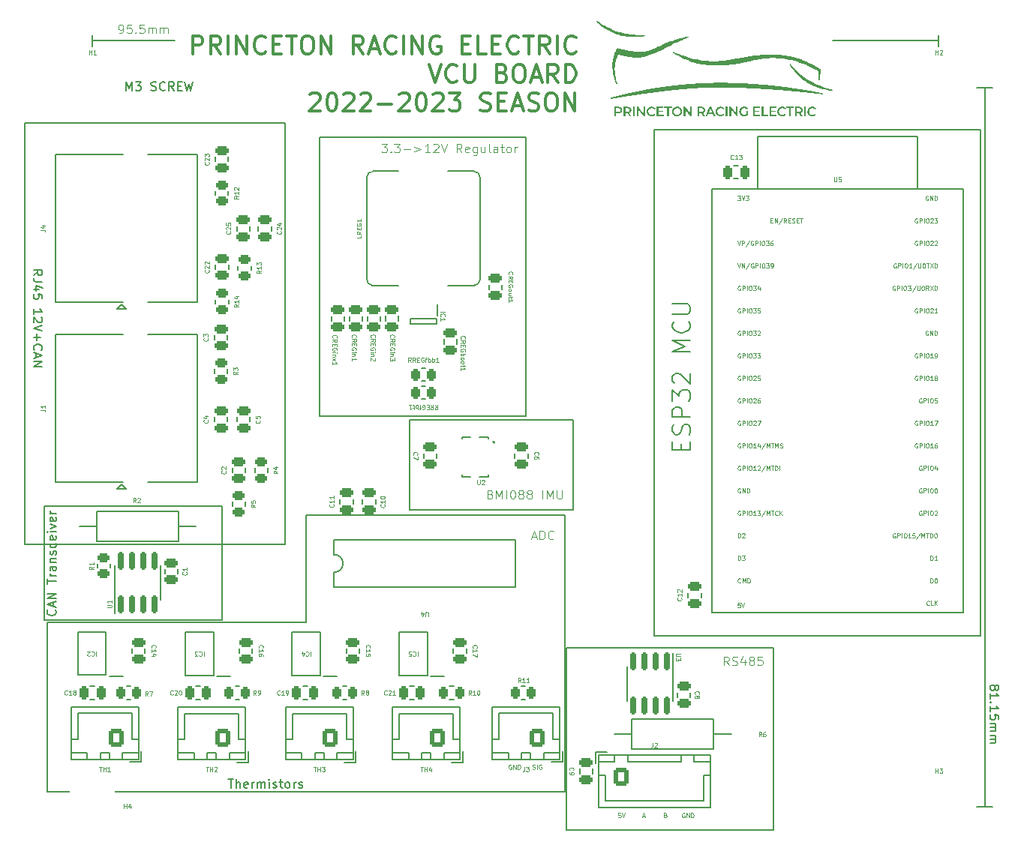
<source format=gto>
G04 #@! TF.GenerationSoftware,KiCad,Pcbnew,(6.0.11)*
G04 #@! TF.CreationDate,2023-03-05T16:18:30-05:00*
G04 #@! TF.ProjectId,pre-thermal-throttle-pcb,7072652d-7468-4657-926d-616c2d746872,rev?*
G04 #@! TF.SameCoordinates,Original*
G04 #@! TF.FileFunction,Legend,Top*
G04 #@! TF.FilePolarity,Positive*
%FSLAX46Y46*%
G04 Gerber Fmt 4.6, Leading zero omitted, Abs format (unit mm)*
G04 Created by KiCad (PCBNEW (6.0.11)) date 2023-03-05 16:18:30*
%MOMM*%
%LPD*%
G01*
G04 APERTURE LIST*
G04 Aperture macros list*
%AMRoundRect*
0 Rectangle with rounded corners*
0 $1 Rounding radius*
0 $2 $3 $4 $5 $6 $7 $8 $9 X,Y pos of 4 corners*
0 Add a 4 corners polygon primitive as box body*
4,1,4,$2,$3,$4,$5,$6,$7,$8,$9,$2,$3,0*
0 Add four circle primitives for the rounded corners*
1,1,$1+$1,$2,$3*
1,1,$1+$1,$4,$5*
1,1,$1+$1,$6,$7*
1,1,$1+$1,$8,$9*
0 Add four rect primitives between the rounded corners*
20,1,$1+$1,$2,$3,$4,$5,0*
20,1,$1+$1,$4,$5,$6,$7,0*
20,1,$1+$1,$6,$7,$8,$9,0*
20,1,$1+$1,$8,$9,$2,$3,0*%
G04 Aperture macros list end*
%ADD10C,0.150000*%
%ADD11C,0.125000*%
%ADD12C,0.300000*%
%ADD13RoundRect,0.250000X0.262500X0.450000X-0.262500X0.450000X-0.262500X-0.450000X0.262500X-0.450000X0*%
%ADD14RoundRect,0.250000X0.475000X-0.250000X0.475000X0.250000X-0.475000X0.250000X-0.475000X-0.250000X0*%
%ADD15RoundRect,0.250000X-0.475000X0.250000X-0.475000X-0.250000X0.475000X-0.250000X0.475000X0.250000X0*%
%ADD16RoundRect,0.250000X0.600000X0.750000X-0.600000X0.750000X-0.600000X-0.750000X0.600000X-0.750000X0*%
%ADD17O,1.700000X2.000000*%
%ADD18C,0.800000*%
%ADD19C,6.000000*%
%ADD20R,1.600000X1.600000*%
%ADD21O,1.600000X1.600000*%
%ADD22R,5.000000X3.100000*%
%ADD23RoundRect,0.250000X-0.450000X0.262500X-0.450000X-0.262500X0.450000X-0.262500X0.450000X0.262500X0*%
%ADD24C,3.250000*%
%ADD25R,1.500000X1.500000*%
%ADD26C,1.500000*%
%ADD27C,2.300000*%
%ADD28RoundRect,0.250000X0.250000X0.475000X-0.250000X0.475000X-0.250000X-0.475000X0.250000X-0.475000X0*%
%ADD29RoundRect,0.250000X-0.262500X-0.450000X0.262500X-0.450000X0.262500X0.450000X-0.262500X0.450000X0*%
%ADD30R,1.525000X0.650000*%
%ADD31RoundRect,0.250000X-0.250000X-0.475000X0.250000X-0.475000X0.250000X0.475000X-0.250000X0.475000X0*%
%ADD32RoundRect,0.150000X0.150000X-0.825000X0.150000X0.825000X-0.150000X0.825000X-0.150000X-0.825000X0*%
%ADD33RoundRect,0.250000X-0.600000X-0.725000X0.600000X-0.725000X0.600000X0.725000X-0.600000X0.725000X0*%
%ADD34O,1.700000X1.950000*%
%ADD35R,0.590000X0.350000*%
%ADD36R,0.350000X0.590000*%
%ADD37RoundRect,0.150000X-0.150000X0.825000X-0.150000X-0.825000X0.150000X-0.825000X0.150000X0.825000X0*%
%ADD38R,3.810000X2.410000*%
%ADD39R,0.600000X1.250000*%
%ADD40C,1.600000*%
%ADD41R,2.000000X1.200000*%
%ADD42O,2.000000X1.200000*%
G04 APERTURE END LIST*
D10*
X134620000Y-53086000D02*
X163957000Y-53086000D01*
X163957000Y-53086000D02*
X163957000Y-100711000D01*
X163957000Y-100711000D02*
X134620000Y-100711000D01*
X134620000Y-100711000D02*
X134620000Y-53086000D01*
X242951000Y-49149000D02*
X242951000Y-130302000D01*
X195707000Y-112395000D02*
X219075000Y-112395000D01*
X219075000Y-112395000D02*
X219075000Y-132969000D01*
X219075000Y-132969000D02*
X195707000Y-132969000D01*
X195707000Y-132969000D02*
X195707000Y-112395000D01*
X142240000Y-44450000D02*
X142240000Y-43180000D01*
X225806000Y-43815000D02*
X237744000Y-43815000D01*
X195580000Y-128651000D02*
X137160180Y-128651355D01*
X137165321Y-109483072D01*
X166369885Y-109474231D01*
X166370000Y-97409000D01*
X195580000Y-97409000D01*
X195580000Y-128651000D01*
X237744000Y-44450000D02*
X237744000Y-43180000D01*
X167894000Y-54737000D02*
X191135000Y-54737000D01*
X191135000Y-54737000D02*
X191135000Y-86233000D01*
X191135000Y-86233000D02*
X167894000Y-86233000D01*
X167894000Y-86233000D02*
X167894000Y-54737000D01*
X242062000Y-49149000D02*
X243840000Y-49149000D01*
X136779000Y-96393000D02*
X156845000Y-96393000D01*
X156845000Y-96393000D02*
X156845000Y-109220000D01*
X156845000Y-109220000D02*
X136779000Y-109220000D01*
X136779000Y-109220000D02*
X136779000Y-96393000D01*
X142240000Y-43815000D02*
X151511000Y-43815000D01*
X205613000Y-53848000D02*
X242443000Y-53848000D01*
X242443000Y-53848000D02*
X242443000Y-110998000D01*
X242443000Y-110998000D02*
X205613000Y-110998000D01*
X205613000Y-110998000D02*
X205613000Y-53848000D01*
X178054000Y-86614000D02*
X196469000Y-86614000D01*
X196469000Y-86614000D02*
X196469000Y-96774000D01*
X196469000Y-96774000D02*
X178054000Y-96774000D01*
X178054000Y-96774000D02*
X178054000Y-86614000D01*
X242062000Y-130302000D02*
X243840000Y-130302000D01*
D11*
X189484047Y-125607000D02*
X189436428Y-125583190D01*
X189365000Y-125583190D01*
X189293571Y-125607000D01*
X189245952Y-125654619D01*
X189222142Y-125702238D01*
X189198333Y-125797476D01*
X189198333Y-125868904D01*
X189222142Y-125964142D01*
X189245952Y-126011761D01*
X189293571Y-126059380D01*
X189365000Y-126083190D01*
X189412619Y-126083190D01*
X189484047Y-126059380D01*
X189507857Y-126035571D01*
X189507857Y-125868904D01*
X189412619Y-125868904D01*
X189722142Y-126083190D02*
X189722142Y-125583190D01*
X190007857Y-126083190D01*
X190007857Y-125583190D01*
X190245952Y-126083190D02*
X190245952Y-125583190D01*
X190365000Y-125583190D01*
X190436428Y-125607000D01*
X190484047Y-125654619D01*
X190507857Y-125702238D01*
X190531666Y-125797476D01*
X190531666Y-125868904D01*
X190507857Y-125964142D01*
X190484047Y-126011761D01*
X190436428Y-126059380D01*
X190365000Y-126083190D01*
X190245952Y-126083190D01*
D12*
X153543952Y-45309761D02*
X153543952Y-43309761D01*
X154305857Y-43309761D01*
X154496333Y-43405000D01*
X154591571Y-43500238D01*
X154686809Y-43690714D01*
X154686809Y-43976428D01*
X154591571Y-44166904D01*
X154496333Y-44262142D01*
X154305857Y-44357380D01*
X153543952Y-44357380D01*
X156686809Y-45309761D02*
X156020142Y-44357380D01*
X155543952Y-45309761D02*
X155543952Y-43309761D01*
X156305857Y-43309761D01*
X156496333Y-43405000D01*
X156591571Y-43500238D01*
X156686809Y-43690714D01*
X156686809Y-43976428D01*
X156591571Y-44166904D01*
X156496333Y-44262142D01*
X156305857Y-44357380D01*
X155543952Y-44357380D01*
X157543952Y-45309761D02*
X157543952Y-43309761D01*
X158496333Y-45309761D02*
X158496333Y-43309761D01*
X159639190Y-45309761D01*
X159639190Y-43309761D01*
X161734428Y-45119285D02*
X161639190Y-45214523D01*
X161353476Y-45309761D01*
X161163000Y-45309761D01*
X160877285Y-45214523D01*
X160686809Y-45024047D01*
X160591571Y-44833571D01*
X160496333Y-44452619D01*
X160496333Y-44166904D01*
X160591571Y-43785952D01*
X160686809Y-43595476D01*
X160877285Y-43405000D01*
X161163000Y-43309761D01*
X161353476Y-43309761D01*
X161639190Y-43405000D01*
X161734428Y-43500238D01*
X162591571Y-44262142D02*
X163258238Y-44262142D01*
X163543952Y-45309761D02*
X162591571Y-45309761D01*
X162591571Y-43309761D01*
X163543952Y-43309761D01*
X164115380Y-43309761D02*
X165258238Y-43309761D01*
X164686809Y-45309761D02*
X164686809Y-43309761D01*
X166305857Y-43309761D02*
X166686809Y-43309761D01*
X166877285Y-43405000D01*
X167067761Y-43595476D01*
X167163000Y-43976428D01*
X167163000Y-44643095D01*
X167067761Y-45024047D01*
X166877285Y-45214523D01*
X166686809Y-45309761D01*
X166305857Y-45309761D01*
X166115380Y-45214523D01*
X165924904Y-45024047D01*
X165829666Y-44643095D01*
X165829666Y-43976428D01*
X165924904Y-43595476D01*
X166115380Y-43405000D01*
X166305857Y-43309761D01*
X168020142Y-45309761D02*
X168020142Y-43309761D01*
X169163000Y-45309761D01*
X169163000Y-43309761D01*
X172782047Y-45309761D02*
X172115380Y-44357380D01*
X171639190Y-45309761D02*
X171639190Y-43309761D01*
X172401095Y-43309761D01*
X172591571Y-43405000D01*
X172686809Y-43500238D01*
X172782047Y-43690714D01*
X172782047Y-43976428D01*
X172686809Y-44166904D01*
X172591571Y-44262142D01*
X172401095Y-44357380D01*
X171639190Y-44357380D01*
X173543952Y-44738333D02*
X174496333Y-44738333D01*
X173353476Y-45309761D02*
X174020142Y-43309761D01*
X174686809Y-45309761D01*
X176496333Y-45119285D02*
X176401095Y-45214523D01*
X176115380Y-45309761D01*
X175924904Y-45309761D01*
X175639190Y-45214523D01*
X175448714Y-45024047D01*
X175353476Y-44833571D01*
X175258238Y-44452619D01*
X175258238Y-44166904D01*
X175353476Y-43785952D01*
X175448714Y-43595476D01*
X175639190Y-43405000D01*
X175924904Y-43309761D01*
X176115380Y-43309761D01*
X176401095Y-43405000D01*
X176496333Y-43500238D01*
X177353476Y-45309761D02*
X177353476Y-43309761D01*
X178305857Y-45309761D02*
X178305857Y-43309761D01*
X179448714Y-45309761D01*
X179448714Y-43309761D01*
X181448714Y-43405000D02*
X181258238Y-43309761D01*
X180972523Y-43309761D01*
X180686809Y-43405000D01*
X180496333Y-43595476D01*
X180401095Y-43785952D01*
X180305857Y-44166904D01*
X180305857Y-44452619D01*
X180401095Y-44833571D01*
X180496333Y-45024047D01*
X180686809Y-45214523D01*
X180972523Y-45309761D01*
X181163000Y-45309761D01*
X181448714Y-45214523D01*
X181543952Y-45119285D01*
X181543952Y-44452619D01*
X181163000Y-44452619D01*
X183924904Y-44262142D02*
X184591571Y-44262142D01*
X184877285Y-45309761D02*
X183924904Y-45309761D01*
X183924904Y-43309761D01*
X184877285Y-43309761D01*
X186686809Y-45309761D02*
X185734428Y-45309761D01*
X185734428Y-43309761D01*
X187353476Y-44262142D02*
X188020142Y-44262142D01*
X188305857Y-45309761D02*
X187353476Y-45309761D01*
X187353476Y-43309761D01*
X188305857Y-43309761D01*
X190305857Y-45119285D02*
X190210619Y-45214523D01*
X189924904Y-45309761D01*
X189734428Y-45309761D01*
X189448714Y-45214523D01*
X189258238Y-45024047D01*
X189163000Y-44833571D01*
X189067761Y-44452619D01*
X189067761Y-44166904D01*
X189163000Y-43785952D01*
X189258238Y-43595476D01*
X189448714Y-43405000D01*
X189734428Y-43309761D01*
X189924904Y-43309761D01*
X190210619Y-43405000D01*
X190305857Y-43500238D01*
X190877285Y-43309761D02*
X192020142Y-43309761D01*
X191448714Y-45309761D02*
X191448714Y-43309761D01*
X193829666Y-45309761D02*
X193163000Y-44357380D01*
X192686809Y-45309761D02*
X192686809Y-43309761D01*
X193448714Y-43309761D01*
X193639190Y-43405000D01*
X193734428Y-43500238D01*
X193829666Y-43690714D01*
X193829666Y-43976428D01*
X193734428Y-44166904D01*
X193639190Y-44262142D01*
X193448714Y-44357380D01*
X192686809Y-44357380D01*
X194686809Y-45309761D02*
X194686809Y-43309761D01*
X196782047Y-45119285D02*
X196686809Y-45214523D01*
X196401095Y-45309761D01*
X196210619Y-45309761D01*
X195924904Y-45214523D01*
X195734428Y-45024047D01*
X195639190Y-44833571D01*
X195543952Y-44452619D01*
X195543952Y-44166904D01*
X195639190Y-43785952D01*
X195734428Y-43595476D01*
X195924904Y-43405000D01*
X196210619Y-43309761D01*
X196401095Y-43309761D01*
X196686809Y-43405000D01*
X196782047Y-43500238D01*
X180210619Y-46529761D02*
X180877285Y-48529761D01*
X181543952Y-46529761D01*
X183353476Y-48339285D02*
X183258238Y-48434523D01*
X182972523Y-48529761D01*
X182782047Y-48529761D01*
X182496333Y-48434523D01*
X182305857Y-48244047D01*
X182210619Y-48053571D01*
X182115380Y-47672619D01*
X182115380Y-47386904D01*
X182210619Y-47005952D01*
X182305857Y-46815476D01*
X182496333Y-46625000D01*
X182782047Y-46529761D01*
X182972523Y-46529761D01*
X183258238Y-46625000D01*
X183353476Y-46720238D01*
X184210619Y-46529761D02*
X184210619Y-48148809D01*
X184305857Y-48339285D01*
X184401095Y-48434523D01*
X184591571Y-48529761D01*
X184972523Y-48529761D01*
X185163000Y-48434523D01*
X185258238Y-48339285D01*
X185353476Y-48148809D01*
X185353476Y-46529761D01*
X188496333Y-47482142D02*
X188782047Y-47577380D01*
X188877285Y-47672619D01*
X188972523Y-47863095D01*
X188972523Y-48148809D01*
X188877285Y-48339285D01*
X188782047Y-48434523D01*
X188591571Y-48529761D01*
X187829666Y-48529761D01*
X187829666Y-46529761D01*
X188496333Y-46529761D01*
X188686809Y-46625000D01*
X188782047Y-46720238D01*
X188877285Y-46910714D01*
X188877285Y-47101190D01*
X188782047Y-47291666D01*
X188686809Y-47386904D01*
X188496333Y-47482142D01*
X187829666Y-47482142D01*
X190210619Y-46529761D02*
X190591571Y-46529761D01*
X190782047Y-46625000D01*
X190972523Y-46815476D01*
X191067761Y-47196428D01*
X191067761Y-47863095D01*
X190972523Y-48244047D01*
X190782047Y-48434523D01*
X190591571Y-48529761D01*
X190210619Y-48529761D01*
X190020142Y-48434523D01*
X189829666Y-48244047D01*
X189734428Y-47863095D01*
X189734428Y-47196428D01*
X189829666Y-46815476D01*
X190020142Y-46625000D01*
X190210619Y-46529761D01*
X191829666Y-47958333D02*
X192782047Y-47958333D01*
X191639190Y-48529761D02*
X192305857Y-46529761D01*
X192972523Y-48529761D01*
X194782047Y-48529761D02*
X194115380Y-47577380D01*
X193639190Y-48529761D02*
X193639190Y-46529761D01*
X194401095Y-46529761D01*
X194591571Y-46625000D01*
X194686809Y-46720238D01*
X194782047Y-46910714D01*
X194782047Y-47196428D01*
X194686809Y-47386904D01*
X194591571Y-47482142D01*
X194401095Y-47577380D01*
X193639190Y-47577380D01*
X195639190Y-48529761D02*
X195639190Y-46529761D01*
X196115380Y-46529761D01*
X196401095Y-46625000D01*
X196591571Y-46815476D01*
X196686809Y-47005952D01*
X196782047Y-47386904D01*
X196782047Y-47672619D01*
X196686809Y-48053571D01*
X196591571Y-48244047D01*
X196401095Y-48434523D01*
X196115380Y-48529761D01*
X195639190Y-48529761D01*
X166782047Y-49940238D02*
X166877285Y-49845000D01*
X167067761Y-49749761D01*
X167543952Y-49749761D01*
X167734428Y-49845000D01*
X167829666Y-49940238D01*
X167924904Y-50130714D01*
X167924904Y-50321190D01*
X167829666Y-50606904D01*
X166686809Y-51749761D01*
X167924904Y-51749761D01*
X169163000Y-49749761D02*
X169353476Y-49749761D01*
X169543952Y-49845000D01*
X169639190Y-49940238D01*
X169734428Y-50130714D01*
X169829666Y-50511666D01*
X169829666Y-50987857D01*
X169734428Y-51368809D01*
X169639190Y-51559285D01*
X169543952Y-51654523D01*
X169353476Y-51749761D01*
X169163000Y-51749761D01*
X168972523Y-51654523D01*
X168877285Y-51559285D01*
X168782047Y-51368809D01*
X168686809Y-50987857D01*
X168686809Y-50511666D01*
X168782047Y-50130714D01*
X168877285Y-49940238D01*
X168972523Y-49845000D01*
X169163000Y-49749761D01*
X170591571Y-49940238D02*
X170686809Y-49845000D01*
X170877285Y-49749761D01*
X171353476Y-49749761D01*
X171543952Y-49845000D01*
X171639190Y-49940238D01*
X171734428Y-50130714D01*
X171734428Y-50321190D01*
X171639190Y-50606904D01*
X170496333Y-51749761D01*
X171734428Y-51749761D01*
X172496333Y-49940238D02*
X172591571Y-49845000D01*
X172782047Y-49749761D01*
X173258238Y-49749761D01*
X173448714Y-49845000D01*
X173543952Y-49940238D01*
X173639190Y-50130714D01*
X173639190Y-50321190D01*
X173543952Y-50606904D01*
X172401095Y-51749761D01*
X173639190Y-51749761D01*
X174496333Y-50987857D02*
X176020142Y-50987857D01*
X176877285Y-49940238D02*
X176972523Y-49845000D01*
X177163000Y-49749761D01*
X177639190Y-49749761D01*
X177829666Y-49845000D01*
X177924904Y-49940238D01*
X178020142Y-50130714D01*
X178020142Y-50321190D01*
X177924904Y-50606904D01*
X176782047Y-51749761D01*
X178020142Y-51749761D01*
X179258238Y-49749761D02*
X179448714Y-49749761D01*
X179639190Y-49845000D01*
X179734428Y-49940238D01*
X179829666Y-50130714D01*
X179924904Y-50511666D01*
X179924904Y-50987857D01*
X179829666Y-51368809D01*
X179734428Y-51559285D01*
X179639190Y-51654523D01*
X179448714Y-51749761D01*
X179258238Y-51749761D01*
X179067761Y-51654523D01*
X178972523Y-51559285D01*
X178877285Y-51368809D01*
X178782047Y-50987857D01*
X178782047Y-50511666D01*
X178877285Y-50130714D01*
X178972523Y-49940238D01*
X179067761Y-49845000D01*
X179258238Y-49749761D01*
X180686809Y-49940238D02*
X180782047Y-49845000D01*
X180972523Y-49749761D01*
X181448714Y-49749761D01*
X181639190Y-49845000D01*
X181734428Y-49940238D01*
X181829666Y-50130714D01*
X181829666Y-50321190D01*
X181734428Y-50606904D01*
X180591571Y-51749761D01*
X181829666Y-51749761D01*
X182496333Y-49749761D02*
X183734428Y-49749761D01*
X183067761Y-50511666D01*
X183353476Y-50511666D01*
X183543952Y-50606904D01*
X183639190Y-50702142D01*
X183734428Y-50892619D01*
X183734428Y-51368809D01*
X183639190Y-51559285D01*
X183543952Y-51654523D01*
X183353476Y-51749761D01*
X182782047Y-51749761D01*
X182591571Y-51654523D01*
X182496333Y-51559285D01*
X186020142Y-51654523D02*
X186305857Y-51749761D01*
X186782047Y-51749761D01*
X186972523Y-51654523D01*
X187067761Y-51559285D01*
X187162999Y-51368809D01*
X187162999Y-51178333D01*
X187067761Y-50987857D01*
X186972523Y-50892619D01*
X186782047Y-50797380D01*
X186401095Y-50702142D01*
X186210619Y-50606904D01*
X186115380Y-50511666D01*
X186020142Y-50321190D01*
X186020142Y-50130714D01*
X186115380Y-49940238D01*
X186210619Y-49845000D01*
X186401095Y-49749761D01*
X186877285Y-49749761D01*
X187162999Y-49845000D01*
X188020142Y-50702142D02*
X188686809Y-50702142D01*
X188972523Y-51749761D02*
X188020142Y-51749761D01*
X188020142Y-49749761D01*
X188972523Y-49749761D01*
X189734428Y-51178333D02*
X190686809Y-51178333D01*
X189543952Y-51749761D02*
X190210619Y-49749761D01*
X190877285Y-51749761D01*
X191448714Y-51654523D02*
X191734428Y-51749761D01*
X192210619Y-51749761D01*
X192401095Y-51654523D01*
X192496333Y-51559285D01*
X192591571Y-51368809D01*
X192591571Y-51178333D01*
X192496333Y-50987857D01*
X192401095Y-50892619D01*
X192210619Y-50797380D01*
X191829666Y-50702142D01*
X191639190Y-50606904D01*
X191543952Y-50511666D01*
X191448714Y-50321190D01*
X191448714Y-50130714D01*
X191543952Y-49940238D01*
X191639190Y-49845000D01*
X191829666Y-49749761D01*
X192305857Y-49749761D01*
X192591571Y-49845000D01*
X193829666Y-49749761D02*
X194210619Y-49749761D01*
X194401095Y-49845000D01*
X194591571Y-50035476D01*
X194686809Y-50416428D01*
X194686809Y-51083095D01*
X194591571Y-51464047D01*
X194401095Y-51654523D01*
X194210619Y-51749761D01*
X193829666Y-51749761D01*
X193639190Y-51654523D01*
X193448714Y-51464047D01*
X193353476Y-51083095D01*
X193353476Y-50416428D01*
X193448714Y-50035476D01*
X193639190Y-49845000D01*
X193829666Y-49749761D01*
X195543952Y-51749761D02*
X195543952Y-49749761D01*
X196686809Y-51749761D01*
X196686809Y-49749761D01*
D10*
X138025142Y-108108095D02*
X138072761Y-108155714D01*
X138120380Y-108298571D01*
X138120380Y-108393809D01*
X138072761Y-108536666D01*
X137977523Y-108631904D01*
X137882285Y-108679523D01*
X137691809Y-108727142D01*
X137548952Y-108727142D01*
X137358476Y-108679523D01*
X137263238Y-108631904D01*
X137168000Y-108536666D01*
X137120380Y-108393809D01*
X137120380Y-108298571D01*
X137168000Y-108155714D01*
X137215619Y-108108095D01*
X137834666Y-107727142D02*
X137834666Y-107250952D01*
X138120380Y-107822380D02*
X137120380Y-107489047D01*
X138120380Y-107155714D01*
X138120380Y-106822380D02*
X137120380Y-106822380D01*
X138120380Y-106250952D01*
X137120380Y-106250952D01*
X137120380Y-105155714D02*
X137120380Y-104584285D01*
X138120380Y-104870000D02*
X137120380Y-104870000D01*
X138120380Y-104250952D02*
X137453714Y-104250952D01*
X137644190Y-104250952D02*
X137548952Y-104203333D01*
X137501333Y-104155714D01*
X137453714Y-104060476D01*
X137453714Y-103965238D01*
X138120380Y-103203333D02*
X137596571Y-103203333D01*
X137501333Y-103250952D01*
X137453714Y-103346190D01*
X137453714Y-103536666D01*
X137501333Y-103631904D01*
X138072761Y-103203333D02*
X138120380Y-103298571D01*
X138120380Y-103536666D01*
X138072761Y-103631904D01*
X137977523Y-103679523D01*
X137882285Y-103679523D01*
X137787047Y-103631904D01*
X137739428Y-103536666D01*
X137739428Y-103298571D01*
X137691809Y-103203333D01*
X137453714Y-102727142D02*
X138120380Y-102727142D01*
X137548952Y-102727142D02*
X137501333Y-102679523D01*
X137453714Y-102584285D01*
X137453714Y-102441428D01*
X137501333Y-102346190D01*
X137596571Y-102298571D01*
X138120380Y-102298571D01*
X138072761Y-101870000D02*
X138120380Y-101774761D01*
X138120380Y-101584285D01*
X138072761Y-101489047D01*
X137977523Y-101441428D01*
X137929904Y-101441428D01*
X137834666Y-101489047D01*
X137787047Y-101584285D01*
X137787047Y-101727142D01*
X137739428Y-101822380D01*
X137644190Y-101870000D01*
X137596571Y-101870000D01*
X137501333Y-101822380D01*
X137453714Y-101727142D01*
X137453714Y-101584285D01*
X137501333Y-101489047D01*
X138072761Y-100584285D02*
X138120380Y-100679523D01*
X138120380Y-100870000D01*
X138072761Y-100965238D01*
X138025142Y-101012857D01*
X137929904Y-101060476D01*
X137644190Y-101060476D01*
X137548952Y-101012857D01*
X137501333Y-100965238D01*
X137453714Y-100870000D01*
X137453714Y-100679523D01*
X137501333Y-100584285D01*
X138072761Y-99774761D02*
X138120380Y-99870000D01*
X138120380Y-100060476D01*
X138072761Y-100155714D01*
X137977523Y-100203333D01*
X137596571Y-100203333D01*
X137501333Y-100155714D01*
X137453714Y-100060476D01*
X137453714Y-99870000D01*
X137501333Y-99774761D01*
X137596571Y-99727142D01*
X137691809Y-99727142D01*
X137787047Y-100203333D01*
X138120380Y-99298571D02*
X137453714Y-99298571D01*
X137120380Y-99298571D02*
X137168000Y-99346190D01*
X137215619Y-99298571D01*
X137168000Y-99250952D01*
X137120380Y-99298571D01*
X137215619Y-99298571D01*
X137453714Y-98917619D02*
X138120380Y-98679523D01*
X137453714Y-98441428D01*
X138072761Y-97679523D02*
X138120380Y-97774761D01*
X138120380Y-97965238D01*
X138072761Y-98060476D01*
X137977523Y-98108095D01*
X137596571Y-98108095D01*
X137501333Y-98060476D01*
X137453714Y-97965238D01*
X137453714Y-97774761D01*
X137501333Y-97679523D01*
X137596571Y-97631904D01*
X137691809Y-97631904D01*
X137787047Y-98108095D01*
X138120380Y-97203333D02*
X137453714Y-97203333D01*
X137644190Y-97203333D02*
X137548952Y-97155714D01*
X137501333Y-97108095D01*
X137453714Y-97012857D01*
X137453714Y-96917619D01*
X157559904Y-127214380D02*
X158131333Y-127214380D01*
X157845619Y-128214380D02*
X157845619Y-127214380D01*
X158464666Y-128214380D02*
X158464666Y-127214380D01*
X158893238Y-128214380D02*
X158893238Y-127690571D01*
X158845619Y-127595333D01*
X158750380Y-127547714D01*
X158607523Y-127547714D01*
X158512285Y-127595333D01*
X158464666Y-127642952D01*
X159750380Y-128166761D02*
X159655142Y-128214380D01*
X159464666Y-128214380D01*
X159369428Y-128166761D01*
X159321809Y-128071523D01*
X159321809Y-127690571D01*
X159369428Y-127595333D01*
X159464666Y-127547714D01*
X159655142Y-127547714D01*
X159750380Y-127595333D01*
X159798000Y-127690571D01*
X159798000Y-127785809D01*
X159321809Y-127881047D01*
X160226571Y-128214380D02*
X160226571Y-127547714D01*
X160226571Y-127738190D02*
X160274190Y-127642952D01*
X160321809Y-127595333D01*
X160417047Y-127547714D01*
X160512285Y-127547714D01*
X160845619Y-128214380D02*
X160845619Y-127547714D01*
X160845619Y-127642952D02*
X160893238Y-127595333D01*
X160988476Y-127547714D01*
X161131333Y-127547714D01*
X161226571Y-127595333D01*
X161274190Y-127690571D01*
X161274190Y-128214380D01*
X161274190Y-127690571D02*
X161321809Y-127595333D01*
X161417047Y-127547714D01*
X161559904Y-127547714D01*
X161655142Y-127595333D01*
X161702761Y-127690571D01*
X161702761Y-128214380D01*
X162178952Y-128214380D02*
X162178952Y-127547714D01*
X162178952Y-127214380D02*
X162131333Y-127262000D01*
X162178952Y-127309619D01*
X162226571Y-127262000D01*
X162178952Y-127214380D01*
X162178952Y-127309619D01*
X162607523Y-128166761D02*
X162702761Y-128214380D01*
X162893238Y-128214380D01*
X162988476Y-128166761D01*
X163036095Y-128071523D01*
X163036095Y-128023904D01*
X162988476Y-127928666D01*
X162893238Y-127881047D01*
X162750380Y-127881047D01*
X162655142Y-127833428D01*
X162607523Y-127738190D01*
X162607523Y-127690571D01*
X162655142Y-127595333D01*
X162750380Y-127547714D01*
X162893238Y-127547714D01*
X162988476Y-127595333D01*
X163321809Y-127547714D02*
X163702761Y-127547714D01*
X163464666Y-127214380D02*
X163464666Y-128071523D01*
X163512285Y-128166761D01*
X163607523Y-128214380D01*
X163702761Y-128214380D01*
X164178952Y-128214380D02*
X164083714Y-128166761D01*
X164036095Y-128119142D01*
X163988476Y-128023904D01*
X163988476Y-127738190D01*
X164036095Y-127642952D01*
X164083714Y-127595333D01*
X164178952Y-127547714D01*
X164321809Y-127547714D01*
X164417047Y-127595333D01*
X164464666Y-127642952D01*
X164512285Y-127738190D01*
X164512285Y-128023904D01*
X164464666Y-128119142D01*
X164417047Y-128166761D01*
X164321809Y-128214380D01*
X164178952Y-128214380D01*
X164940857Y-128214380D02*
X164940857Y-127547714D01*
X164940857Y-127738190D02*
X164988476Y-127642952D01*
X165036095Y-127595333D01*
X165131333Y-127547714D01*
X165226571Y-127547714D01*
X165512285Y-128166761D02*
X165607523Y-128214380D01*
X165798000Y-128214380D01*
X165893238Y-128166761D01*
X165940857Y-128071523D01*
X165940857Y-128023904D01*
X165893238Y-127928666D01*
X165798000Y-127881047D01*
X165655142Y-127881047D01*
X165559904Y-127833428D01*
X165512285Y-127738190D01*
X165512285Y-127690571D01*
X165559904Y-127595333D01*
X165655142Y-127547714D01*
X165798000Y-127547714D01*
X165893238Y-127595333D01*
D11*
X174856142Y-55459380D02*
X175475190Y-55459380D01*
X175141857Y-55840333D01*
X175284714Y-55840333D01*
X175379952Y-55887952D01*
X175427571Y-55935571D01*
X175475190Y-56030809D01*
X175475190Y-56268904D01*
X175427571Y-56364142D01*
X175379952Y-56411761D01*
X175284714Y-56459380D01*
X174999000Y-56459380D01*
X174903761Y-56411761D01*
X174856142Y-56364142D01*
X175903761Y-56364142D02*
X175951380Y-56411761D01*
X175903761Y-56459380D01*
X175856142Y-56411761D01*
X175903761Y-56364142D01*
X175903761Y-56459380D01*
X176284714Y-55459380D02*
X176903761Y-55459380D01*
X176570428Y-55840333D01*
X176713285Y-55840333D01*
X176808523Y-55887952D01*
X176856142Y-55935571D01*
X176903761Y-56030809D01*
X176903761Y-56268904D01*
X176856142Y-56364142D01*
X176808523Y-56411761D01*
X176713285Y-56459380D01*
X176427571Y-56459380D01*
X176332333Y-56411761D01*
X176284714Y-56364142D01*
X177332333Y-56078428D02*
X178094238Y-56078428D01*
X178570428Y-55792714D02*
X179332333Y-56078428D01*
X178570428Y-56364142D01*
X180332333Y-56459380D02*
X179760904Y-56459380D01*
X180046619Y-56459380D02*
X180046619Y-55459380D01*
X179951380Y-55602238D01*
X179856142Y-55697476D01*
X179760904Y-55745095D01*
X180713285Y-55554619D02*
X180760904Y-55507000D01*
X180856142Y-55459380D01*
X181094238Y-55459380D01*
X181189476Y-55507000D01*
X181237095Y-55554619D01*
X181284714Y-55649857D01*
X181284714Y-55745095D01*
X181237095Y-55887952D01*
X180665666Y-56459380D01*
X181284714Y-56459380D01*
X181570428Y-55459380D02*
X181903761Y-56459380D01*
X182237095Y-55459380D01*
X183903761Y-56459380D02*
X183570428Y-55983190D01*
X183332333Y-56459380D02*
X183332333Y-55459380D01*
X183713285Y-55459380D01*
X183808523Y-55507000D01*
X183856142Y-55554619D01*
X183903761Y-55649857D01*
X183903761Y-55792714D01*
X183856142Y-55887952D01*
X183808523Y-55935571D01*
X183713285Y-55983190D01*
X183332333Y-55983190D01*
X184713285Y-56411761D02*
X184618047Y-56459380D01*
X184427571Y-56459380D01*
X184332333Y-56411761D01*
X184284714Y-56316523D01*
X184284714Y-55935571D01*
X184332333Y-55840333D01*
X184427571Y-55792714D01*
X184618047Y-55792714D01*
X184713285Y-55840333D01*
X184760904Y-55935571D01*
X184760904Y-56030809D01*
X184284714Y-56126047D01*
X185618047Y-55792714D02*
X185618047Y-56602238D01*
X185570428Y-56697476D01*
X185522809Y-56745095D01*
X185427571Y-56792714D01*
X185284714Y-56792714D01*
X185189476Y-56745095D01*
X185618047Y-56411761D02*
X185522809Y-56459380D01*
X185332333Y-56459380D01*
X185237095Y-56411761D01*
X185189476Y-56364142D01*
X185141857Y-56268904D01*
X185141857Y-55983190D01*
X185189476Y-55887952D01*
X185237095Y-55840333D01*
X185332333Y-55792714D01*
X185522809Y-55792714D01*
X185618047Y-55840333D01*
X186522809Y-55792714D02*
X186522809Y-56459380D01*
X186094238Y-55792714D02*
X186094238Y-56316523D01*
X186141857Y-56411761D01*
X186237095Y-56459380D01*
X186379952Y-56459380D01*
X186475190Y-56411761D01*
X186522809Y-56364142D01*
X187141857Y-56459380D02*
X187046619Y-56411761D01*
X186999000Y-56316523D01*
X186999000Y-55459380D01*
X187951380Y-56459380D02*
X187951380Y-55935571D01*
X187903761Y-55840333D01*
X187808523Y-55792714D01*
X187618047Y-55792714D01*
X187522809Y-55840333D01*
X187951380Y-56411761D02*
X187856142Y-56459380D01*
X187618047Y-56459380D01*
X187522809Y-56411761D01*
X187475190Y-56316523D01*
X187475190Y-56221285D01*
X187522809Y-56126047D01*
X187618047Y-56078428D01*
X187856142Y-56078428D01*
X187951380Y-56030809D01*
X188284714Y-55792714D02*
X188665666Y-55792714D01*
X188427571Y-55459380D02*
X188427571Y-56316523D01*
X188475190Y-56411761D01*
X188570428Y-56459380D01*
X188665666Y-56459380D01*
X189141857Y-56459380D02*
X189046619Y-56411761D01*
X188999000Y-56364142D01*
X188951380Y-56268904D01*
X188951380Y-55983190D01*
X188999000Y-55887952D01*
X189046619Y-55840333D01*
X189141857Y-55792714D01*
X189284714Y-55792714D01*
X189379952Y-55840333D01*
X189427571Y-55887952D01*
X189475190Y-55983190D01*
X189475190Y-56268904D01*
X189427571Y-56364142D01*
X189379952Y-56411761D01*
X189284714Y-56459380D01*
X189141857Y-56459380D01*
X189903761Y-56459380D02*
X189903761Y-55792714D01*
X189903761Y-55983190D02*
X189951380Y-55887952D01*
X189999000Y-55840333D01*
X190094238Y-55792714D01*
X190189476Y-55792714D01*
X209042047Y-131068000D02*
X208994428Y-131044190D01*
X208923000Y-131044190D01*
X208851571Y-131068000D01*
X208803952Y-131115619D01*
X208780142Y-131163238D01*
X208756333Y-131258476D01*
X208756333Y-131329904D01*
X208780142Y-131425142D01*
X208803952Y-131472761D01*
X208851571Y-131520380D01*
X208923000Y-131544190D01*
X208970619Y-131544190D01*
X209042047Y-131520380D01*
X209065857Y-131496571D01*
X209065857Y-131329904D01*
X208970619Y-131329904D01*
X209280142Y-131544190D02*
X209280142Y-131044190D01*
X209565857Y-131544190D01*
X209565857Y-131044190D01*
X209803952Y-131544190D02*
X209803952Y-131044190D01*
X209923000Y-131044190D01*
X209994428Y-131068000D01*
X210042047Y-131115619D01*
X210065857Y-131163238D01*
X210089666Y-131258476D01*
X210089666Y-131329904D01*
X210065857Y-131425142D01*
X210042047Y-131472761D01*
X209994428Y-131520380D01*
X209923000Y-131544190D01*
X209803952Y-131544190D01*
D10*
X208645142Y-90026095D02*
X208645142Y-89359428D01*
X209692761Y-89073714D02*
X209692761Y-90026095D01*
X207692761Y-90026095D01*
X207692761Y-89073714D01*
X209597523Y-88311809D02*
X209692761Y-88026095D01*
X209692761Y-87549904D01*
X209597523Y-87359428D01*
X209502285Y-87264190D01*
X209311809Y-87168952D01*
X209121333Y-87168952D01*
X208930857Y-87264190D01*
X208835619Y-87359428D01*
X208740380Y-87549904D01*
X208645142Y-87930857D01*
X208549904Y-88121333D01*
X208454666Y-88216571D01*
X208264190Y-88311809D01*
X208073714Y-88311809D01*
X207883238Y-88216571D01*
X207788000Y-88121333D01*
X207692761Y-87930857D01*
X207692761Y-87454666D01*
X207788000Y-87168952D01*
X209692761Y-86311809D02*
X207692761Y-86311809D01*
X207692761Y-85549904D01*
X207788000Y-85359428D01*
X207883238Y-85264190D01*
X208073714Y-85168952D01*
X208359428Y-85168952D01*
X208549904Y-85264190D01*
X208645142Y-85359428D01*
X208740380Y-85549904D01*
X208740380Y-86311809D01*
X207692761Y-84502285D02*
X207692761Y-83264190D01*
X208454666Y-83930857D01*
X208454666Y-83645142D01*
X208549904Y-83454666D01*
X208645142Y-83359428D01*
X208835619Y-83264190D01*
X209311809Y-83264190D01*
X209502285Y-83359428D01*
X209597523Y-83454666D01*
X209692761Y-83645142D01*
X209692761Y-84216571D01*
X209597523Y-84407047D01*
X209502285Y-84502285D01*
X207883238Y-82502285D02*
X207788000Y-82407047D01*
X207692761Y-82216571D01*
X207692761Y-81740380D01*
X207788000Y-81549904D01*
X207883238Y-81454666D01*
X208073714Y-81359428D01*
X208264190Y-81359428D01*
X208549904Y-81454666D01*
X209692761Y-82597523D01*
X209692761Y-81359428D01*
X209692761Y-78978476D02*
X207692761Y-78978476D01*
X209121333Y-78311809D01*
X207692761Y-77645142D01*
X209692761Y-77645142D01*
X209502285Y-75549904D02*
X209597523Y-75645142D01*
X209692761Y-75930857D01*
X209692761Y-76121333D01*
X209597523Y-76407047D01*
X209407047Y-76597523D01*
X209216571Y-76692761D01*
X208835619Y-76788000D01*
X208549904Y-76788000D01*
X208168952Y-76692761D01*
X207978476Y-76597523D01*
X207788000Y-76407047D01*
X207692761Y-76121333D01*
X207692761Y-75930857D01*
X207788000Y-75645142D01*
X207883238Y-75549904D01*
X207692761Y-74692761D02*
X209311809Y-74692761D01*
X209502285Y-74597523D01*
X209597523Y-74502285D01*
X209692761Y-74311809D01*
X209692761Y-73930857D01*
X209597523Y-73740380D01*
X209502285Y-73645142D01*
X209311809Y-73549904D01*
X207692761Y-73549904D01*
D11*
X191893095Y-126059380D02*
X191964523Y-126083190D01*
X192083571Y-126083190D01*
X192131190Y-126059380D01*
X192155000Y-126035571D01*
X192178809Y-125987952D01*
X192178809Y-125940333D01*
X192155000Y-125892714D01*
X192131190Y-125868904D01*
X192083571Y-125845095D01*
X191988333Y-125821285D01*
X191940714Y-125797476D01*
X191916904Y-125773666D01*
X191893095Y-125726047D01*
X191893095Y-125678428D01*
X191916904Y-125630809D01*
X191940714Y-125607000D01*
X191988333Y-125583190D01*
X192107380Y-125583190D01*
X192178809Y-125607000D01*
X192393095Y-126083190D02*
X192393095Y-125583190D01*
X192893095Y-125607000D02*
X192845476Y-125583190D01*
X192774047Y-125583190D01*
X192702619Y-125607000D01*
X192655000Y-125654619D01*
X192631190Y-125702238D01*
X192607380Y-125797476D01*
X192607380Y-125868904D01*
X192631190Y-125964142D01*
X192655000Y-126011761D01*
X192702619Y-126059380D01*
X192774047Y-126083190D01*
X192821666Y-126083190D01*
X192893095Y-126059380D01*
X192916904Y-126035571D01*
X192916904Y-125868904D01*
X192821666Y-125868904D01*
X145240714Y-42997380D02*
X145431190Y-42997380D01*
X145526428Y-42949761D01*
X145574047Y-42902142D01*
X145669285Y-42759285D01*
X145716904Y-42568809D01*
X145716904Y-42187857D01*
X145669285Y-42092619D01*
X145621666Y-42045000D01*
X145526428Y-41997380D01*
X145335952Y-41997380D01*
X145240714Y-42045000D01*
X145193095Y-42092619D01*
X145145476Y-42187857D01*
X145145476Y-42425952D01*
X145193095Y-42521190D01*
X145240714Y-42568809D01*
X145335952Y-42616428D01*
X145526428Y-42616428D01*
X145621666Y-42568809D01*
X145669285Y-42521190D01*
X145716904Y-42425952D01*
X146621666Y-41997380D02*
X146145476Y-41997380D01*
X146097857Y-42473571D01*
X146145476Y-42425952D01*
X146240714Y-42378333D01*
X146478809Y-42378333D01*
X146574047Y-42425952D01*
X146621666Y-42473571D01*
X146669285Y-42568809D01*
X146669285Y-42806904D01*
X146621666Y-42902142D01*
X146574047Y-42949761D01*
X146478809Y-42997380D01*
X146240714Y-42997380D01*
X146145476Y-42949761D01*
X146097857Y-42902142D01*
X147097857Y-42902142D02*
X147145476Y-42949761D01*
X147097857Y-42997380D01*
X147050238Y-42949761D01*
X147097857Y-42902142D01*
X147097857Y-42997380D01*
X148050238Y-41997380D02*
X147574047Y-41997380D01*
X147526428Y-42473571D01*
X147574047Y-42425952D01*
X147669285Y-42378333D01*
X147907380Y-42378333D01*
X148002619Y-42425952D01*
X148050238Y-42473571D01*
X148097857Y-42568809D01*
X148097857Y-42806904D01*
X148050238Y-42902142D01*
X148002619Y-42949761D01*
X147907380Y-42997380D01*
X147669285Y-42997380D01*
X147574047Y-42949761D01*
X147526428Y-42902142D01*
X148526428Y-42997380D02*
X148526428Y-42330714D01*
X148526428Y-42425952D02*
X148574047Y-42378333D01*
X148669285Y-42330714D01*
X148812142Y-42330714D01*
X148907380Y-42378333D01*
X148955000Y-42473571D01*
X148955000Y-42997380D01*
X148955000Y-42473571D02*
X149002619Y-42378333D01*
X149097857Y-42330714D01*
X149240714Y-42330714D01*
X149335952Y-42378333D01*
X149383571Y-42473571D01*
X149383571Y-42997380D01*
X149859761Y-42997380D02*
X149859761Y-42330714D01*
X149859761Y-42425952D02*
X149907380Y-42378333D01*
X150002619Y-42330714D01*
X150145476Y-42330714D01*
X150240714Y-42378333D01*
X150288333Y-42473571D01*
X150288333Y-42997380D01*
X150288333Y-42473571D02*
X150335952Y-42378333D01*
X150431190Y-42330714D01*
X150574047Y-42330714D01*
X150669285Y-42378333D01*
X150716904Y-42473571D01*
X150716904Y-42997380D01*
X214050761Y-114371380D02*
X213717428Y-113895190D01*
X213479333Y-114371380D02*
X213479333Y-113371380D01*
X213860285Y-113371380D01*
X213955523Y-113419000D01*
X214003142Y-113466619D01*
X214050761Y-113561857D01*
X214050761Y-113704714D01*
X214003142Y-113799952D01*
X213955523Y-113847571D01*
X213860285Y-113895190D01*
X213479333Y-113895190D01*
X214431714Y-114323761D02*
X214574571Y-114371380D01*
X214812666Y-114371380D01*
X214907904Y-114323761D01*
X214955523Y-114276142D01*
X215003142Y-114180904D01*
X215003142Y-114085666D01*
X214955523Y-113990428D01*
X214907904Y-113942809D01*
X214812666Y-113895190D01*
X214622190Y-113847571D01*
X214526952Y-113799952D01*
X214479333Y-113752333D01*
X214431714Y-113657095D01*
X214431714Y-113561857D01*
X214479333Y-113466619D01*
X214526952Y-113419000D01*
X214622190Y-113371380D01*
X214860285Y-113371380D01*
X215003142Y-113419000D01*
X215860285Y-113704714D02*
X215860285Y-114371380D01*
X215622190Y-113323761D02*
X215384095Y-114038047D01*
X216003142Y-114038047D01*
X216526952Y-113799952D02*
X216431714Y-113752333D01*
X216384095Y-113704714D01*
X216336476Y-113609476D01*
X216336476Y-113561857D01*
X216384095Y-113466619D01*
X216431714Y-113419000D01*
X216526952Y-113371380D01*
X216717428Y-113371380D01*
X216812666Y-113419000D01*
X216860285Y-113466619D01*
X216907904Y-113561857D01*
X216907904Y-113609476D01*
X216860285Y-113704714D01*
X216812666Y-113752333D01*
X216717428Y-113799952D01*
X216526952Y-113799952D01*
X216431714Y-113847571D01*
X216384095Y-113895190D01*
X216336476Y-113990428D01*
X216336476Y-114180904D01*
X216384095Y-114276142D01*
X216431714Y-114323761D01*
X216526952Y-114371380D01*
X216717428Y-114371380D01*
X216812666Y-114323761D01*
X216860285Y-114276142D01*
X216907904Y-114180904D01*
X216907904Y-113990428D01*
X216860285Y-113895190D01*
X216812666Y-113847571D01*
X216717428Y-113799952D01*
X217812666Y-113371380D02*
X217336476Y-113371380D01*
X217288857Y-113847571D01*
X217336476Y-113799952D01*
X217431714Y-113752333D01*
X217669809Y-113752333D01*
X217765047Y-113799952D01*
X217812666Y-113847571D01*
X217860285Y-113942809D01*
X217860285Y-114180904D01*
X217812666Y-114276142D01*
X217765047Y-114323761D01*
X217669809Y-114371380D01*
X217431714Y-114371380D01*
X217336476Y-114323761D01*
X217288857Y-114276142D01*
X187127047Y-95051571D02*
X187269904Y-95099190D01*
X187317523Y-95146809D01*
X187365142Y-95242047D01*
X187365142Y-95384904D01*
X187317523Y-95480142D01*
X187269904Y-95527761D01*
X187174666Y-95575380D01*
X186793714Y-95575380D01*
X186793714Y-94575380D01*
X187127047Y-94575380D01*
X187222285Y-94623000D01*
X187269904Y-94670619D01*
X187317523Y-94765857D01*
X187317523Y-94861095D01*
X187269904Y-94956333D01*
X187222285Y-95003952D01*
X187127047Y-95051571D01*
X186793714Y-95051571D01*
X187793714Y-95575380D02*
X187793714Y-94575380D01*
X188127047Y-95289666D01*
X188460380Y-94575380D01*
X188460380Y-95575380D01*
X188936571Y-95575380D02*
X188936571Y-94575380D01*
X189603238Y-94575380D02*
X189698476Y-94575380D01*
X189793714Y-94623000D01*
X189841333Y-94670619D01*
X189888952Y-94765857D01*
X189936571Y-94956333D01*
X189936571Y-95194428D01*
X189888952Y-95384904D01*
X189841333Y-95480142D01*
X189793714Y-95527761D01*
X189698476Y-95575380D01*
X189603238Y-95575380D01*
X189508000Y-95527761D01*
X189460380Y-95480142D01*
X189412761Y-95384904D01*
X189365142Y-95194428D01*
X189365142Y-94956333D01*
X189412761Y-94765857D01*
X189460380Y-94670619D01*
X189508000Y-94623000D01*
X189603238Y-94575380D01*
X190508000Y-95003952D02*
X190412761Y-94956333D01*
X190365142Y-94908714D01*
X190317523Y-94813476D01*
X190317523Y-94765857D01*
X190365142Y-94670619D01*
X190412761Y-94623000D01*
X190508000Y-94575380D01*
X190698476Y-94575380D01*
X190793714Y-94623000D01*
X190841333Y-94670619D01*
X190888952Y-94765857D01*
X190888952Y-94813476D01*
X190841333Y-94908714D01*
X190793714Y-94956333D01*
X190698476Y-95003952D01*
X190508000Y-95003952D01*
X190412761Y-95051571D01*
X190365142Y-95099190D01*
X190317523Y-95194428D01*
X190317523Y-95384904D01*
X190365142Y-95480142D01*
X190412761Y-95527761D01*
X190508000Y-95575380D01*
X190698476Y-95575380D01*
X190793714Y-95527761D01*
X190841333Y-95480142D01*
X190888952Y-95384904D01*
X190888952Y-95194428D01*
X190841333Y-95099190D01*
X190793714Y-95051571D01*
X190698476Y-95003952D01*
X191460380Y-95003952D02*
X191365142Y-94956333D01*
X191317523Y-94908714D01*
X191269904Y-94813476D01*
X191269904Y-94765857D01*
X191317523Y-94670619D01*
X191365142Y-94623000D01*
X191460380Y-94575380D01*
X191650857Y-94575380D01*
X191746095Y-94623000D01*
X191793714Y-94670619D01*
X191841333Y-94765857D01*
X191841333Y-94813476D01*
X191793714Y-94908714D01*
X191746095Y-94956333D01*
X191650857Y-95003952D01*
X191460380Y-95003952D01*
X191365142Y-95051571D01*
X191317523Y-95099190D01*
X191269904Y-95194428D01*
X191269904Y-95384904D01*
X191317523Y-95480142D01*
X191365142Y-95527761D01*
X191460380Y-95575380D01*
X191650857Y-95575380D01*
X191746095Y-95527761D01*
X191793714Y-95480142D01*
X191841333Y-95384904D01*
X191841333Y-95194428D01*
X191793714Y-95099190D01*
X191746095Y-95051571D01*
X191650857Y-95003952D01*
X193031809Y-95575380D02*
X193031809Y-94575380D01*
X193508000Y-95575380D02*
X193508000Y-94575380D01*
X193841333Y-95289666D01*
X194174666Y-94575380D01*
X194174666Y-95575380D01*
X194650857Y-94575380D02*
X194650857Y-95384904D01*
X194698476Y-95480142D01*
X194746095Y-95527761D01*
X194841333Y-95575380D01*
X195031809Y-95575380D01*
X195127047Y-95527761D01*
X195174666Y-95480142D01*
X195222285Y-95384904D01*
X195222285Y-94575380D01*
D10*
X135564619Y-70326857D02*
X136040809Y-69993523D01*
X135564619Y-69755428D02*
X136564619Y-69755428D01*
X136564619Y-70136380D01*
X136517000Y-70231619D01*
X136469380Y-70279238D01*
X136374142Y-70326857D01*
X136231285Y-70326857D01*
X136136047Y-70279238D01*
X136088428Y-70231619D01*
X136040809Y-70136380D01*
X136040809Y-69755428D01*
X136564619Y-71041142D02*
X135850333Y-71041142D01*
X135707476Y-70993523D01*
X135612238Y-70898285D01*
X135564619Y-70755428D01*
X135564619Y-70660190D01*
X136231285Y-71945904D02*
X135564619Y-71945904D01*
X136612238Y-71707809D02*
X135897952Y-71469714D01*
X135897952Y-72088761D01*
X136564619Y-72945904D02*
X136564619Y-72469714D01*
X136088428Y-72422095D01*
X136136047Y-72469714D01*
X136183666Y-72564952D01*
X136183666Y-72803047D01*
X136136047Y-72898285D01*
X136088428Y-72945904D01*
X135993190Y-72993523D01*
X135755095Y-72993523D01*
X135659857Y-72945904D01*
X135612238Y-72898285D01*
X135564619Y-72803047D01*
X135564619Y-72564952D01*
X135612238Y-72469714D01*
X135659857Y-72422095D01*
X135564619Y-74707809D02*
X135564619Y-74136380D01*
X135564619Y-74422095D02*
X136564619Y-74422095D01*
X136421761Y-74326857D01*
X136326523Y-74231619D01*
X136278904Y-74136380D01*
X136469380Y-75088761D02*
X136517000Y-75136380D01*
X136564619Y-75231619D01*
X136564619Y-75469714D01*
X136517000Y-75564952D01*
X136469380Y-75612571D01*
X136374142Y-75660190D01*
X136278904Y-75660190D01*
X136136047Y-75612571D01*
X135564619Y-75041142D01*
X135564619Y-75660190D01*
X136564619Y-75945904D02*
X135564619Y-76279238D01*
X136564619Y-76612571D01*
X135945571Y-76945904D02*
X135945571Y-77707809D01*
X135564619Y-77326857D02*
X136326523Y-77326857D01*
X135659857Y-78755428D02*
X135612238Y-78707809D01*
X135564619Y-78564952D01*
X135564619Y-78469714D01*
X135612238Y-78326857D01*
X135707476Y-78231619D01*
X135802714Y-78184000D01*
X135993190Y-78136380D01*
X136136047Y-78136380D01*
X136326523Y-78184000D01*
X136421761Y-78231619D01*
X136517000Y-78326857D01*
X136564619Y-78469714D01*
X136564619Y-78564952D01*
X136517000Y-78707809D01*
X136469380Y-78755428D01*
X135850333Y-79136380D02*
X135850333Y-79612571D01*
X135564619Y-79041142D02*
X136564619Y-79374476D01*
X135564619Y-79707809D01*
X135564619Y-80041142D02*
X136564619Y-80041142D01*
X135564619Y-80612571D01*
X136564619Y-80612571D01*
X244086047Y-116792761D02*
X244133666Y-116697523D01*
X244181285Y-116649904D01*
X244276523Y-116602285D01*
X244324142Y-116602285D01*
X244419380Y-116649904D01*
X244467000Y-116697523D01*
X244514619Y-116792761D01*
X244514619Y-116983238D01*
X244467000Y-117078476D01*
X244419380Y-117126095D01*
X244324142Y-117173714D01*
X244276523Y-117173714D01*
X244181285Y-117126095D01*
X244133666Y-117078476D01*
X244086047Y-116983238D01*
X244086047Y-116792761D01*
X244038428Y-116697523D01*
X243990809Y-116649904D01*
X243895571Y-116602285D01*
X243705095Y-116602285D01*
X243609857Y-116649904D01*
X243562238Y-116697523D01*
X243514619Y-116792761D01*
X243514619Y-116983238D01*
X243562238Y-117078476D01*
X243609857Y-117126095D01*
X243705095Y-117173714D01*
X243895571Y-117173714D01*
X243990809Y-117126095D01*
X244038428Y-117078476D01*
X244086047Y-116983238D01*
X243514619Y-118126095D02*
X243514619Y-117554666D01*
X243514619Y-117840380D02*
X244514619Y-117840380D01*
X244371761Y-117745142D01*
X244276523Y-117649904D01*
X244228904Y-117554666D01*
X243609857Y-118554666D02*
X243562238Y-118602285D01*
X243514619Y-118554666D01*
X243562238Y-118507047D01*
X243609857Y-118554666D01*
X243514619Y-118554666D01*
X243514619Y-119554666D02*
X243514619Y-118983238D01*
X243514619Y-119268952D02*
X244514619Y-119268952D01*
X244371761Y-119173714D01*
X244276523Y-119078476D01*
X244228904Y-118983238D01*
X244514619Y-120459428D02*
X244514619Y-119983238D01*
X244038428Y-119935619D01*
X244086047Y-119983238D01*
X244133666Y-120078476D01*
X244133666Y-120316571D01*
X244086047Y-120411809D01*
X244038428Y-120459428D01*
X243943190Y-120507047D01*
X243705095Y-120507047D01*
X243609857Y-120459428D01*
X243562238Y-120411809D01*
X243514619Y-120316571D01*
X243514619Y-120078476D01*
X243562238Y-119983238D01*
X243609857Y-119935619D01*
X243514619Y-120935619D02*
X244181285Y-120935619D01*
X244086047Y-120935619D02*
X244133666Y-120983238D01*
X244181285Y-121078476D01*
X244181285Y-121221333D01*
X244133666Y-121316571D01*
X244038428Y-121364190D01*
X243514619Y-121364190D01*
X244038428Y-121364190D02*
X244133666Y-121411809D01*
X244181285Y-121507047D01*
X244181285Y-121649904D01*
X244133666Y-121745142D01*
X244038428Y-121792761D01*
X243514619Y-121792761D01*
X243514619Y-122268952D02*
X244181285Y-122268952D01*
X244086047Y-122268952D02*
X244133666Y-122316571D01*
X244181285Y-122411809D01*
X244181285Y-122554666D01*
X244133666Y-122649904D01*
X244038428Y-122697523D01*
X243514619Y-122697523D01*
X244038428Y-122697523D02*
X244133666Y-122745142D01*
X244181285Y-122840380D01*
X244181285Y-122983238D01*
X244133666Y-123078476D01*
X244038428Y-123126095D01*
X243514619Y-123126095D01*
D11*
X201834761Y-131044190D02*
X201596666Y-131044190D01*
X201572857Y-131282285D01*
X201596666Y-131258476D01*
X201644285Y-131234666D01*
X201763333Y-131234666D01*
X201810952Y-131258476D01*
X201834761Y-131282285D01*
X201858571Y-131329904D01*
X201858571Y-131448952D01*
X201834761Y-131496571D01*
X201810952Y-131520380D01*
X201763333Y-131544190D01*
X201644285Y-131544190D01*
X201596666Y-131520380D01*
X201572857Y-131496571D01*
X202001428Y-131044190D02*
X202168095Y-131544190D01*
X202334761Y-131044190D01*
X204350952Y-131401333D02*
X204589047Y-131401333D01*
X204303333Y-131544190D02*
X204470000Y-131044190D01*
X204636666Y-131544190D01*
X191801904Y-99861666D02*
X192278095Y-99861666D01*
X191706666Y-100147380D02*
X192040000Y-99147380D01*
X192373333Y-100147380D01*
X192706666Y-100147380D02*
X192706666Y-99147380D01*
X192944761Y-99147380D01*
X193087619Y-99195000D01*
X193182857Y-99290238D01*
X193230476Y-99385476D01*
X193278095Y-99575952D01*
X193278095Y-99718809D01*
X193230476Y-99909285D01*
X193182857Y-100004523D01*
X193087619Y-100099761D01*
X192944761Y-100147380D01*
X192706666Y-100147380D01*
X194278095Y-100052142D02*
X194230476Y-100099761D01*
X194087619Y-100147380D01*
X193992380Y-100147380D01*
X193849523Y-100099761D01*
X193754285Y-100004523D01*
X193706666Y-99909285D01*
X193659047Y-99718809D01*
X193659047Y-99575952D01*
X193706666Y-99385476D01*
X193754285Y-99290238D01*
X193849523Y-99195000D01*
X193992380Y-99147380D01*
X194087619Y-99147380D01*
X194230476Y-99195000D01*
X194278095Y-99242619D01*
X206918714Y-131282285D02*
X206990142Y-131306095D01*
X207013952Y-131329904D01*
X207037761Y-131377523D01*
X207037761Y-131448952D01*
X207013952Y-131496571D01*
X206990142Y-131520380D01*
X206942523Y-131544190D01*
X206752047Y-131544190D01*
X206752047Y-131044190D01*
X206918714Y-131044190D01*
X206966333Y-131068000D01*
X206990142Y-131091809D01*
X207013952Y-131139428D01*
X207013952Y-131187047D01*
X206990142Y-131234666D01*
X206966333Y-131258476D01*
X206918714Y-131282285D01*
X206752047Y-131282285D01*
D10*
X146042523Y-49474380D02*
X146042523Y-48474380D01*
X146375857Y-49188666D01*
X146709190Y-48474380D01*
X146709190Y-49474380D01*
X147090142Y-48474380D02*
X147709190Y-48474380D01*
X147375857Y-48855333D01*
X147518714Y-48855333D01*
X147613952Y-48902952D01*
X147661571Y-48950571D01*
X147709190Y-49045809D01*
X147709190Y-49283904D01*
X147661571Y-49379142D01*
X147613952Y-49426761D01*
X147518714Y-49474380D01*
X147233000Y-49474380D01*
X147137761Y-49426761D01*
X147090142Y-49379142D01*
X148852047Y-49426761D02*
X148994904Y-49474380D01*
X149233000Y-49474380D01*
X149328238Y-49426761D01*
X149375857Y-49379142D01*
X149423476Y-49283904D01*
X149423476Y-49188666D01*
X149375857Y-49093428D01*
X149328238Y-49045809D01*
X149233000Y-48998190D01*
X149042523Y-48950571D01*
X148947285Y-48902952D01*
X148899666Y-48855333D01*
X148852047Y-48760095D01*
X148852047Y-48664857D01*
X148899666Y-48569619D01*
X148947285Y-48522000D01*
X149042523Y-48474380D01*
X149280619Y-48474380D01*
X149423476Y-48522000D01*
X150423476Y-49379142D02*
X150375857Y-49426761D01*
X150233000Y-49474380D01*
X150137761Y-49474380D01*
X149994904Y-49426761D01*
X149899666Y-49331523D01*
X149852047Y-49236285D01*
X149804428Y-49045809D01*
X149804428Y-48902952D01*
X149852047Y-48712476D01*
X149899666Y-48617238D01*
X149994904Y-48522000D01*
X150137761Y-48474380D01*
X150233000Y-48474380D01*
X150375857Y-48522000D01*
X150423476Y-48569619D01*
X151423476Y-49474380D02*
X151090142Y-48998190D01*
X150852047Y-49474380D02*
X150852047Y-48474380D01*
X151233000Y-48474380D01*
X151328238Y-48522000D01*
X151375857Y-48569619D01*
X151423476Y-48664857D01*
X151423476Y-48807714D01*
X151375857Y-48902952D01*
X151328238Y-48950571D01*
X151233000Y-48998190D01*
X150852047Y-48998190D01*
X151852047Y-48950571D02*
X152185380Y-48950571D01*
X152328238Y-49474380D02*
X151852047Y-49474380D01*
X151852047Y-48474380D01*
X152328238Y-48474380D01*
X152661571Y-48474380D02*
X152899666Y-49474380D01*
X153090142Y-48760095D01*
X153280619Y-49474380D01*
X153518714Y-48474380D01*
D11*
X184971571Y-117701190D02*
X184804904Y-117463095D01*
X184685857Y-117701190D02*
X184685857Y-117201190D01*
X184876333Y-117201190D01*
X184923952Y-117225000D01*
X184947761Y-117248809D01*
X184971571Y-117296428D01*
X184971571Y-117367857D01*
X184947761Y-117415476D01*
X184923952Y-117439285D01*
X184876333Y-117463095D01*
X184685857Y-117463095D01*
X185447761Y-117701190D02*
X185162047Y-117701190D01*
X185304904Y-117701190D02*
X185304904Y-117201190D01*
X185257285Y-117272619D01*
X185209666Y-117320238D01*
X185162047Y-117344047D01*
X185757285Y-117201190D02*
X185804904Y-117201190D01*
X185852523Y-117225000D01*
X185876333Y-117248809D01*
X185900142Y-117296428D01*
X185923952Y-117391666D01*
X185923952Y-117510714D01*
X185900142Y-117605952D01*
X185876333Y-117653571D01*
X185852523Y-117677380D01*
X185804904Y-117701190D01*
X185757285Y-117701190D01*
X185709666Y-117677380D01*
X185685857Y-117653571D01*
X185662047Y-117605952D01*
X185638238Y-117510714D01*
X185638238Y-117391666D01*
X185662047Y-117296428D01*
X185685857Y-117248809D01*
X185709666Y-117225000D01*
X185757285Y-117201190D01*
X155228571Y-86677333D02*
X155252380Y-86701142D01*
X155276190Y-86772571D01*
X155276190Y-86820190D01*
X155252380Y-86891619D01*
X155204761Y-86939238D01*
X155157142Y-86963047D01*
X155061904Y-86986857D01*
X154990476Y-86986857D01*
X154895238Y-86963047D01*
X154847619Y-86939238D01*
X154800000Y-86891619D01*
X154776190Y-86820190D01*
X154776190Y-86772571D01*
X154800000Y-86701142D01*
X154823809Y-86677333D01*
X154942857Y-86248761D02*
X155276190Y-86248761D01*
X154752380Y-86367809D02*
X155109523Y-86486857D01*
X155109523Y-86177333D01*
X180899428Y-84989809D02*
X181066095Y-85227904D01*
X181185142Y-84989809D02*
X181185142Y-85489809D01*
X180994666Y-85489809D01*
X180947047Y-85466000D01*
X180923238Y-85442190D01*
X180899428Y-85394571D01*
X180899428Y-85323142D01*
X180923238Y-85275523D01*
X180947047Y-85251714D01*
X180994666Y-85227904D01*
X181185142Y-85227904D01*
X180399428Y-84989809D02*
X180566095Y-85227904D01*
X180685142Y-84989809D02*
X180685142Y-85489809D01*
X180494666Y-85489809D01*
X180447047Y-85466000D01*
X180423238Y-85442190D01*
X180399428Y-85394571D01*
X180399428Y-85323142D01*
X180423238Y-85275523D01*
X180447047Y-85251714D01*
X180494666Y-85227904D01*
X180685142Y-85227904D01*
X180185142Y-85251714D02*
X180018476Y-85251714D01*
X179947047Y-84989809D02*
X180185142Y-84989809D01*
X180185142Y-85489809D01*
X179947047Y-85489809D01*
X179470857Y-85466000D02*
X179518476Y-85489809D01*
X179589904Y-85489809D01*
X179661333Y-85466000D01*
X179708952Y-85418380D01*
X179732761Y-85370761D01*
X179756571Y-85275523D01*
X179756571Y-85204095D01*
X179732761Y-85108857D01*
X179708952Y-85061238D01*
X179661333Y-85013619D01*
X179589904Y-84989809D01*
X179542285Y-84989809D01*
X179470857Y-85013619D01*
X179447047Y-85037428D01*
X179447047Y-85204095D01*
X179542285Y-85204095D01*
X179304190Y-85323142D02*
X179113714Y-85323142D01*
X179232761Y-84989809D02*
X179232761Y-85418380D01*
X179208952Y-85466000D01*
X179161333Y-85489809D01*
X179113714Y-85489809D01*
X178947047Y-84989809D02*
X178947047Y-85489809D01*
X178947047Y-85299333D02*
X178899428Y-85323142D01*
X178804190Y-85323142D01*
X178756571Y-85299333D01*
X178732761Y-85275523D01*
X178708952Y-85227904D01*
X178708952Y-85085047D01*
X178732761Y-85037428D01*
X178756571Y-85013619D01*
X178804190Y-84989809D01*
X178899428Y-84989809D01*
X178947047Y-85013619D01*
X178566095Y-85323142D02*
X178375619Y-85323142D01*
X178494666Y-85489809D02*
X178494666Y-85061238D01*
X178470857Y-85013619D01*
X178423238Y-84989809D01*
X178375619Y-84989809D01*
X177947047Y-84989809D02*
X178232761Y-84989809D01*
X178089904Y-84989809D02*
X178089904Y-85489809D01*
X178137523Y-85418380D01*
X178185142Y-85370761D01*
X178232761Y-85346952D01*
X208683571Y-106747428D02*
X208707380Y-106771238D01*
X208731190Y-106842666D01*
X208731190Y-106890285D01*
X208707380Y-106961714D01*
X208659761Y-107009333D01*
X208612142Y-107033142D01*
X208516904Y-107056952D01*
X208445476Y-107056952D01*
X208350238Y-107033142D01*
X208302619Y-107009333D01*
X208255000Y-106961714D01*
X208231190Y-106890285D01*
X208231190Y-106842666D01*
X208255000Y-106771238D01*
X208278809Y-106747428D01*
X208731190Y-106271238D02*
X208731190Y-106556952D01*
X208731190Y-106414095D02*
X208231190Y-106414095D01*
X208302619Y-106461714D01*
X208350238Y-106509333D01*
X208374047Y-106556952D01*
X208278809Y-106080761D02*
X208255000Y-106056952D01*
X208231190Y-106009333D01*
X208231190Y-105890285D01*
X208255000Y-105842666D01*
X208278809Y-105818857D01*
X208326428Y-105795047D01*
X208374047Y-105795047D01*
X208445476Y-105818857D01*
X208731190Y-106104571D01*
X208731190Y-105795047D01*
X192128428Y-90594666D02*
X192104619Y-90570857D01*
X192080809Y-90499428D01*
X192080809Y-90451809D01*
X192104619Y-90380380D01*
X192152238Y-90332761D01*
X192199857Y-90308952D01*
X192295095Y-90285142D01*
X192366523Y-90285142D01*
X192461761Y-90308952D01*
X192509380Y-90332761D01*
X192557000Y-90380380D01*
X192580809Y-90451809D01*
X192580809Y-90499428D01*
X192557000Y-90570857D01*
X192533190Y-90594666D01*
X192580809Y-91023238D02*
X192580809Y-90928000D01*
X192557000Y-90880380D01*
X192533190Y-90856571D01*
X192461761Y-90808952D01*
X192366523Y-90785142D01*
X192176047Y-90785142D01*
X192128428Y-90808952D01*
X192104619Y-90832761D01*
X192080809Y-90880380D01*
X192080809Y-90975619D01*
X192104619Y-91023238D01*
X192128428Y-91047047D01*
X192176047Y-91070857D01*
X192295095Y-91070857D01*
X192342714Y-91047047D01*
X192366523Y-91023238D01*
X192390333Y-90975619D01*
X192390333Y-90880380D01*
X192366523Y-90832761D01*
X192342714Y-90808952D01*
X192295095Y-90785142D01*
X179254142Y-125831190D02*
X179539857Y-125831190D01*
X179397000Y-126331190D02*
X179397000Y-125831190D01*
X179706523Y-126331190D02*
X179706523Y-125831190D01*
X179706523Y-126069285D02*
X179992238Y-126069285D01*
X179992238Y-126331190D02*
X179992238Y-125831190D01*
X180444619Y-125997857D02*
X180444619Y-126331190D01*
X180325571Y-125807380D02*
X180206523Y-126164523D01*
X180516047Y-126164523D01*
X175184571Y-96206428D02*
X175208380Y-96230238D01*
X175232190Y-96301666D01*
X175232190Y-96349285D01*
X175208380Y-96420714D01*
X175160761Y-96468333D01*
X175113142Y-96492142D01*
X175017904Y-96515952D01*
X174946476Y-96515952D01*
X174851238Y-96492142D01*
X174803619Y-96468333D01*
X174756000Y-96420714D01*
X174732190Y-96349285D01*
X174732190Y-96301666D01*
X174756000Y-96230238D01*
X174779809Y-96206428D01*
X175232190Y-95730238D02*
X175232190Y-96015952D01*
X175232190Y-95873095D02*
X174732190Y-95873095D01*
X174803619Y-95920714D01*
X174851238Y-95968333D01*
X174875047Y-96015952D01*
X174732190Y-95420714D02*
X174732190Y-95373095D01*
X174756000Y-95325476D01*
X174779809Y-95301666D01*
X174827428Y-95277857D01*
X174922666Y-95254047D01*
X175041714Y-95254047D01*
X175136952Y-95277857D01*
X175184571Y-95301666D01*
X175208380Y-95325476D01*
X175232190Y-95373095D01*
X175232190Y-95420714D01*
X175208380Y-95468333D01*
X175184571Y-95492142D01*
X175136952Y-95515952D01*
X175041714Y-95539761D01*
X174922666Y-95539761D01*
X174827428Y-95515952D01*
X174779809Y-95492142D01*
X174756000Y-95468333D01*
X174732190Y-95420714D01*
X141859047Y-45375190D02*
X141859047Y-44875190D01*
X141859047Y-45113285D02*
X142144761Y-45113285D01*
X142144761Y-45375190D02*
X142144761Y-44875190D01*
X142644761Y-45375190D02*
X142359047Y-45375190D01*
X142501904Y-45375190D02*
X142501904Y-44875190D01*
X142454285Y-44946619D01*
X142406666Y-44994238D01*
X142359047Y-45018047D01*
X180100952Y-108848809D02*
X180100952Y-108444047D01*
X180077142Y-108396428D01*
X180053333Y-108372619D01*
X180005714Y-108348809D01*
X179910476Y-108348809D01*
X179862857Y-108372619D01*
X179839047Y-108396428D01*
X179815238Y-108444047D01*
X179815238Y-108848809D01*
X179362857Y-108682142D02*
X179362857Y-108348809D01*
X179481904Y-108872619D02*
X179600952Y-108515476D01*
X179291428Y-108515476D01*
X172554190Y-65833523D02*
X172554190Y-66071619D01*
X172054190Y-66071619D01*
X172554190Y-65381142D02*
X172316095Y-65547809D01*
X172554190Y-65666857D02*
X172054190Y-65666857D01*
X172054190Y-65476380D01*
X172078000Y-65428761D01*
X172101809Y-65404952D01*
X172149428Y-65381142D01*
X172220857Y-65381142D01*
X172268476Y-65404952D01*
X172292285Y-65428761D01*
X172316095Y-65476380D01*
X172316095Y-65666857D01*
X172292285Y-65166857D02*
X172292285Y-65000190D01*
X172554190Y-64928761D02*
X172554190Y-65166857D01*
X172054190Y-65166857D01*
X172054190Y-64928761D01*
X172078000Y-64452571D02*
X172054190Y-64500190D01*
X172054190Y-64571619D01*
X172078000Y-64643047D01*
X172125619Y-64690666D01*
X172173238Y-64714476D01*
X172268476Y-64738285D01*
X172339904Y-64738285D01*
X172435142Y-64714476D01*
X172482761Y-64690666D01*
X172530380Y-64643047D01*
X172554190Y-64571619D01*
X172554190Y-64524000D01*
X172530380Y-64452571D01*
X172506571Y-64428761D01*
X172339904Y-64428761D01*
X172339904Y-64524000D01*
X172554190Y-63952571D02*
X172554190Y-64238285D01*
X172554190Y-64095428D02*
X172054190Y-64095428D01*
X172125619Y-64143047D01*
X172173238Y-64190666D01*
X172197047Y-64238285D01*
X161261190Y-69806428D02*
X161023095Y-69973095D01*
X161261190Y-70092142D02*
X160761190Y-70092142D01*
X160761190Y-69901666D01*
X160785000Y-69854047D01*
X160808809Y-69830238D01*
X160856428Y-69806428D01*
X160927857Y-69806428D01*
X160975476Y-69830238D01*
X160999285Y-69854047D01*
X161023095Y-69901666D01*
X161023095Y-70092142D01*
X161261190Y-69330238D02*
X161261190Y-69615952D01*
X161261190Y-69473095D02*
X160761190Y-69473095D01*
X160832619Y-69520714D01*
X160880238Y-69568333D01*
X160904047Y-69615952D01*
X160761190Y-69163571D02*
X160761190Y-68854047D01*
X160951666Y-69020714D01*
X160951666Y-68949285D01*
X160975476Y-68901666D01*
X160999285Y-68877857D01*
X161046904Y-68854047D01*
X161165952Y-68854047D01*
X161213571Y-68877857D01*
X161237380Y-68901666D01*
X161261190Y-68949285D01*
X161261190Y-69092142D01*
X161237380Y-69139761D01*
X161213571Y-69163571D01*
X136401190Y-65186666D02*
X136758333Y-65186666D01*
X136829761Y-65210476D01*
X136877380Y-65258095D01*
X136901190Y-65329523D01*
X136901190Y-65377142D01*
X136567857Y-64734285D02*
X136901190Y-64734285D01*
X136377380Y-64853333D02*
X136734523Y-64972380D01*
X136734523Y-64662857D01*
X189207428Y-70223238D02*
X189183619Y-70199428D01*
X189159809Y-70128000D01*
X189159809Y-70080380D01*
X189183619Y-70008952D01*
X189231238Y-69961333D01*
X189278857Y-69937523D01*
X189374095Y-69913714D01*
X189445523Y-69913714D01*
X189540761Y-69937523D01*
X189588380Y-69961333D01*
X189636000Y-70008952D01*
X189659809Y-70080380D01*
X189659809Y-70128000D01*
X189636000Y-70199428D01*
X189612190Y-70223238D01*
X189159809Y-70723238D02*
X189397904Y-70556571D01*
X189159809Y-70437523D02*
X189659809Y-70437523D01*
X189659809Y-70628000D01*
X189636000Y-70675619D01*
X189612190Y-70699428D01*
X189564571Y-70723238D01*
X189493142Y-70723238D01*
X189445523Y-70699428D01*
X189421714Y-70675619D01*
X189397904Y-70628000D01*
X189397904Y-70437523D01*
X189421714Y-70937523D02*
X189421714Y-71104190D01*
X189159809Y-71175619D02*
X189159809Y-70937523D01*
X189659809Y-70937523D01*
X189659809Y-71175619D01*
X189636000Y-71651809D02*
X189659809Y-71604190D01*
X189659809Y-71532761D01*
X189636000Y-71461333D01*
X189588380Y-71413714D01*
X189540761Y-71389904D01*
X189445523Y-71366095D01*
X189374095Y-71366095D01*
X189278857Y-71389904D01*
X189231238Y-71413714D01*
X189183619Y-71461333D01*
X189159809Y-71532761D01*
X189159809Y-71580380D01*
X189183619Y-71651809D01*
X189207428Y-71675619D01*
X189374095Y-71675619D01*
X189374095Y-71580380D01*
X189159809Y-71961333D02*
X189183619Y-71913714D01*
X189207428Y-71889904D01*
X189255047Y-71866095D01*
X189397904Y-71866095D01*
X189445523Y-71889904D01*
X189469333Y-71913714D01*
X189493142Y-71961333D01*
X189493142Y-72032761D01*
X189469333Y-72080380D01*
X189445523Y-72104190D01*
X189397904Y-72128000D01*
X189255047Y-72128000D01*
X189207428Y-72104190D01*
X189183619Y-72080380D01*
X189159809Y-72032761D01*
X189159809Y-71961333D01*
X189493142Y-72556571D02*
X189159809Y-72556571D01*
X189493142Y-72342285D02*
X189231238Y-72342285D01*
X189183619Y-72366095D01*
X189159809Y-72413714D01*
X189159809Y-72485142D01*
X189183619Y-72532761D01*
X189207428Y-72556571D01*
X189493142Y-72723238D02*
X189493142Y-72913714D01*
X189659809Y-72794666D02*
X189231238Y-72794666D01*
X189183619Y-72818476D01*
X189159809Y-72866095D01*
X189159809Y-72913714D01*
X189159809Y-73342285D02*
X189159809Y-73056571D01*
X189159809Y-73199428D02*
X189659809Y-73199428D01*
X189588380Y-73151809D01*
X189540761Y-73104190D01*
X189516952Y-73056571D01*
X190993333Y-125821190D02*
X190993333Y-126178333D01*
X190969523Y-126249761D01*
X190921904Y-126297380D01*
X190850476Y-126321190D01*
X190802857Y-126321190D01*
X191183809Y-125821190D02*
X191493333Y-125821190D01*
X191326666Y-126011666D01*
X191398095Y-126011666D01*
X191445714Y-126035476D01*
X191469523Y-126059285D01*
X191493333Y-126106904D01*
X191493333Y-126225952D01*
X191469523Y-126273571D01*
X191445714Y-126297380D01*
X191398095Y-126321190D01*
X191255238Y-126321190D01*
X191207619Y-126297380D01*
X191183809Y-126273571D01*
X237363047Y-45375190D02*
X237363047Y-44875190D01*
X237363047Y-45113285D02*
X237648761Y-45113285D01*
X237648761Y-45375190D02*
X237648761Y-44875190D01*
X237863047Y-44922809D02*
X237886857Y-44899000D01*
X237934476Y-44875190D01*
X238053523Y-44875190D01*
X238101142Y-44899000D01*
X238124952Y-44922809D01*
X238148761Y-44970428D01*
X238148761Y-45018047D01*
X238124952Y-45089476D01*
X237839238Y-45375190D01*
X238148761Y-45375190D01*
X196088428Y-126229666D02*
X196064619Y-126205857D01*
X196040809Y-126134428D01*
X196040809Y-126086809D01*
X196064619Y-126015380D01*
X196112238Y-125967761D01*
X196159857Y-125943952D01*
X196255095Y-125920142D01*
X196326523Y-125920142D01*
X196421761Y-125943952D01*
X196469380Y-125967761D01*
X196517000Y-126015380D01*
X196540809Y-126086809D01*
X196540809Y-126134428D01*
X196517000Y-126205857D01*
X196493190Y-126229666D01*
X196040809Y-126467761D02*
X196040809Y-126563000D01*
X196064619Y-126610619D01*
X196088428Y-126634428D01*
X196159857Y-126682047D01*
X196255095Y-126705857D01*
X196445571Y-126705857D01*
X196493190Y-126682047D01*
X196517000Y-126658238D01*
X196540809Y-126610619D01*
X196540809Y-126515380D01*
X196517000Y-126467761D01*
X196493190Y-126443952D01*
X196445571Y-126420142D01*
X196326523Y-126420142D01*
X196278904Y-126443952D01*
X196255095Y-126467761D01*
X196231285Y-126515380D01*
X196231285Y-126610619D01*
X196255095Y-126658238D01*
X196278904Y-126682047D01*
X196326523Y-126705857D01*
X167189142Y-125831190D02*
X167474857Y-125831190D01*
X167332000Y-126331190D02*
X167332000Y-125831190D01*
X167641523Y-126331190D02*
X167641523Y-125831190D01*
X167641523Y-126069285D02*
X167927238Y-126069285D01*
X167927238Y-126331190D02*
X167927238Y-125831190D01*
X168117714Y-125831190D02*
X168427238Y-125831190D01*
X168260571Y-126021666D01*
X168332000Y-126021666D01*
X168379619Y-126045476D01*
X168403428Y-126069285D01*
X168427238Y-126116904D01*
X168427238Y-126235952D01*
X168403428Y-126283571D01*
X168379619Y-126307380D01*
X168332000Y-126331190D01*
X168189142Y-126331190D01*
X168141523Y-126307380D01*
X168117714Y-126283571D01*
X139378571Y-117653571D02*
X139354761Y-117677380D01*
X139283333Y-117701190D01*
X139235714Y-117701190D01*
X139164285Y-117677380D01*
X139116666Y-117629761D01*
X139092857Y-117582142D01*
X139069047Y-117486904D01*
X139069047Y-117415476D01*
X139092857Y-117320238D01*
X139116666Y-117272619D01*
X139164285Y-117225000D01*
X139235714Y-117201190D01*
X139283333Y-117201190D01*
X139354761Y-117225000D01*
X139378571Y-117248809D01*
X139854761Y-117701190D02*
X139569047Y-117701190D01*
X139711904Y-117701190D02*
X139711904Y-117201190D01*
X139664285Y-117272619D01*
X139616666Y-117320238D01*
X139569047Y-117344047D01*
X140140476Y-117415476D02*
X140092857Y-117391666D01*
X140069047Y-117367857D01*
X140045238Y-117320238D01*
X140045238Y-117296428D01*
X140069047Y-117248809D01*
X140092857Y-117225000D01*
X140140476Y-117201190D01*
X140235714Y-117201190D01*
X140283333Y-117225000D01*
X140307142Y-117248809D01*
X140330952Y-117296428D01*
X140330952Y-117320238D01*
X140307142Y-117367857D01*
X140283333Y-117391666D01*
X140235714Y-117415476D01*
X140140476Y-117415476D01*
X140092857Y-117439285D01*
X140069047Y-117463095D01*
X140045238Y-117510714D01*
X140045238Y-117605952D01*
X140069047Y-117653571D01*
X140092857Y-117677380D01*
X140140476Y-117701190D01*
X140235714Y-117701190D01*
X140283333Y-117677380D01*
X140307142Y-117653571D01*
X140330952Y-117605952D01*
X140330952Y-117510714D01*
X140307142Y-117463095D01*
X140283333Y-117439285D01*
X140235714Y-117415476D01*
X163156190Y-92412333D02*
X162918095Y-92579000D01*
X163156190Y-92698047D02*
X162656190Y-92698047D01*
X162656190Y-92507571D01*
X162680000Y-92459952D01*
X162703809Y-92436142D01*
X162751428Y-92412333D01*
X162822857Y-92412333D01*
X162870476Y-92436142D01*
X162894285Y-92459952D01*
X162918095Y-92507571D01*
X162918095Y-92698047D01*
X162822857Y-91983761D02*
X163156190Y-91983761D01*
X162632380Y-92102809D02*
X162989523Y-92221857D01*
X162989523Y-91912333D01*
X158606190Y-81232333D02*
X158368095Y-81399000D01*
X158606190Y-81518047D02*
X158106190Y-81518047D01*
X158106190Y-81327571D01*
X158130000Y-81279952D01*
X158153809Y-81256142D01*
X158201428Y-81232333D01*
X158272857Y-81232333D01*
X158320476Y-81256142D01*
X158344285Y-81279952D01*
X158368095Y-81327571D01*
X158368095Y-81518047D01*
X158106190Y-81065666D02*
X158106190Y-80756142D01*
X158296666Y-80922809D01*
X158296666Y-80851380D01*
X158320476Y-80803761D01*
X158344285Y-80779952D01*
X158391904Y-80756142D01*
X158510952Y-80756142D01*
X158558571Y-80779952D01*
X158582380Y-80803761D01*
X158606190Y-80851380D01*
X158606190Y-80994238D01*
X158582380Y-81041857D01*
X158558571Y-81065666D01*
X142985142Y-125821190D02*
X143270857Y-125821190D01*
X143128000Y-126321190D02*
X143128000Y-125821190D01*
X143437523Y-126321190D02*
X143437523Y-125821190D01*
X143437523Y-126059285D02*
X143723238Y-126059285D01*
X143723238Y-126321190D02*
X143723238Y-125821190D01*
X144223238Y-126321190D02*
X143937523Y-126321190D01*
X144080380Y-126321190D02*
X144080380Y-125821190D01*
X144032761Y-125892619D01*
X143985142Y-125940238D01*
X143937523Y-125964047D01*
X157238571Y-92412333D02*
X157262380Y-92436142D01*
X157286190Y-92507571D01*
X157286190Y-92555190D01*
X157262380Y-92626619D01*
X157214761Y-92674238D01*
X157167142Y-92698047D01*
X157071904Y-92721857D01*
X157000476Y-92721857D01*
X156905238Y-92698047D01*
X156857619Y-92674238D01*
X156810000Y-92626619D01*
X156786190Y-92555190D01*
X156786190Y-92507571D01*
X156810000Y-92436142D01*
X156833809Y-92412333D01*
X156833809Y-92221857D02*
X156810000Y-92198047D01*
X156786190Y-92150428D01*
X156786190Y-92031380D01*
X156810000Y-91983761D01*
X156833809Y-91959952D01*
X156881428Y-91936142D01*
X156929047Y-91936142D01*
X157000476Y-91959952D01*
X157286190Y-92245666D01*
X157286190Y-91936142D01*
X172890666Y-117701190D02*
X172724000Y-117463095D01*
X172604952Y-117701190D02*
X172604952Y-117201190D01*
X172795428Y-117201190D01*
X172843047Y-117225000D01*
X172866857Y-117248809D01*
X172890666Y-117296428D01*
X172890666Y-117367857D01*
X172866857Y-117415476D01*
X172843047Y-117439285D01*
X172795428Y-117463095D01*
X172604952Y-117463095D01*
X173176380Y-117415476D02*
X173128761Y-117391666D01*
X173104952Y-117367857D01*
X173081142Y-117320238D01*
X173081142Y-117296428D01*
X173104952Y-117248809D01*
X173128761Y-117225000D01*
X173176380Y-117201190D01*
X173271619Y-117201190D01*
X173319238Y-117225000D01*
X173343047Y-117248809D01*
X173366857Y-117296428D01*
X173366857Y-117320238D01*
X173343047Y-117367857D01*
X173319238Y-117391666D01*
X173271619Y-117415476D01*
X173176380Y-117415476D01*
X173128761Y-117439285D01*
X173104952Y-117463095D01*
X173081142Y-117510714D01*
X173081142Y-117605952D01*
X173104952Y-117653571D01*
X173128761Y-117677380D01*
X173176380Y-117701190D01*
X173271619Y-117701190D01*
X173319238Y-117677380D01*
X173343047Y-117653571D01*
X173366857Y-117605952D01*
X173366857Y-117510714D01*
X173343047Y-117463095D01*
X173319238Y-117439285D01*
X173271619Y-117415476D01*
X178173238Y-80110190D02*
X178006571Y-79872095D01*
X177887523Y-80110190D02*
X177887523Y-79610190D01*
X178078000Y-79610190D01*
X178125619Y-79634000D01*
X178149428Y-79657809D01*
X178173238Y-79705428D01*
X178173238Y-79776857D01*
X178149428Y-79824476D01*
X178125619Y-79848285D01*
X178078000Y-79872095D01*
X177887523Y-79872095D01*
X178673238Y-80110190D02*
X178506571Y-79872095D01*
X178387523Y-80110190D02*
X178387523Y-79610190D01*
X178578000Y-79610190D01*
X178625619Y-79634000D01*
X178649428Y-79657809D01*
X178673238Y-79705428D01*
X178673238Y-79776857D01*
X178649428Y-79824476D01*
X178625619Y-79848285D01*
X178578000Y-79872095D01*
X178387523Y-79872095D01*
X178887523Y-79848285D02*
X179054190Y-79848285D01*
X179125619Y-80110190D02*
X178887523Y-80110190D01*
X178887523Y-79610190D01*
X179125619Y-79610190D01*
X179601809Y-79634000D02*
X179554190Y-79610190D01*
X179482761Y-79610190D01*
X179411333Y-79634000D01*
X179363714Y-79681619D01*
X179339904Y-79729238D01*
X179316095Y-79824476D01*
X179316095Y-79895904D01*
X179339904Y-79991142D01*
X179363714Y-80038761D01*
X179411333Y-80086380D01*
X179482761Y-80110190D01*
X179530380Y-80110190D01*
X179601809Y-80086380D01*
X179625619Y-80062571D01*
X179625619Y-79895904D01*
X179530380Y-79895904D01*
X179768476Y-79776857D02*
X179958952Y-79776857D01*
X179839904Y-80110190D02*
X179839904Y-79681619D01*
X179863714Y-79634000D01*
X179911333Y-79610190D01*
X179958952Y-79610190D01*
X180125619Y-80110190D02*
X180125619Y-79610190D01*
X180125619Y-79800666D02*
X180173238Y-79776857D01*
X180268476Y-79776857D01*
X180316095Y-79800666D01*
X180339904Y-79824476D01*
X180363714Y-79872095D01*
X180363714Y-80014952D01*
X180339904Y-80062571D01*
X180316095Y-80086380D01*
X180268476Y-80110190D01*
X180173238Y-80110190D01*
X180125619Y-80086380D01*
X180578000Y-80110190D02*
X180578000Y-79610190D01*
X180578000Y-79800666D02*
X180625619Y-79776857D01*
X180720857Y-79776857D01*
X180768476Y-79800666D01*
X180792285Y-79824476D01*
X180816095Y-79872095D01*
X180816095Y-80014952D01*
X180792285Y-80062571D01*
X180768476Y-80086380D01*
X180720857Y-80110190D01*
X180625619Y-80110190D01*
X180578000Y-80086380D01*
X181292285Y-80110190D02*
X181006571Y-80110190D01*
X181149428Y-80110190D02*
X181149428Y-79610190D01*
X181101809Y-79681619D01*
X181054190Y-79729238D01*
X181006571Y-79753047D01*
X185188428Y-112393571D02*
X185164619Y-112369761D01*
X185140809Y-112298333D01*
X185140809Y-112250714D01*
X185164619Y-112179285D01*
X185212238Y-112131666D01*
X185259857Y-112107857D01*
X185355095Y-112084047D01*
X185426523Y-112084047D01*
X185521761Y-112107857D01*
X185569380Y-112131666D01*
X185617000Y-112179285D01*
X185640809Y-112250714D01*
X185640809Y-112298333D01*
X185617000Y-112369761D01*
X185593190Y-112393571D01*
X185140809Y-112869761D02*
X185140809Y-112584047D01*
X185140809Y-112726904D02*
X185640809Y-112726904D01*
X185569380Y-112679285D01*
X185521761Y-112631666D01*
X185497952Y-112584047D01*
X185640809Y-113036428D02*
X185640809Y-113369761D01*
X185140809Y-113155476D01*
X173123428Y-112393571D02*
X173099619Y-112369761D01*
X173075809Y-112298333D01*
X173075809Y-112250714D01*
X173099619Y-112179285D01*
X173147238Y-112131666D01*
X173194857Y-112107857D01*
X173290095Y-112084047D01*
X173361523Y-112084047D01*
X173456761Y-112107857D01*
X173504380Y-112131666D01*
X173552000Y-112179285D01*
X173575809Y-112250714D01*
X173575809Y-112298333D01*
X173552000Y-112369761D01*
X173528190Y-112393571D01*
X173075809Y-112869761D02*
X173075809Y-112584047D01*
X173075809Y-112726904D02*
X173575809Y-112726904D01*
X173504380Y-112679285D01*
X173456761Y-112631666D01*
X173432952Y-112584047D01*
X173575809Y-113322142D02*
X173575809Y-113084047D01*
X173337714Y-113060238D01*
X173361523Y-113084047D01*
X173385333Y-113131666D01*
X173385333Y-113250714D01*
X173361523Y-113298333D01*
X173337714Y-113322142D01*
X173290095Y-113345952D01*
X173171047Y-113345952D01*
X173123428Y-113322142D01*
X173099619Y-113298333D01*
X173075809Y-113250714D01*
X173075809Y-113131666D01*
X173099619Y-113084047D01*
X173123428Y-113060238D01*
X163381571Y-117653571D02*
X163357761Y-117677380D01*
X163286333Y-117701190D01*
X163238714Y-117701190D01*
X163167285Y-117677380D01*
X163119666Y-117629761D01*
X163095857Y-117582142D01*
X163072047Y-117486904D01*
X163072047Y-117415476D01*
X163095857Y-117320238D01*
X163119666Y-117272619D01*
X163167285Y-117225000D01*
X163238714Y-117201190D01*
X163286333Y-117201190D01*
X163357761Y-117225000D01*
X163381571Y-117248809D01*
X163857761Y-117701190D02*
X163572047Y-117701190D01*
X163714904Y-117701190D02*
X163714904Y-117201190D01*
X163667285Y-117272619D01*
X163619666Y-117320238D01*
X163572047Y-117344047D01*
X164095857Y-117701190D02*
X164191095Y-117701190D01*
X164238714Y-117677380D01*
X164262523Y-117653571D01*
X164310142Y-117582142D01*
X164333952Y-117486904D01*
X164333952Y-117296428D01*
X164310142Y-117248809D01*
X164286333Y-117225000D01*
X164238714Y-117201190D01*
X164143476Y-117201190D01*
X164095857Y-117225000D01*
X164072047Y-117248809D01*
X164048238Y-117296428D01*
X164048238Y-117415476D01*
X164072047Y-117463095D01*
X164095857Y-117486904D01*
X164143476Y-117510714D01*
X164238714Y-117510714D01*
X164286333Y-117486904D01*
X164310142Y-117463095D01*
X164333952Y-117415476D01*
X158721190Y-73616428D02*
X158483095Y-73783095D01*
X158721190Y-73902142D02*
X158221190Y-73902142D01*
X158221190Y-73711666D01*
X158245000Y-73664047D01*
X158268809Y-73640238D01*
X158316428Y-73616428D01*
X158387857Y-73616428D01*
X158435476Y-73640238D01*
X158459285Y-73664047D01*
X158483095Y-73711666D01*
X158483095Y-73902142D01*
X158721190Y-73140238D02*
X158721190Y-73425952D01*
X158721190Y-73283095D02*
X158221190Y-73283095D01*
X158292619Y-73330714D01*
X158340238Y-73378333D01*
X158364047Y-73425952D01*
X158387857Y-72711666D02*
X158721190Y-72711666D01*
X158197380Y-72830714D02*
X158554523Y-72949761D01*
X158554523Y-72640238D01*
X148919428Y-112383571D02*
X148895619Y-112359761D01*
X148871809Y-112288333D01*
X148871809Y-112240714D01*
X148895619Y-112169285D01*
X148943238Y-112121666D01*
X148990857Y-112097857D01*
X149086095Y-112074047D01*
X149157523Y-112074047D01*
X149252761Y-112097857D01*
X149300380Y-112121666D01*
X149348000Y-112169285D01*
X149371809Y-112240714D01*
X149371809Y-112288333D01*
X149348000Y-112359761D01*
X149324190Y-112383571D01*
X148871809Y-112859761D02*
X148871809Y-112574047D01*
X148871809Y-112716904D02*
X149371809Y-112716904D01*
X149300380Y-112669285D01*
X149252761Y-112621666D01*
X149228952Y-112574047D01*
X149205142Y-113288333D02*
X148871809Y-113288333D01*
X149395619Y-113169285D02*
X149038476Y-113050238D01*
X149038476Y-113359761D01*
X142654095Y-112793809D02*
X142654095Y-113293809D01*
X142130285Y-112841428D02*
X142154095Y-112817619D01*
X142225523Y-112793809D01*
X142273142Y-112793809D01*
X142344571Y-112817619D01*
X142392190Y-112865238D01*
X142416000Y-112912857D01*
X142439809Y-113008095D01*
X142439809Y-113079523D01*
X142416000Y-113174761D01*
X142392190Y-113222380D01*
X142344571Y-113270000D01*
X142273142Y-113293809D01*
X142225523Y-113293809D01*
X142154095Y-113270000D01*
X142130285Y-113246190D01*
X141939809Y-113246190D02*
X141916000Y-113270000D01*
X141868380Y-113293809D01*
X141749333Y-113293809D01*
X141701714Y-113270000D01*
X141677904Y-113246190D01*
X141654095Y-113198571D01*
X141654095Y-113150952D01*
X141677904Y-113079523D01*
X141963619Y-112793809D01*
X141654095Y-112793809D01*
X214562571Y-57172571D02*
X214538761Y-57196380D01*
X214467333Y-57220190D01*
X214419714Y-57220190D01*
X214348285Y-57196380D01*
X214300666Y-57148761D01*
X214276857Y-57101142D01*
X214253047Y-57005904D01*
X214253047Y-56934476D01*
X214276857Y-56839238D01*
X214300666Y-56791619D01*
X214348285Y-56744000D01*
X214419714Y-56720190D01*
X214467333Y-56720190D01*
X214538761Y-56744000D01*
X214562571Y-56767809D01*
X215038761Y-57220190D02*
X214753047Y-57220190D01*
X214895904Y-57220190D02*
X214895904Y-56720190D01*
X214848285Y-56791619D01*
X214800666Y-56839238D01*
X214753047Y-56863047D01*
X215205428Y-56720190D02*
X215514952Y-56720190D01*
X215348285Y-56910666D01*
X215419714Y-56910666D01*
X215467333Y-56934476D01*
X215491142Y-56958285D01*
X215514952Y-57005904D01*
X215514952Y-57124952D01*
X215491142Y-57172571D01*
X215467333Y-57196380D01*
X215419714Y-57220190D01*
X215276857Y-57220190D01*
X215229238Y-57196380D01*
X215205428Y-57172571D01*
X175843428Y-77331238D02*
X175819619Y-77307428D01*
X175795809Y-77236000D01*
X175795809Y-77188380D01*
X175819619Y-77116952D01*
X175867238Y-77069333D01*
X175914857Y-77045523D01*
X176010095Y-77021714D01*
X176081523Y-77021714D01*
X176176761Y-77045523D01*
X176224380Y-77069333D01*
X176272000Y-77116952D01*
X176295809Y-77188380D01*
X176295809Y-77236000D01*
X176272000Y-77307428D01*
X176248190Y-77331238D01*
X175795809Y-77831238D02*
X176033904Y-77664571D01*
X175795809Y-77545523D02*
X176295809Y-77545523D01*
X176295809Y-77736000D01*
X176272000Y-77783619D01*
X176248190Y-77807428D01*
X176200571Y-77831238D01*
X176129142Y-77831238D01*
X176081523Y-77807428D01*
X176057714Y-77783619D01*
X176033904Y-77736000D01*
X176033904Y-77545523D01*
X176057714Y-78045523D02*
X176057714Y-78212190D01*
X175795809Y-78283619D02*
X175795809Y-78045523D01*
X176295809Y-78045523D01*
X176295809Y-78283619D01*
X176272000Y-78759809D02*
X176295809Y-78712190D01*
X176295809Y-78640761D01*
X176272000Y-78569333D01*
X176224380Y-78521714D01*
X176176761Y-78497904D01*
X176081523Y-78474095D01*
X176010095Y-78474095D01*
X175914857Y-78497904D01*
X175867238Y-78521714D01*
X175819619Y-78569333D01*
X175795809Y-78640761D01*
X175795809Y-78688380D01*
X175819619Y-78759809D01*
X175843428Y-78783619D01*
X176010095Y-78783619D01*
X176010095Y-78688380D01*
X175795809Y-78997904D02*
X176129142Y-78997904D01*
X176295809Y-78997904D02*
X176272000Y-78974095D01*
X176248190Y-78997904D01*
X176272000Y-79021714D01*
X176295809Y-78997904D01*
X176248190Y-78997904D01*
X176129142Y-79236000D02*
X175795809Y-79236000D01*
X176081523Y-79236000D02*
X176105333Y-79259809D01*
X176129142Y-79307428D01*
X176129142Y-79378857D01*
X176105333Y-79426476D01*
X176057714Y-79450285D01*
X175795809Y-79450285D01*
X176295809Y-79640761D02*
X176295809Y-79950285D01*
X176105333Y-79783619D01*
X176105333Y-79855047D01*
X176081523Y-79902666D01*
X176057714Y-79926476D01*
X176010095Y-79950285D01*
X175891047Y-79950285D01*
X175843428Y-79926476D01*
X175819619Y-79902666D01*
X175795809Y-79855047D01*
X175795809Y-79712190D01*
X175819619Y-79664571D01*
X175843428Y-79640761D01*
X155228571Y-77422333D02*
X155252380Y-77446142D01*
X155276190Y-77517571D01*
X155276190Y-77565190D01*
X155252380Y-77636619D01*
X155204761Y-77684238D01*
X155157142Y-77708047D01*
X155061904Y-77731857D01*
X154990476Y-77731857D01*
X154895238Y-77708047D01*
X154847619Y-77684238D01*
X154800000Y-77636619D01*
X154776190Y-77565190D01*
X154776190Y-77517571D01*
X154800000Y-77446142D01*
X154823809Y-77422333D01*
X154776190Y-77255666D02*
X154776190Y-76946142D01*
X154966666Y-77112809D01*
X154966666Y-77041380D01*
X154990476Y-76993761D01*
X155014285Y-76969952D01*
X155061904Y-76946142D01*
X155180952Y-76946142D01*
X155228571Y-76969952D01*
X155252380Y-76993761D01*
X155276190Y-77041380D01*
X155276190Y-77184238D01*
X155252380Y-77231857D01*
X155228571Y-77255666D01*
X148506666Y-117828190D02*
X148340000Y-117590095D01*
X148220952Y-117828190D02*
X148220952Y-117328190D01*
X148411428Y-117328190D01*
X148459047Y-117352000D01*
X148482857Y-117375809D01*
X148506666Y-117423428D01*
X148506666Y-117494857D01*
X148482857Y-117542476D01*
X148459047Y-117566285D01*
X148411428Y-117590095D01*
X148220952Y-117590095D01*
X148673333Y-117328190D02*
X149006666Y-117328190D01*
X148792380Y-117828190D01*
X143871190Y-107822952D02*
X144275952Y-107822952D01*
X144323571Y-107799142D01*
X144347380Y-107775333D01*
X144371190Y-107727714D01*
X144371190Y-107632476D01*
X144347380Y-107584857D01*
X144323571Y-107561047D01*
X144275952Y-107537238D01*
X143871190Y-107537238D01*
X144371190Y-107037238D02*
X144371190Y-107322952D01*
X144371190Y-107180095D02*
X143871190Y-107180095D01*
X143942619Y-107227714D01*
X143990238Y-107275333D01*
X144014047Y-107322952D01*
X136401190Y-85506666D02*
X136758333Y-85506666D01*
X136829761Y-85530476D01*
X136877380Y-85578095D01*
X136901190Y-85649523D01*
X136901190Y-85697142D01*
X136901190Y-85006666D02*
X136901190Y-85292380D01*
X136901190Y-85149523D02*
X136401190Y-85149523D01*
X136472619Y-85197142D01*
X136520238Y-85244761D01*
X136544047Y-85292380D01*
X160698666Y-117701190D02*
X160532000Y-117463095D01*
X160412952Y-117701190D02*
X160412952Y-117201190D01*
X160603428Y-117201190D01*
X160651047Y-117225000D01*
X160674857Y-117248809D01*
X160698666Y-117296428D01*
X160698666Y-117367857D01*
X160674857Y-117415476D01*
X160651047Y-117439285D01*
X160603428Y-117463095D01*
X160412952Y-117463095D01*
X160936761Y-117701190D02*
X161032000Y-117701190D01*
X161079619Y-117677380D01*
X161103428Y-117653571D01*
X161151047Y-117582142D01*
X161174857Y-117486904D01*
X161174857Y-117296428D01*
X161151047Y-117248809D01*
X161127238Y-117225000D01*
X161079619Y-117201190D01*
X160984380Y-117201190D01*
X160936761Y-117225000D01*
X160912952Y-117248809D01*
X160889142Y-117296428D01*
X160889142Y-117415476D01*
X160912952Y-117463095D01*
X160936761Y-117486904D01*
X160984380Y-117510714D01*
X161079619Y-117510714D01*
X161127238Y-117486904D01*
X161151047Y-117463095D01*
X161174857Y-117415476D01*
X171525428Y-77331238D02*
X171501619Y-77307428D01*
X171477809Y-77236000D01*
X171477809Y-77188380D01*
X171501619Y-77116952D01*
X171549238Y-77069333D01*
X171596857Y-77045523D01*
X171692095Y-77021714D01*
X171763523Y-77021714D01*
X171858761Y-77045523D01*
X171906380Y-77069333D01*
X171954000Y-77116952D01*
X171977809Y-77188380D01*
X171977809Y-77236000D01*
X171954000Y-77307428D01*
X171930190Y-77331238D01*
X171477809Y-77831238D02*
X171715904Y-77664571D01*
X171477809Y-77545523D02*
X171977809Y-77545523D01*
X171977809Y-77736000D01*
X171954000Y-77783619D01*
X171930190Y-77807428D01*
X171882571Y-77831238D01*
X171811142Y-77831238D01*
X171763523Y-77807428D01*
X171739714Y-77783619D01*
X171715904Y-77736000D01*
X171715904Y-77545523D01*
X171739714Y-78045523D02*
X171739714Y-78212190D01*
X171477809Y-78283619D02*
X171477809Y-78045523D01*
X171977809Y-78045523D01*
X171977809Y-78283619D01*
X171954000Y-78759809D02*
X171977809Y-78712190D01*
X171977809Y-78640761D01*
X171954000Y-78569333D01*
X171906380Y-78521714D01*
X171858761Y-78497904D01*
X171763523Y-78474095D01*
X171692095Y-78474095D01*
X171596857Y-78497904D01*
X171549238Y-78521714D01*
X171501619Y-78569333D01*
X171477809Y-78640761D01*
X171477809Y-78688380D01*
X171501619Y-78759809D01*
X171525428Y-78783619D01*
X171692095Y-78783619D01*
X171692095Y-78688380D01*
X171477809Y-78997904D02*
X171811142Y-78997904D01*
X171977809Y-78997904D02*
X171954000Y-78974095D01*
X171930190Y-78997904D01*
X171954000Y-79021714D01*
X171977809Y-78997904D01*
X171930190Y-78997904D01*
X171811142Y-79236000D02*
X171477809Y-79236000D01*
X171763523Y-79236000D02*
X171787333Y-79259809D01*
X171811142Y-79307428D01*
X171811142Y-79378857D01*
X171787333Y-79426476D01*
X171739714Y-79450285D01*
X171477809Y-79450285D01*
X171477809Y-79950285D02*
X171477809Y-79664571D01*
X171477809Y-79807428D02*
X171977809Y-79807428D01*
X171906380Y-79759809D01*
X171858761Y-79712190D01*
X171834952Y-79664571D01*
X158711190Y-61346428D02*
X158473095Y-61513095D01*
X158711190Y-61632142D02*
X158211190Y-61632142D01*
X158211190Y-61441666D01*
X158235000Y-61394047D01*
X158258809Y-61370238D01*
X158306428Y-61346428D01*
X158377857Y-61346428D01*
X158425476Y-61370238D01*
X158449285Y-61394047D01*
X158473095Y-61441666D01*
X158473095Y-61632142D01*
X158711190Y-60870238D02*
X158711190Y-61155952D01*
X158711190Y-61013095D02*
X158211190Y-61013095D01*
X158282619Y-61060714D01*
X158330238Y-61108333D01*
X158354047Y-61155952D01*
X158258809Y-60679761D02*
X158235000Y-60655952D01*
X158211190Y-60608333D01*
X158211190Y-60489285D01*
X158235000Y-60441666D01*
X158258809Y-60417857D01*
X158306428Y-60394047D01*
X158354047Y-60394047D01*
X158425476Y-60417857D01*
X158711190Y-60703571D01*
X158711190Y-60394047D01*
X161087571Y-86697333D02*
X161111380Y-86721142D01*
X161135190Y-86792571D01*
X161135190Y-86840190D01*
X161111380Y-86911619D01*
X161063761Y-86959238D01*
X161016142Y-86983047D01*
X160920904Y-87006857D01*
X160849476Y-87006857D01*
X160754238Y-86983047D01*
X160706619Y-86959238D01*
X160659000Y-86911619D01*
X160635190Y-86840190D01*
X160635190Y-86792571D01*
X160659000Y-86721142D01*
X160682809Y-86697333D01*
X160635190Y-86244952D02*
X160635190Y-86483047D01*
X160873285Y-86506857D01*
X160849476Y-86483047D01*
X160825666Y-86435428D01*
X160825666Y-86316380D01*
X160849476Y-86268761D01*
X160873285Y-86244952D01*
X160920904Y-86221142D01*
X161039952Y-86221142D01*
X161087571Y-86244952D01*
X161111380Y-86268761D01*
X161135190Y-86316380D01*
X161135190Y-86435428D01*
X161111380Y-86483047D01*
X161087571Y-86506857D01*
X154793095Y-112803809D02*
X154793095Y-113303809D01*
X154269285Y-112851428D02*
X154293095Y-112827619D01*
X154364523Y-112803809D01*
X154412142Y-112803809D01*
X154483571Y-112827619D01*
X154531190Y-112875238D01*
X154555000Y-112922857D01*
X154578809Y-113018095D01*
X154578809Y-113089523D01*
X154555000Y-113184761D01*
X154531190Y-113232380D01*
X154483571Y-113280000D01*
X154412142Y-113303809D01*
X154364523Y-113303809D01*
X154293095Y-113280000D01*
X154269285Y-113256190D01*
X154102619Y-113303809D02*
X153793095Y-113303809D01*
X153959761Y-113113333D01*
X153888333Y-113113333D01*
X153840714Y-113089523D01*
X153816904Y-113065714D01*
X153793095Y-113018095D01*
X153793095Y-112899047D01*
X153816904Y-112851428D01*
X153840714Y-112827619D01*
X153888333Y-112803809D01*
X154031190Y-112803809D01*
X154078809Y-112827619D01*
X154102619Y-112851428D01*
X145796047Y-130528190D02*
X145796047Y-130028190D01*
X145796047Y-130266285D02*
X146081761Y-130266285D01*
X146081761Y-130528190D02*
X146081761Y-130028190D01*
X146534142Y-130194857D02*
X146534142Y-130528190D01*
X146415095Y-130004380D02*
X146296047Y-130361523D01*
X146605571Y-130361523D01*
X175446571Y-117653571D02*
X175422761Y-117677380D01*
X175351333Y-117701190D01*
X175303714Y-117701190D01*
X175232285Y-117677380D01*
X175184666Y-117629761D01*
X175160857Y-117582142D01*
X175137047Y-117486904D01*
X175137047Y-117415476D01*
X175160857Y-117320238D01*
X175184666Y-117272619D01*
X175232285Y-117225000D01*
X175303714Y-117201190D01*
X175351333Y-117201190D01*
X175422761Y-117225000D01*
X175446571Y-117248809D01*
X175637047Y-117248809D02*
X175660857Y-117225000D01*
X175708476Y-117201190D01*
X175827523Y-117201190D01*
X175875142Y-117225000D01*
X175898952Y-117248809D01*
X175922761Y-117296428D01*
X175922761Y-117344047D01*
X175898952Y-117415476D01*
X175613238Y-117701190D01*
X175922761Y-117701190D01*
X176398952Y-117701190D02*
X176113238Y-117701190D01*
X176256095Y-117701190D02*
X176256095Y-117201190D01*
X176208476Y-117272619D01*
X176160857Y-117320238D01*
X176113238Y-117344047D01*
X190559571Y-116304190D02*
X190392904Y-116066095D01*
X190273857Y-116304190D02*
X190273857Y-115804190D01*
X190464333Y-115804190D01*
X190511952Y-115828000D01*
X190535761Y-115851809D01*
X190559571Y-115899428D01*
X190559571Y-115970857D01*
X190535761Y-116018476D01*
X190511952Y-116042285D01*
X190464333Y-116066095D01*
X190273857Y-116066095D01*
X191035761Y-116304190D02*
X190750047Y-116304190D01*
X190892904Y-116304190D02*
X190892904Y-115804190D01*
X190845285Y-115875619D01*
X190797666Y-115923238D01*
X190750047Y-115947047D01*
X191511952Y-116304190D02*
X191226238Y-116304190D01*
X191369095Y-116304190D02*
X191369095Y-115804190D01*
X191321476Y-115875619D01*
X191273857Y-115923238D01*
X191226238Y-115947047D01*
X157756571Y-65345428D02*
X157780380Y-65369238D01*
X157804190Y-65440666D01*
X157804190Y-65488285D01*
X157780380Y-65559714D01*
X157732761Y-65607333D01*
X157685142Y-65631142D01*
X157589904Y-65654952D01*
X157518476Y-65654952D01*
X157423238Y-65631142D01*
X157375619Y-65607333D01*
X157328000Y-65559714D01*
X157304190Y-65488285D01*
X157304190Y-65440666D01*
X157328000Y-65369238D01*
X157351809Y-65345428D01*
X157351809Y-65154952D02*
X157328000Y-65131142D01*
X157304190Y-65083523D01*
X157304190Y-64964476D01*
X157328000Y-64916857D01*
X157351809Y-64893047D01*
X157399428Y-64869238D01*
X157447047Y-64869238D01*
X157518476Y-64893047D01*
X157804190Y-65178761D01*
X157804190Y-64869238D01*
X157304190Y-64416857D02*
X157304190Y-64654952D01*
X157542285Y-64678761D01*
X157518476Y-64654952D01*
X157494666Y-64607333D01*
X157494666Y-64488285D01*
X157518476Y-64440666D01*
X157542285Y-64416857D01*
X157589904Y-64393047D01*
X157708952Y-64393047D01*
X157756571Y-64416857D01*
X157780380Y-64440666D01*
X157804190Y-64488285D01*
X157804190Y-64607333D01*
X157780380Y-64654952D01*
X157756571Y-64678761D01*
X210260428Y-117610666D02*
X210236619Y-117586857D01*
X210212809Y-117515428D01*
X210212809Y-117467809D01*
X210236619Y-117396380D01*
X210284238Y-117348761D01*
X210331857Y-117324952D01*
X210427095Y-117301142D01*
X210498523Y-117301142D01*
X210593761Y-117324952D01*
X210641380Y-117348761D01*
X210689000Y-117396380D01*
X210712809Y-117467809D01*
X210712809Y-117515428D01*
X210689000Y-117586857D01*
X210665190Y-117610666D01*
X210498523Y-117896380D02*
X210522333Y-117848761D01*
X210546142Y-117824952D01*
X210593761Y-117801142D01*
X210617571Y-117801142D01*
X210665190Y-117824952D01*
X210689000Y-117848761D01*
X210712809Y-117896380D01*
X210712809Y-117991619D01*
X210689000Y-118039238D01*
X210665190Y-118063047D01*
X210617571Y-118086857D01*
X210593761Y-118086857D01*
X210546142Y-118063047D01*
X210522333Y-118039238D01*
X210498523Y-117991619D01*
X210498523Y-117896380D01*
X210474714Y-117848761D01*
X210450904Y-117824952D01*
X210403285Y-117801142D01*
X210308047Y-117801142D01*
X210260428Y-117824952D01*
X210236619Y-117848761D01*
X210212809Y-117896380D01*
X210212809Y-117991619D01*
X210236619Y-118039238D01*
X210260428Y-118063047D01*
X210308047Y-118086857D01*
X210403285Y-118086857D01*
X210450904Y-118063047D01*
X210474714Y-118039238D01*
X210498523Y-117991619D01*
X160616190Y-96222333D02*
X160378095Y-96389000D01*
X160616190Y-96508047D02*
X160116190Y-96508047D01*
X160116190Y-96317571D01*
X160140000Y-96269952D01*
X160163809Y-96246142D01*
X160211428Y-96222333D01*
X160282857Y-96222333D01*
X160330476Y-96246142D01*
X160354285Y-96269952D01*
X160378095Y-96317571D01*
X160378095Y-96508047D01*
X160116190Y-95769952D02*
X160116190Y-96008047D01*
X160354285Y-96031857D01*
X160330476Y-96008047D01*
X160306666Y-95960428D01*
X160306666Y-95841380D01*
X160330476Y-95793761D01*
X160354285Y-95769952D01*
X160401904Y-95746142D01*
X160520952Y-95746142D01*
X160568571Y-95769952D01*
X160592380Y-95793761D01*
X160616190Y-95841380D01*
X160616190Y-95960428D01*
X160592380Y-96008047D01*
X160568571Y-96031857D01*
X205467333Y-123124190D02*
X205467333Y-123481333D01*
X205443523Y-123552761D01*
X205395904Y-123600380D01*
X205324476Y-123624190D01*
X205276857Y-123624190D01*
X205681619Y-123171809D02*
X205705428Y-123148000D01*
X205753047Y-123124190D01*
X205872095Y-123124190D01*
X205919714Y-123148000D01*
X205943523Y-123171809D01*
X205967333Y-123219428D01*
X205967333Y-123267047D01*
X205943523Y-123338476D01*
X205657809Y-123624190D01*
X205967333Y-123624190D01*
X185674047Y-93452190D02*
X185674047Y-93856952D01*
X185697857Y-93904571D01*
X185721666Y-93928380D01*
X185769285Y-93952190D01*
X185864523Y-93952190D01*
X185912142Y-93928380D01*
X185935952Y-93904571D01*
X185959761Y-93856952D01*
X185959761Y-93452190D01*
X186174047Y-93499809D02*
X186197857Y-93476000D01*
X186245476Y-93452190D01*
X186364523Y-93452190D01*
X186412142Y-93476000D01*
X186435952Y-93499809D01*
X186459761Y-93547428D01*
X186459761Y-93595047D01*
X186435952Y-93666476D01*
X186150238Y-93952190D01*
X186459761Y-93952190D01*
X178923095Y-112803809D02*
X178923095Y-113303809D01*
X178399285Y-112851428D02*
X178423095Y-112827619D01*
X178494523Y-112803809D01*
X178542142Y-112803809D01*
X178613571Y-112827619D01*
X178661190Y-112875238D01*
X178685000Y-112922857D01*
X178708809Y-113018095D01*
X178708809Y-113089523D01*
X178685000Y-113184761D01*
X178661190Y-113232380D01*
X178613571Y-113280000D01*
X178542142Y-113303809D01*
X178494523Y-113303809D01*
X178423095Y-113280000D01*
X178399285Y-113256190D01*
X177946904Y-113303809D02*
X178185000Y-113303809D01*
X178208809Y-113065714D01*
X178185000Y-113089523D01*
X178137380Y-113113333D01*
X178018333Y-113113333D01*
X177970714Y-113089523D01*
X177946904Y-113065714D01*
X177923095Y-113018095D01*
X177923095Y-112899047D01*
X177946904Y-112851428D01*
X177970714Y-112827619D01*
X178018333Y-112803809D01*
X178137380Y-112803809D01*
X178185000Y-112827619D01*
X178208809Y-112851428D01*
X142339190Y-103207333D02*
X142101095Y-103374000D01*
X142339190Y-103493047D02*
X141839190Y-103493047D01*
X141839190Y-103302571D01*
X141863000Y-103254952D01*
X141886809Y-103231142D01*
X141934428Y-103207333D01*
X142005857Y-103207333D01*
X142053476Y-103231142D01*
X142077285Y-103254952D01*
X142101095Y-103302571D01*
X142101095Y-103493047D01*
X142339190Y-102731142D02*
X142339190Y-103016857D01*
X142339190Y-102874000D02*
X141839190Y-102874000D01*
X141910619Y-102921619D01*
X141958238Y-102969238D01*
X141982047Y-103016857D01*
X163500571Y-65345428D02*
X163524380Y-65369238D01*
X163548190Y-65440666D01*
X163548190Y-65488285D01*
X163524380Y-65559714D01*
X163476761Y-65607333D01*
X163429142Y-65631142D01*
X163333904Y-65654952D01*
X163262476Y-65654952D01*
X163167238Y-65631142D01*
X163119619Y-65607333D01*
X163072000Y-65559714D01*
X163048190Y-65488285D01*
X163048190Y-65440666D01*
X163072000Y-65369238D01*
X163095809Y-65345428D01*
X163095809Y-65154952D02*
X163072000Y-65131142D01*
X163048190Y-65083523D01*
X163048190Y-64964476D01*
X163072000Y-64916857D01*
X163095809Y-64893047D01*
X163143428Y-64869238D01*
X163191047Y-64869238D01*
X163262476Y-64893047D01*
X163548190Y-65178761D01*
X163548190Y-64869238D01*
X163214857Y-64440666D02*
X163548190Y-64440666D01*
X163024380Y-64559714D02*
X163381523Y-64678761D01*
X163381523Y-64369238D01*
X155343571Y-69706428D02*
X155367380Y-69730238D01*
X155391190Y-69801666D01*
X155391190Y-69849285D01*
X155367380Y-69920714D01*
X155319761Y-69968333D01*
X155272142Y-69992142D01*
X155176904Y-70015952D01*
X155105476Y-70015952D01*
X155010238Y-69992142D01*
X154962619Y-69968333D01*
X154915000Y-69920714D01*
X154891190Y-69849285D01*
X154891190Y-69801666D01*
X154915000Y-69730238D01*
X154938809Y-69706428D01*
X154938809Y-69515952D02*
X154915000Y-69492142D01*
X154891190Y-69444523D01*
X154891190Y-69325476D01*
X154915000Y-69277857D01*
X154938809Y-69254047D01*
X154986428Y-69230238D01*
X155034047Y-69230238D01*
X155105476Y-69254047D01*
X155391190Y-69539761D01*
X155391190Y-69230238D01*
X154938809Y-69039761D02*
X154915000Y-69015952D01*
X154891190Y-68968333D01*
X154891190Y-68849285D01*
X154915000Y-68801666D01*
X154938809Y-68777857D01*
X154986428Y-68754047D01*
X155034047Y-68754047D01*
X155105476Y-68777857D01*
X155391190Y-69063571D01*
X155391190Y-68754047D01*
X152832571Y-103842333D02*
X152856380Y-103866142D01*
X152880190Y-103937571D01*
X152880190Y-103985190D01*
X152856380Y-104056619D01*
X152808761Y-104104238D01*
X152761142Y-104128047D01*
X152665904Y-104151857D01*
X152594476Y-104151857D01*
X152499238Y-104128047D01*
X152451619Y-104104238D01*
X152404000Y-104056619D01*
X152380190Y-103985190D01*
X152380190Y-103937571D01*
X152404000Y-103866142D01*
X152427809Y-103842333D01*
X152880190Y-103366142D02*
X152880190Y-103651857D01*
X152880190Y-103509000D02*
X152380190Y-103509000D01*
X152451619Y-103556619D01*
X152499238Y-103604238D01*
X152523047Y-103651857D01*
X161024428Y-112393571D02*
X161000619Y-112369761D01*
X160976809Y-112298333D01*
X160976809Y-112250714D01*
X161000619Y-112179285D01*
X161048238Y-112131666D01*
X161095857Y-112107857D01*
X161191095Y-112084047D01*
X161262523Y-112084047D01*
X161357761Y-112107857D01*
X161405380Y-112131666D01*
X161453000Y-112179285D01*
X161476809Y-112250714D01*
X161476809Y-112298333D01*
X161453000Y-112369761D01*
X161429190Y-112393571D01*
X160976809Y-112869761D02*
X160976809Y-112584047D01*
X160976809Y-112726904D02*
X161476809Y-112726904D01*
X161405380Y-112679285D01*
X161357761Y-112631666D01*
X161333952Y-112584047D01*
X161476809Y-113298333D02*
X161476809Y-113203095D01*
X161453000Y-113155476D01*
X161429190Y-113131666D01*
X161357761Y-113084047D01*
X161262523Y-113060238D01*
X161072047Y-113060238D01*
X161024428Y-113084047D01*
X161000619Y-113107857D01*
X160976809Y-113155476D01*
X160976809Y-113250714D01*
X161000619Y-113298333D01*
X161024428Y-113322142D01*
X161072047Y-113345952D01*
X161191095Y-113345952D01*
X161238714Y-113322142D01*
X161262523Y-113298333D01*
X161286333Y-113250714D01*
X161286333Y-113155476D01*
X161262523Y-113107857D01*
X161238714Y-113084047D01*
X161191095Y-113060238D01*
X155050142Y-125831190D02*
X155335857Y-125831190D01*
X155193000Y-126331190D02*
X155193000Y-125831190D01*
X155502523Y-126331190D02*
X155502523Y-125831190D01*
X155502523Y-126069285D02*
X155788238Y-126069285D01*
X155788238Y-126331190D02*
X155788238Y-125831190D01*
X156002523Y-125878809D02*
X156026333Y-125855000D01*
X156073952Y-125831190D01*
X156193000Y-125831190D01*
X156240619Y-125855000D01*
X156264428Y-125878809D01*
X156288238Y-125926428D01*
X156288238Y-125974047D01*
X156264428Y-126045476D01*
X155978714Y-126331190D01*
X156288238Y-126331190D01*
X166858095Y-112803809D02*
X166858095Y-113303809D01*
X166334285Y-112851428D02*
X166358095Y-112827619D01*
X166429523Y-112803809D01*
X166477142Y-112803809D01*
X166548571Y-112827619D01*
X166596190Y-112875238D01*
X166620000Y-112922857D01*
X166643809Y-113018095D01*
X166643809Y-113089523D01*
X166620000Y-113184761D01*
X166596190Y-113232380D01*
X166548571Y-113280000D01*
X166477142Y-113303809D01*
X166429523Y-113303809D01*
X166358095Y-113280000D01*
X166334285Y-113256190D01*
X165905714Y-113137142D02*
X165905714Y-112803809D01*
X166024761Y-113327619D02*
X166143809Y-112970476D01*
X165834285Y-112970476D01*
X155333571Y-57536428D02*
X155357380Y-57560238D01*
X155381190Y-57631666D01*
X155381190Y-57679285D01*
X155357380Y-57750714D01*
X155309761Y-57798333D01*
X155262142Y-57822142D01*
X155166904Y-57845952D01*
X155095476Y-57845952D01*
X155000238Y-57822142D01*
X154952619Y-57798333D01*
X154905000Y-57750714D01*
X154881190Y-57679285D01*
X154881190Y-57631666D01*
X154905000Y-57560238D01*
X154928809Y-57536428D01*
X154928809Y-57345952D02*
X154905000Y-57322142D01*
X154881190Y-57274523D01*
X154881190Y-57155476D01*
X154905000Y-57107857D01*
X154928809Y-57084047D01*
X154976428Y-57060238D01*
X155024047Y-57060238D01*
X155095476Y-57084047D01*
X155381190Y-57369761D01*
X155381190Y-57060238D01*
X154881190Y-56893571D02*
X154881190Y-56584047D01*
X155071666Y-56750714D01*
X155071666Y-56679285D01*
X155095476Y-56631666D01*
X155119285Y-56607857D01*
X155166904Y-56584047D01*
X155285952Y-56584047D01*
X155333571Y-56607857D01*
X155357380Y-56631666D01*
X155381190Y-56679285D01*
X155381190Y-56822142D01*
X155357380Y-56869761D01*
X155333571Y-56893571D01*
X208553809Y-113030047D02*
X208149047Y-113030047D01*
X208101428Y-113053857D01*
X208077619Y-113077666D01*
X208053809Y-113125285D01*
X208053809Y-113220523D01*
X208077619Y-113268142D01*
X208101428Y-113291952D01*
X208149047Y-113315761D01*
X208553809Y-113315761D01*
X208553809Y-113506238D02*
X208553809Y-113815761D01*
X208363333Y-113649095D01*
X208363333Y-113720523D01*
X208339523Y-113768142D01*
X208315714Y-113791952D01*
X208268095Y-113815761D01*
X208149047Y-113815761D01*
X208101428Y-113791952D01*
X208077619Y-113768142D01*
X208053809Y-113720523D01*
X208053809Y-113577666D01*
X208077619Y-113530047D01*
X208101428Y-113506238D01*
X237363047Y-126528190D02*
X237363047Y-126028190D01*
X237363047Y-126266285D02*
X237648761Y-126266285D01*
X237648761Y-126528190D02*
X237648761Y-126028190D01*
X237839238Y-126028190D02*
X238148761Y-126028190D01*
X237982095Y-126218666D01*
X238053523Y-126218666D01*
X238101142Y-126242476D01*
X238124952Y-126266285D01*
X238148761Y-126313904D01*
X238148761Y-126432952D01*
X238124952Y-126480571D01*
X238101142Y-126504380D01*
X238053523Y-126528190D01*
X237910666Y-126528190D01*
X237863047Y-126504380D01*
X237839238Y-126480571D01*
X181510809Y-74441904D02*
X182010809Y-74441904D01*
X181558428Y-74965714D02*
X181534619Y-74941904D01*
X181510809Y-74870476D01*
X181510809Y-74822857D01*
X181534619Y-74751428D01*
X181582238Y-74703809D01*
X181629857Y-74680000D01*
X181725095Y-74656190D01*
X181796523Y-74656190D01*
X181891761Y-74680000D01*
X181939380Y-74703809D01*
X181987000Y-74751428D01*
X182010809Y-74822857D01*
X182010809Y-74870476D01*
X181987000Y-74941904D01*
X181963190Y-74965714D01*
X181510809Y-75441904D02*
X181510809Y-75156190D01*
X181510809Y-75299047D02*
X182010809Y-75299047D01*
X181939380Y-75251428D01*
X181891761Y-75203809D01*
X181867952Y-75156190D01*
X147111666Y-95984190D02*
X146945000Y-95746095D01*
X146825952Y-95984190D02*
X146825952Y-95484190D01*
X147016428Y-95484190D01*
X147064047Y-95508000D01*
X147087857Y-95531809D01*
X147111666Y-95579428D01*
X147111666Y-95650857D01*
X147087857Y-95698476D01*
X147064047Y-95722285D01*
X147016428Y-95746095D01*
X146825952Y-95746095D01*
X147302142Y-95531809D02*
X147325952Y-95508000D01*
X147373571Y-95484190D01*
X147492619Y-95484190D01*
X147540238Y-95508000D01*
X147564047Y-95531809D01*
X147587857Y-95579428D01*
X147587857Y-95627047D01*
X147564047Y-95698476D01*
X147278333Y-95984190D01*
X147587857Y-95984190D01*
X183844428Y-77490047D02*
X183820619Y-77466238D01*
X183796809Y-77394809D01*
X183796809Y-77347190D01*
X183820619Y-77275761D01*
X183868238Y-77228142D01*
X183915857Y-77204333D01*
X184011095Y-77180523D01*
X184082523Y-77180523D01*
X184177761Y-77204333D01*
X184225380Y-77228142D01*
X184273000Y-77275761D01*
X184296809Y-77347190D01*
X184296809Y-77394809D01*
X184273000Y-77466238D01*
X184249190Y-77490047D01*
X183796809Y-77990047D02*
X184034904Y-77823380D01*
X183796809Y-77704333D02*
X184296809Y-77704333D01*
X184296809Y-77894809D01*
X184273000Y-77942428D01*
X184249190Y-77966238D01*
X184201571Y-77990047D01*
X184130142Y-77990047D01*
X184082523Y-77966238D01*
X184058714Y-77942428D01*
X184034904Y-77894809D01*
X184034904Y-77704333D01*
X184058714Y-78204333D02*
X184058714Y-78371000D01*
X183796809Y-78442428D02*
X183796809Y-78204333D01*
X184296809Y-78204333D01*
X184296809Y-78442428D01*
X184273000Y-78918619D02*
X184296809Y-78871000D01*
X184296809Y-78799571D01*
X184273000Y-78728142D01*
X184225380Y-78680523D01*
X184177761Y-78656714D01*
X184082523Y-78632904D01*
X184011095Y-78632904D01*
X183915857Y-78656714D01*
X183868238Y-78680523D01*
X183820619Y-78728142D01*
X183796809Y-78799571D01*
X183796809Y-78847190D01*
X183820619Y-78918619D01*
X183844428Y-78942428D01*
X184011095Y-78942428D01*
X184011095Y-78847190D01*
X183796809Y-79156714D02*
X184296809Y-79156714D01*
X184106333Y-79156714D02*
X184130142Y-79204333D01*
X184130142Y-79299571D01*
X184106333Y-79347190D01*
X184082523Y-79371000D01*
X184034904Y-79394809D01*
X183892047Y-79394809D01*
X183844428Y-79371000D01*
X183820619Y-79347190D01*
X183796809Y-79299571D01*
X183796809Y-79204333D01*
X183820619Y-79156714D01*
X183796809Y-79680523D02*
X183820619Y-79632904D01*
X183844428Y-79609095D01*
X183892047Y-79585285D01*
X184034904Y-79585285D01*
X184082523Y-79609095D01*
X184106333Y-79632904D01*
X184130142Y-79680523D01*
X184130142Y-79751952D01*
X184106333Y-79799571D01*
X184082523Y-79823380D01*
X184034904Y-79847190D01*
X183892047Y-79847190D01*
X183844428Y-79823380D01*
X183820619Y-79799571D01*
X183796809Y-79751952D01*
X183796809Y-79680523D01*
X183796809Y-80132904D02*
X183820619Y-80085285D01*
X183844428Y-80061476D01*
X183892047Y-80037666D01*
X184034904Y-80037666D01*
X184082523Y-80061476D01*
X184106333Y-80085285D01*
X184130142Y-80132904D01*
X184130142Y-80204333D01*
X184106333Y-80251952D01*
X184082523Y-80275761D01*
X184034904Y-80299571D01*
X183892047Y-80299571D01*
X183844428Y-80275761D01*
X183820619Y-80251952D01*
X183796809Y-80204333D01*
X183796809Y-80132904D01*
X184130142Y-80442428D02*
X184130142Y-80632904D01*
X184296809Y-80513857D02*
X183868238Y-80513857D01*
X183820619Y-80537666D01*
X183796809Y-80585285D01*
X183796809Y-80632904D01*
X183796809Y-81061476D02*
X183796809Y-80775761D01*
X183796809Y-80918619D02*
X184296809Y-80918619D01*
X184225380Y-80871000D01*
X184177761Y-80823380D01*
X184153952Y-80775761D01*
X225933047Y-59256750D02*
X225933047Y-59661512D01*
X225956857Y-59709131D01*
X225980666Y-59732940D01*
X226028285Y-59756750D01*
X226123523Y-59756750D01*
X226171142Y-59732940D01*
X226194952Y-59709131D01*
X226218761Y-59661512D01*
X226218761Y-59256750D01*
X226694952Y-59256750D02*
X226456857Y-59256750D01*
X226433047Y-59494845D01*
X226456857Y-59471036D01*
X226504476Y-59447226D01*
X226623523Y-59447226D01*
X226671142Y-59471036D01*
X226694952Y-59494845D01*
X226718761Y-59542464D01*
X226718761Y-59661512D01*
X226694952Y-59709131D01*
X226671142Y-59732940D01*
X226623523Y-59756750D01*
X226504476Y-59756750D01*
X226456857Y-59732940D01*
X226433047Y-59709131D01*
X236519892Y-76620560D02*
X236472273Y-76596750D01*
X236400845Y-76596750D01*
X236329416Y-76620560D01*
X236281797Y-76668179D01*
X236257988Y-76715798D01*
X236234178Y-76811036D01*
X236234178Y-76882464D01*
X236257988Y-76977702D01*
X236281797Y-77025321D01*
X236329416Y-77072940D01*
X236400845Y-77096750D01*
X236448464Y-77096750D01*
X236519892Y-77072940D01*
X236543702Y-77049131D01*
X236543702Y-76882464D01*
X236448464Y-76882464D01*
X236757988Y-77096750D02*
X236757988Y-76596750D01*
X237043702Y-77096750D01*
X237043702Y-76596750D01*
X237281797Y-77096750D02*
X237281797Y-76596750D01*
X237400845Y-76596750D01*
X237472273Y-76620560D01*
X237519892Y-76668179D01*
X237543702Y-76715798D01*
X237567511Y-76811036D01*
X237567511Y-76882464D01*
X237543702Y-76977702D01*
X237519892Y-77025321D01*
X237472273Y-77072940D01*
X237400845Y-77096750D01*
X237281797Y-77096750D01*
X215318712Y-107328030D02*
X215080617Y-107328030D01*
X215056808Y-107566125D01*
X215080617Y-107542316D01*
X215128236Y-107518506D01*
X215247284Y-107518506D01*
X215294903Y-107542316D01*
X215318712Y-107566125D01*
X215342522Y-107613744D01*
X215342522Y-107732792D01*
X215318712Y-107780411D01*
X215294903Y-107804220D01*
X215247284Y-107828030D01*
X215128236Y-107828030D01*
X215080617Y-107804220D01*
X215056808Y-107780411D01*
X215485379Y-107328030D02*
X215652046Y-107828030D01*
X215818712Y-107328030D01*
X215346202Y-89320560D02*
X215298583Y-89296750D01*
X215227154Y-89296750D01*
X215155726Y-89320560D01*
X215108107Y-89368179D01*
X215084297Y-89415798D01*
X215060488Y-89511036D01*
X215060488Y-89582464D01*
X215084297Y-89677702D01*
X215108107Y-89725321D01*
X215155726Y-89772940D01*
X215227154Y-89796750D01*
X215274773Y-89796750D01*
X215346202Y-89772940D01*
X215370011Y-89749131D01*
X215370011Y-89582464D01*
X215274773Y-89582464D01*
X215584297Y-89796750D02*
X215584297Y-89296750D01*
X215774773Y-89296750D01*
X215822392Y-89320560D01*
X215846202Y-89344369D01*
X215870011Y-89391988D01*
X215870011Y-89463417D01*
X215846202Y-89511036D01*
X215822392Y-89534845D01*
X215774773Y-89558655D01*
X215584297Y-89558655D01*
X216084297Y-89796750D02*
X216084297Y-89296750D01*
X216417630Y-89296750D02*
X216512869Y-89296750D01*
X216560488Y-89320560D01*
X216608107Y-89368179D01*
X216631916Y-89463417D01*
X216631916Y-89630083D01*
X216608107Y-89725321D01*
X216560488Y-89772940D01*
X216512869Y-89796750D01*
X216417630Y-89796750D01*
X216370011Y-89772940D01*
X216322392Y-89725321D01*
X216298583Y-89630083D01*
X216298583Y-89463417D01*
X216322392Y-89368179D01*
X216370011Y-89320560D01*
X216417630Y-89296750D01*
X217108107Y-89796750D02*
X216822392Y-89796750D01*
X216965250Y-89796750D02*
X216965250Y-89296750D01*
X216917630Y-89368179D01*
X216870011Y-89415798D01*
X216822392Y-89439607D01*
X217536678Y-89463417D02*
X217536678Y-89796750D01*
X217417630Y-89272940D02*
X217298583Y-89630083D01*
X217608107Y-89630083D01*
X218155726Y-89272940D02*
X217727154Y-89915798D01*
X218322392Y-89796750D02*
X218322392Y-89296750D01*
X218489059Y-89653893D01*
X218655726Y-89296750D01*
X218655726Y-89796750D01*
X218822392Y-89296750D02*
X219108107Y-89296750D01*
X218965250Y-89796750D02*
X218965250Y-89296750D01*
X219274773Y-89796750D02*
X219274773Y-89296750D01*
X219441440Y-89653893D01*
X219608107Y-89296750D01*
X219608107Y-89796750D01*
X219822392Y-89772940D02*
X219893821Y-89796750D01*
X220012869Y-89796750D01*
X220060488Y-89772940D01*
X220084297Y-89749131D01*
X220108107Y-89701512D01*
X220108107Y-89653893D01*
X220084297Y-89606274D01*
X220060488Y-89582464D01*
X220012869Y-89558655D01*
X219917630Y-89534845D01*
X219870011Y-89511036D01*
X219846202Y-89487226D01*
X219822392Y-89439607D01*
X219822392Y-89391988D01*
X219846202Y-89344369D01*
X219870011Y-89320560D01*
X219917630Y-89296750D01*
X220036678Y-89296750D01*
X220108107Y-89320560D01*
X232829416Y-99480560D02*
X232781797Y-99456750D01*
X232710369Y-99456750D01*
X232638940Y-99480560D01*
X232591321Y-99528179D01*
X232567511Y-99575798D01*
X232543702Y-99671036D01*
X232543702Y-99742464D01*
X232567511Y-99837702D01*
X232591321Y-99885321D01*
X232638940Y-99932940D01*
X232710369Y-99956750D01*
X232757988Y-99956750D01*
X232829416Y-99932940D01*
X232853226Y-99909131D01*
X232853226Y-99742464D01*
X232757988Y-99742464D01*
X233067511Y-99956750D02*
X233067511Y-99456750D01*
X233257988Y-99456750D01*
X233305607Y-99480560D01*
X233329416Y-99504369D01*
X233353226Y-99551988D01*
X233353226Y-99623417D01*
X233329416Y-99671036D01*
X233305607Y-99694845D01*
X233257988Y-99718655D01*
X233067511Y-99718655D01*
X233567511Y-99956750D02*
X233567511Y-99456750D01*
X233900845Y-99456750D02*
X233996083Y-99456750D01*
X234043702Y-99480560D01*
X234091321Y-99528179D01*
X234115130Y-99623417D01*
X234115130Y-99790083D01*
X234091321Y-99885321D01*
X234043702Y-99932940D01*
X233996083Y-99956750D01*
X233900845Y-99956750D01*
X233853226Y-99932940D01*
X233805607Y-99885321D01*
X233781797Y-99790083D01*
X233781797Y-99623417D01*
X233805607Y-99528179D01*
X233853226Y-99480560D01*
X233900845Y-99456750D01*
X234591321Y-99956750D02*
X234305607Y-99956750D01*
X234448464Y-99956750D02*
X234448464Y-99456750D01*
X234400845Y-99528179D01*
X234353226Y-99575798D01*
X234305607Y-99599607D01*
X235043702Y-99456750D02*
X234805607Y-99456750D01*
X234781797Y-99694845D01*
X234805607Y-99671036D01*
X234853226Y-99647226D01*
X234972273Y-99647226D01*
X235019892Y-99671036D01*
X235043702Y-99694845D01*
X235067511Y-99742464D01*
X235067511Y-99861512D01*
X235043702Y-99909131D01*
X235019892Y-99932940D01*
X234972273Y-99956750D01*
X234853226Y-99956750D01*
X234805607Y-99932940D01*
X234781797Y-99909131D01*
X235638940Y-99432940D02*
X235210369Y-100075798D01*
X235805607Y-99956750D02*
X235805607Y-99456750D01*
X235972273Y-99813893D01*
X236138940Y-99456750D01*
X236138940Y-99956750D01*
X236305607Y-99456750D02*
X236591321Y-99456750D01*
X236448464Y-99956750D02*
X236448464Y-99456750D01*
X236757988Y-99956750D02*
X236757988Y-99456750D01*
X236877035Y-99456750D01*
X236948464Y-99480560D01*
X236996083Y-99528179D01*
X237019892Y-99575798D01*
X237043702Y-99671036D01*
X237043702Y-99742464D01*
X237019892Y-99837702D01*
X236996083Y-99885321D01*
X236948464Y-99932940D01*
X236877035Y-99956750D01*
X236757988Y-99956750D01*
X237353226Y-99456750D02*
X237448464Y-99456750D01*
X237496083Y-99480560D01*
X237543702Y-99528179D01*
X237567511Y-99623417D01*
X237567511Y-99790083D01*
X237543702Y-99885321D01*
X237496083Y-99932940D01*
X237448464Y-99956750D01*
X237353226Y-99956750D01*
X237305607Y-99932940D01*
X237257988Y-99885321D01*
X237234178Y-99790083D01*
X237234178Y-99623417D01*
X237257988Y-99528179D01*
X237305607Y-99480560D01*
X237353226Y-99456750D01*
X235329416Y-79160560D02*
X235281797Y-79136750D01*
X235210369Y-79136750D01*
X235138940Y-79160560D01*
X235091321Y-79208179D01*
X235067511Y-79255798D01*
X235043702Y-79351036D01*
X235043702Y-79422464D01*
X235067511Y-79517702D01*
X235091321Y-79565321D01*
X235138940Y-79612940D01*
X235210369Y-79636750D01*
X235257988Y-79636750D01*
X235329416Y-79612940D01*
X235353226Y-79589131D01*
X235353226Y-79422464D01*
X235257988Y-79422464D01*
X235567511Y-79636750D02*
X235567511Y-79136750D01*
X235757988Y-79136750D01*
X235805607Y-79160560D01*
X235829416Y-79184369D01*
X235853226Y-79231988D01*
X235853226Y-79303417D01*
X235829416Y-79351036D01*
X235805607Y-79374845D01*
X235757988Y-79398655D01*
X235567511Y-79398655D01*
X236067511Y-79636750D02*
X236067511Y-79136750D01*
X236400845Y-79136750D02*
X236496083Y-79136750D01*
X236543702Y-79160560D01*
X236591321Y-79208179D01*
X236615130Y-79303417D01*
X236615130Y-79470083D01*
X236591321Y-79565321D01*
X236543702Y-79612940D01*
X236496083Y-79636750D01*
X236400845Y-79636750D01*
X236353226Y-79612940D01*
X236305607Y-79565321D01*
X236281797Y-79470083D01*
X236281797Y-79303417D01*
X236305607Y-79208179D01*
X236353226Y-79160560D01*
X236400845Y-79136750D01*
X237091321Y-79636750D02*
X236805607Y-79636750D01*
X236948464Y-79636750D02*
X236948464Y-79136750D01*
X236900845Y-79208179D01*
X236853226Y-79255798D01*
X236805607Y-79279607D01*
X237329416Y-79636750D02*
X237424654Y-79636750D01*
X237472273Y-79612940D01*
X237496083Y-79589131D01*
X237543702Y-79517702D01*
X237567511Y-79422464D01*
X237567511Y-79231988D01*
X237543702Y-79184369D01*
X237519892Y-79160560D01*
X237472273Y-79136750D01*
X237377035Y-79136750D01*
X237329416Y-79160560D01*
X237305607Y-79184369D01*
X237281797Y-79231988D01*
X237281797Y-79351036D01*
X237305607Y-79398655D01*
X237329416Y-79422464D01*
X237377035Y-79446274D01*
X237472273Y-79446274D01*
X237519892Y-79422464D01*
X237543702Y-79398655D01*
X237567511Y-79351036D01*
X215346202Y-76620560D02*
X215298583Y-76596750D01*
X215227154Y-76596750D01*
X215155726Y-76620560D01*
X215108107Y-76668179D01*
X215084297Y-76715798D01*
X215060488Y-76811036D01*
X215060488Y-76882464D01*
X215084297Y-76977702D01*
X215108107Y-77025321D01*
X215155726Y-77072940D01*
X215227154Y-77096750D01*
X215274773Y-77096750D01*
X215346202Y-77072940D01*
X215370011Y-77049131D01*
X215370011Y-76882464D01*
X215274773Y-76882464D01*
X215584297Y-77096750D02*
X215584297Y-76596750D01*
X215774773Y-76596750D01*
X215822392Y-76620560D01*
X215846202Y-76644369D01*
X215870011Y-76691988D01*
X215870011Y-76763417D01*
X215846202Y-76811036D01*
X215822392Y-76834845D01*
X215774773Y-76858655D01*
X215584297Y-76858655D01*
X216084297Y-77096750D02*
X216084297Y-76596750D01*
X216417630Y-76596750D02*
X216512869Y-76596750D01*
X216560488Y-76620560D01*
X216608107Y-76668179D01*
X216631916Y-76763417D01*
X216631916Y-76930083D01*
X216608107Y-77025321D01*
X216560488Y-77072940D01*
X216512869Y-77096750D01*
X216417630Y-77096750D01*
X216370011Y-77072940D01*
X216322392Y-77025321D01*
X216298583Y-76930083D01*
X216298583Y-76763417D01*
X216322392Y-76668179D01*
X216370011Y-76620560D01*
X216417630Y-76596750D01*
X216798583Y-76596750D02*
X217108107Y-76596750D01*
X216941440Y-76787226D01*
X217012869Y-76787226D01*
X217060488Y-76811036D01*
X217084297Y-76834845D01*
X217108107Y-76882464D01*
X217108107Y-77001512D01*
X217084297Y-77049131D01*
X217060488Y-77072940D01*
X217012869Y-77096750D01*
X216870011Y-77096750D01*
X216822392Y-77072940D01*
X216798583Y-77049131D01*
X217298583Y-76644369D02*
X217322392Y-76620560D01*
X217370011Y-76596750D01*
X217489059Y-76596750D01*
X217536678Y-76620560D01*
X217560488Y-76644369D01*
X217584297Y-76691988D01*
X217584297Y-76739607D01*
X217560488Y-76811036D01*
X217274773Y-77096750D01*
X217584297Y-77096750D01*
X215012869Y-66436750D02*
X215179535Y-66936750D01*
X215346202Y-66436750D01*
X215512869Y-66936750D02*
X215512869Y-66436750D01*
X215703345Y-66436750D01*
X215750964Y-66460560D01*
X215774773Y-66484369D01*
X215798583Y-66531988D01*
X215798583Y-66603417D01*
X215774773Y-66651036D01*
X215750964Y-66674845D01*
X215703345Y-66698655D01*
X215512869Y-66698655D01*
X216370011Y-66412940D02*
X215941440Y-67055798D01*
X216798583Y-66460560D02*
X216750964Y-66436750D01*
X216679535Y-66436750D01*
X216608107Y-66460560D01*
X216560488Y-66508179D01*
X216536678Y-66555798D01*
X216512869Y-66651036D01*
X216512869Y-66722464D01*
X216536678Y-66817702D01*
X216560488Y-66865321D01*
X216608107Y-66912940D01*
X216679535Y-66936750D01*
X216727154Y-66936750D01*
X216798583Y-66912940D01*
X216822392Y-66889131D01*
X216822392Y-66722464D01*
X216727154Y-66722464D01*
X217036678Y-66936750D02*
X217036678Y-66436750D01*
X217227154Y-66436750D01*
X217274773Y-66460560D01*
X217298583Y-66484369D01*
X217322392Y-66531988D01*
X217322392Y-66603417D01*
X217298583Y-66651036D01*
X217274773Y-66674845D01*
X217227154Y-66698655D01*
X217036678Y-66698655D01*
X217536678Y-66936750D02*
X217536678Y-66436750D01*
X217870011Y-66436750D02*
X217965250Y-66436750D01*
X218012869Y-66460560D01*
X218060488Y-66508179D01*
X218084297Y-66603417D01*
X218084297Y-66770083D01*
X218060488Y-66865321D01*
X218012869Y-66912940D01*
X217965250Y-66936750D01*
X217870011Y-66936750D01*
X217822392Y-66912940D01*
X217774773Y-66865321D01*
X217750964Y-66770083D01*
X217750964Y-66603417D01*
X217774773Y-66508179D01*
X217822392Y-66460560D01*
X217870011Y-66436750D01*
X218250964Y-66436750D02*
X218560488Y-66436750D01*
X218393821Y-66627226D01*
X218465250Y-66627226D01*
X218512869Y-66651036D01*
X218536678Y-66674845D01*
X218560488Y-66722464D01*
X218560488Y-66841512D01*
X218536678Y-66889131D01*
X218512869Y-66912940D01*
X218465250Y-66936750D01*
X218322392Y-66936750D01*
X218274773Y-66912940D01*
X218250964Y-66889131D01*
X218989059Y-66436750D02*
X218893821Y-66436750D01*
X218846202Y-66460560D01*
X218822392Y-66484369D01*
X218774773Y-66555798D01*
X218750964Y-66651036D01*
X218750964Y-66841512D01*
X218774773Y-66889131D01*
X218798583Y-66912940D01*
X218846202Y-66936750D01*
X218941440Y-66936750D01*
X218989059Y-66912940D01*
X219012869Y-66889131D01*
X219036678Y-66841512D01*
X219036678Y-66722464D01*
X219012869Y-66674845D01*
X218989059Y-66651036D01*
X218941440Y-66627226D01*
X218846202Y-66627226D01*
X218798583Y-66651036D01*
X218774773Y-66674845D01*
X218750964Y-66722464D01*
X236805607Y-105036750D02*
X236805607Y-104536750D01*
X236924654Y-104536750D01*
X236996083Y-104560560D01*
X237043702Y-104608179D01*
X237067511Y-104655798D01*
X237091321Y-104751036D01*
X237091321Y-104822464D01*
X237067511Y-104917702D01*
X237043702Y-104965321D01*
X236996083Y-105012940D01*
X236924654Y-105036750D01*
X236805607Y-105036750D01*
X237400845Y-104536750D02*
X237448464Y-104536750D01*
X237496083Y-104560560D01*
X237519892Y-104584369D01*
X237543702Y-104631988D01*
X237567511Y-104727226D01*
X237567511Y-104846274D01*
X237543702Y-104941512D01*
X237519892Y-104989131D01*
X237496083Y-105012940D01*
X237448464Y-105036750D01*
X237400845Y-105036750D01*
X237353226Y-105012940D01*
X237329416Y-104989131D01*
X237305607Y-104941512D01*
X237281797Y-104846274D01*
X237281797Y-104727226D01*
X237305607Y-104631988D01*
X237329416Y-104584369D01*
X237353226Y-104560560D01*
X237400845Y-104536750D01*
X235329416Y-74080560D02*
X235281797Y-74056750D01*
X235210369Y-74056750D01*
X235138940Y-74080560D01*
X235091321Y-74128179D01*
X235067511Y-74175798D01*
X235043702Y-74271036D01*
X235043702Y-74342464D01*
X235067511Y-74437702D01*
X235091321Y-74485321D01*
X235138940Y-74532940D01*
X235210369Y-74556750D01*
X235257988Y-74556750D01*
X235329416Y-74532940D01*
X235353226Y-74509131D01*
X235353226Y-74342464D01*
X235257988Y-74342464D01*
X235567511Y-74556750D02*
X235567511Y-74056750D01*
X235757988Y-74056750D01*
X235805607Y-74080560D01*
X235829416Y-74104369D01*
X235853226Y-74151988D01*
X235853226Y-74223417D01*
X235829416Y-74271036D01*
X235805607Y-74294845D01*
X235757988Y-74318655D01*
X235567511Y-74318655D01*
X236067511Y-74556750D02*
X236067511Y-74056750D01*
X236400845Y-74056750D02*
X236496083Y-74056750D01*
X236543702Y-74080560D01*
X236591321Y-74128179D01*
X236615130Y-74223417D01*
X236615130Y-74390083D01*
X236591321Y-74485321D01*
X236543702Y-74532940D01*
X236496083Y-74556750D01*
X236400845Y-74556750D01*
X236353226Y-74532940D01*
X236305607Y-74485321D01*
X236281797Y-74390083D01*
X236281797Y-74223417D01*
X236305607Y-74128179D01*
X236353226Y-74080560D01*
X236400845Y-74056750D01*
X236805607Y-74104369D02*
X236829416Y-74080560D01*
X236877035Y-74056750D01*
X236996083Y-74056750D01*
X237043702Y-74080560D01*
X237067511Y-74104369D01*
X237091321Y-74151988D01*
X237091321Y-74199607D01*
X237067511Y-74271036D01*
X236781797Y-74556750D01*
X237091321Y-74556750D01*
X237567511Y-74556750D02*
X237281797Y-74556750D01*
X237424654Y-74556750D02*
X237424654Y-74056750D01*
X237377035Y-74128179D01*
X237329416Y-74175798D01*
X237281797Y-74199607D01*
X235805607Y-91860560D02*
X235757988Y-91836750D01*
X235686559Y-91836750D01*
X235615130Y-91860560D01*
X235567511Y-91908179D01*
X235543702Y-91955798D01*
X235519892Y-92051036D01*
X235519892Y-92122464D01*
X235543702Y-92217702D01*
X235567511Y-92265321D01*
X235615130Y-92312940D01*
X235686559Y-92336750D01*
X235734178Y-92336750D01*
X235805607Y-92312940D01*
X235829416Y-92289131D01*
X235829416Y-92122464D01*
X235734178Y-92122464D01*
X236043702Y-92336750D02*
X236043702Y-91836750D01*
X236234178Y-91836750D01*
X236281797Y-91860560D01*
X236305607Y-91884369D01*
X236329416Y-91931988D01*
X236329416Y-92003417D01*
X236305607Y-92051036D01*
X236281797Y-92074845D01*
X236234178Y-92098655D01*
X236043702Y-92098655D01*
X236543702Y-92336750D02*
X236543702Y-91836750D01*
X236877035Y-91836750D02*
X236972273Y-91836750D01*
X237019892Y-91860560D01*
X237067511Y-91908179D01*
X237091321Y-92003417D01*
X237091321Y-92170083D01*
X237067511Y-92265321D01*
X237019892Y-92312940D01*
X236972273Y-92336750D01*
X236877035Y-92336750D01*
X236829416Y-92312940D01*
X236781797Y-92265321D01*
X236757988Y-92170083D01*
X236757988Y-92003417D01*
X236781797Y-91908179D01*
X236829416Y-91860560D01*
X236877035Y-91836750D01*
X237519892Y-92003417D02*
X237519892Y-92336750D01*
X237400845Y-91812940D02*
X237281797Y-92170083D01*
X237591321Y-92170083D01*
X215346202Y-91860560D02*
X215298583Y-91836750D01*
X215227154Y-91836750D01*
X215155726Y-91860560D01*
X215108107Y-91908179D01*
X215084297Y-91955798D01*
X215060488Y-92051036D01*
X215060488Y-92122464D01*
X215084297Y-92217702D01*
X215108107Y-92265321D01*
X215155726Y-92312940D01*
X215227154Y-92336750D01*
X215274773Y-92336750D01*
X215346202Y-92312940D01*
X215370011Y-92289131D01*
X215370011Y-92122464D01*
X215274773Y-92122464D01*
X215584297Y-92336750D02*
X215584297Y-91836750D01*
X215774773Y-91836750D01*
X215822392Y-91860560D01*
X215846202Y-91884369D01*
X215870011Y-91931988D01*
X215870011Y-92003417D01*
X215846202Y-92051036D01*
X215822392Y-92074845D01*
X215774773Y-92098655D01*
X215584297Y-92098655D01*
X216084297Y-92336750D02*
X216084297Y-91836750D01*
X216417630Y-91836750D02*
X216512869Y-91836750D01*
X216560488Y-91860560D01*
X216608107Y-91908179D01*
X216631916Y-92003417D01*
X216631916Y-92170083D01*
X216608107Y-92265321D01*
X216560488Y-92312940D01*
X216512869Y-92336750D01*
X216417630Y-92336750D01*
X216370011Y-92312940D01*
X216322392Y-92265321D01*
X216298583Y-92170083D01*
X216298583Y-92003417D01*
X216322392Y-91908179D01*
X216370011Y-91860560D01*
X216417630Y-91836750D01*
X217108107Y-92336750D02*
X216822392Y-92336750D01*
X216965250Y-92336750D02*
X216965250Y-91836750D01*
X216917630Y-91908179D01*
X216870011Y-91955798D01*
X216822392Y-91979607D01*
X217298583Y-91884369D02*
X217322392Y-91860560D01*
X217370011Y-91836750D01*
X217489059Y-91836750D01*
X217536678Y-91860560D01*
X217560488Y-91884369D01*
X217584297Y-91931988D01*
X217584297Y-91979607D01*
X217560488Y-92051036D01*
X217274773Y-92336750D01*
X217584297Y-92336750D01*
X218155726Y-91812940D02*
X217727154Y-92455798D01*
X218322392Y-92336750D02*
X218322392Y-91836750D01*
X218489059Y-92193893D01*
X218655726Y-91836750D01*
X218655726Y-92336750D01*
X218822392Y-91836750D02*
X219108107Y-91836750D01*
X218965250Y-92336750D02*
X218965250Y-91836750D01*
X219274773Y-92336750D02*
X219274773Y-91836750D01*
X219393821Y-91836750D01*
X219465250Y-91860560D01*
X219512869Y-91908179D01*
X219536678Y-91955798D01*
X219560488Y-92051036D01*
X219560488Y-92122464D01*
X219536678Y-92217702D01*
X219512869Y-92265321D01*
X219465250Y-92312940D01*
X219393821Y-92336750D01*
X219274773Y-92336750D01*
X219774773Y-92336750D02*
X219774773Y-91836750D01*
X218776212Y-64132125D02*
X218942879Y-64132125D01*
X219014308Y-64394030D02*
X218776212Y-64394030D01*
X218776212Y-63894030D01*
X219014308Y-63894030D01*
X219228593Y-64394030D02*
X219228593Y-63894030D01*
X219514308Y-64394030D01*
X219514308Y-63894030D01*
X220109546Y-63870220D02*
X219680974Y-64513078D01*
X220561927Y-64394030D02*
X220395260Y-64155935D01*
X220276212Y-64394030D02*
X220276212Y-63894030D01*
X220466689Y-63894030D01*
X220514308Y-63917840D01*
X220538117Y-63941649D01*
X220561927Y-63989268D01*
X220561927Y-64060697D01*
X220538117Y-64108316D01*
X220514308Y-64132125D01*
X220466689Y-64155935D01*
X220276212Y-64155935D01*
X220776212Y-64132125D02*
X220942879Y-64132125D01*
X221014308Y-64394030D02*
X220776212Y-64394030D01*
X220776212Y-63894030D01*
X221014308Y-63894030D01*
X221204784Y-64370220D02*
X221276212Y-64394030D01*
X221395260Y-64394030D01*
X221442879Y-64370220D01*
X221466689Y-64346411D01*
X221490498Y-64298792D01*
X221490498Y-64251173D01*
X221466689Y-64203554D01*
X221442879Y-64179744D01*
X221395260Y-64155935D01*
X221300022Y-64132125D01*
X221252403Y-64108316D01*
X221228593Y-64084506D01*
X221204784Y-64036887D01*
X221204784Y-63989268D01*
X221228593Y-63941649D01*
X221252403Y-63917840D01*
X221300022Y-63894030D01*
X221419070Y-63894030D01*
X221490498Y-63917840D01*
X221704784Y-64132125D02*
X221871450Y-64132125D01*
X221942879Y-64394030D02*
X221704784Y-64394030D01*
X221704784Y-63894030D01*
X221942879Y-63894030D01*
X222085736Y-63894030D02*
X222371450Y-63894030D01*
X222228593Y-64394030D02*
X222228593Y-63894030D01*
X235805607Y-84240560D02*
X235757988Y-84216750D01*
X235686559Y-84216750D01*
X235615130Y-84240560D01*
X235567511Y-84288179D01*
X235543702Y-84335798D01*
X235519892Y-84431036D01*
X235519892Y-84502464D01*
X235543702Y-84597702D01*
X235567511Y-84645321D01*
X235615130Y-84692940D01*
X235686559Y-84716750D01*
X235734178Y-84716750D01*
X235805607Y-84692940D01*
X235829416Y-84669131D01*
X235829416Y-84502464D01*
X235734178Y-84502464D01*
X236043702Y-84716750D02*
X236043702Y-84216750D01*
X236234178Y-84216750D01*
X236281797Y-84240560D01*
X236305607Y-84264369D01*
X236329416Y-84311988D01*
X236329416Y-84383417D01*
X236305607Y-84431036D01*
X236281797Y-84454845D01*
X236234178Y-84478655D01*
X236043702Y-84478655D01*
X236543702Y-84716750D02*
X236543702Y-84216750D01*
X236877035Y-84216750D02*
X236972273Y-84216750D01*
X237019892Y-84240560D01*
X237067511Y-84288179D01*
X237091321Y-84383417D01*
X237091321Y-84550083D01*
X237067511Y-84645321D01*
X237019892Y-84692940D01*
X236972273Y-84716750D01*
X236877035Y-84716750D01*
X236829416Y-84692940D01*
X236781797Y-84645321D01*
X236757988Y-84550083D01*
X236757988Y-84383417D01*
X236781797Y-84288179D01*
X236829416Y-84240560D01*
X236877035Y-84216750D01*
X237543702Y-84216750D02*
X237305607Y-84216750D01*
X237281797Y-84454845D01*
X237305607Y-84431036D01*
X237353226Y-84407226D01*
X237472273Y-84407226D01*
X237519892Y-84431036D01*
X237543702Y-84454845D01*
X237567511Y-84502464D01*
X237567511Y-84621512D01*
X237543702Y-84669131D01*
X237519892Y-84692940D01*
X237472273Y-84716750D01*
X237353226Y-84716750D01*
X237305607Y-84692940D01*
X237281797Y-84669131D01*
X215012869Y-68976750D02*
X215179535Y-69476750D01*
X215346202Y-68976750D01*
X215512869Y-69476750D02*
X215512869Y-68976750D01*
X215798583Y-69476750D01*
X215798583Y-68976750D01*
X216393821Y-68952940D02*
X215965250Y-69595798D01*
X216822392Y-69000560D02*
X216774773Y-68976750D01*
X216703345Y-68976750D01*
X216631916Y-69000560D01*
X216584297Y-69048179D01*
X216560488Y-69095798D01*
X216536678Y-69191036D01*
X216536678Y-69262464D01*
X216560488Y-69357702D01*
X216584297Y-69405321D01*
X216631916Y-69452940D01*
X216703345Y-69476750D01*
X216750964Y-69476750D01*
X216822392Y-69452940D01*
X216846202Y-69429131D01*
X216846202Y-69262464D01*
X216750964Y-69262464D01*
X217060488Y-69476750D02*
X217060488Y-68976750D01*
X217250964Y-68976750D01*
X217298583Y-69000560D01*
X217322392Y-69024369D01*
X217346202Y-69071988D01*
X217346202Y-69143417D01*
X217322392Y-69191036D01*
X217298583Y-69214845D01*
X217250964Y-69238655D01*
X217060488Y-69238655D01*
X217560488Y-69476750D02*
X217560488Y-68976750D01*
X217893821Y-68976750D02*
X217989059Y-68976750D01*
X218036678Y-69000560D01*
X218084297Y-69048179D01*
X218108107Y-69143417D01*
X218108107Y-69310083D01*
X218084297Y-69405321D01*
X218036678Y-69452940D01*
X217989059Y-69476750D01*
X217893821Y-69476750D01*
X217846202Y-69452940D01*
X217798583Y-69405321D01*
X217774773Y-69310083D01*
X217774773Y-69143417D01*
X217798583Y-69048179D01*
X217846202Y-69000560D01*
X217893821Y-68976750D01*
X218274773Y-68976750D02*
X218584297Y-68976750D01*
X218417630Y-69167226D01*
X218489059Y-69167226D01*
X218536678Y-69191036D01*
X218560488Y-69214845D01*
X218584297Y-69262464D01*
X218584297Y-69381512D01*
X218560488Y-69429131D01*
X218536678Y-69452940D01*
X218489059Y-69476750D01*
X218346202Y-69476750D01*
X218298583Y-69452940D01*
X218274773Y-69429131D01*
X218822392Y-69476750D02*
X218917630Y-69476750D01*
X218965250Y-69452940D01*
X218989059Y-69429131D01*
X219036678Y-69357702D01*
X219060488Y-69262464D01*
X219060488Y-69071988D01*
X219036678Y-69024369D01*
X219012869Y-69000560D01*
X218965250Y-68976750D01*
X218870011Y-68976750D01*
X218822392Y-69000560D01*
X218798583Y-69024369D01*
X218774773Y-69071988D01*
X218774773Y-69191036D01*
X218798583Y-69238655D01*
X218822392Y-69262464D01*
X218870011Y-69286274D01*
X218965250Y-69286274D01*
X219012869Y-69262464D01*
X219036678Y-69238655D01*
X219060488Y-69191036D01*
X215346202Y-74080560D02*
X215298583Y-74056750D01*
X215227154Y-74056750D01*
X215155726Y-74080560D01*
X215108107Y-74128179D01*
X215084297Y-74175798D01*
X215060488Y-74271036D01*
X215060488Y-74342464D01*
X215084297Y-74437702D01*
X215108107Y-74485321D01*
X215155726Y-74532940D01*
X215227154Y-74556750D01*
X215274773Y-74556750D01*
X215346202Y-74532940D01*
X215370011Y-74509131D01*
X215370011Y-74342464D01*
X215274773Y-74342464D01*
X215584297Y-74556750D02*
X215584297Y-74056750D01*
X215774773Y-74056750D01*
X215822392Y-74080560D01*
X215846202Y-74104369D01*
X215870011Y-74151988D01*
X215870011Y-74223417D01*
X215846202Y-74271036D01*
X215822392Y-74294845D01*
X215774773Y-74318655D01*
X215584297Y-74318655D01*
X216084297Y-74556750D02*
X216084297Y-74056750D01*
X216417630Y-74056750D02*
X216512869Y-74056750D01*
X216560488Y-74080560D01*
X216608107Y-74128179D01*
X216631916Y-74223417D01*
X216631916Y-74390083D01*
X216608107Y-74485321D01*
X216560488Y-74532940D01*
X216512869Y-74556750D01*
X216417630Y-74556750D01*
X216370011Y-74532940D01*
X216322392Y-74485321D01*
X216298583Y-74390083D01*
X216298583Y-74223417D01*
X216322392Y-74128179D01*
X216370011Y-74080560D01*
X216417630Y-74056750D01*
X216798583Y-74056750D02*
X217108107Y-74056750D01*
X216941440Y-74247226D01*
X217012869Y-74247226D01*
X217060488Y-74271036D01*
X217084297Y-74294845D01*
X217108107Y-74342464D01*
X217108107Y-74461512D01*
X217084297Y-74509131D01*
X217060488Y-74532940D01*
X217012869Y-74556750D01*
X216870011Y-74556750D01*
X216822392Y-74532940D01*
X216798583Y-74509131D01*
X217560488Y-74056750D02*
X217322392Y-74056750D01*
X217298583Y-74294845D01*
X217322392Y-74271036D01*
X217370011Y-74247226D01*
X217489059Y-74247226D01*
X217536678Y-74271036D01*
X217560488Y-74294845D01*
X217584297Y-74342464D01*
X217584297Y-74461512D01*
X217560488Y-74509131D01*
X217536678Y-74532940D01*
X217489059Y-74556750D01*
X217370011Y-74556750D01*
X217322392Y-74532940D01*
X217298583Y-74509131D01*
X215370011Y-104989131D02*
X215346202Y-105012940D01*
X215274773Y-105036750D01*
X215227154Y-105036750D01*
X215155726Y-105012940D01*
X215108107Y-104965321D01*
X215084297Y-104917702D01*
X215060488Y-104822464D01*
X215060488Y-104751036D01*
X215084297Y-104655798D01*
X215108107Y-104608179D01*
X215155726Y-104560560D01*
X215227154Y-104536750D01*
X215274773Y-104536750D01*
X215346202Y-104560560D01*
X215370011Y-104584369D01*
X215584297Y-105036750D02*
X215584297Y-104536750D01*
X215750964Y-104893893D01*
X215917630Y-104536750D01*
X215917630Y-105036750D01*
X216155726Y-105036750D02*
X216155726Y-104536750D01*
X216274773Y-104536750D01*
X216346202Y-104560560D01*
X216393821Y-104608179D01*
X216417630Y-104655798D01*
X216441440Y-104751036D01*
X216441440Y-104822464D01*
X216417630Y-104917702D01*
X216393821Y-104965321D01*
X216346202Y-105012940D01*
X216274773Y-105036750D01*
X216155726Y-105036750D01*
X235329416Y-86780560D02*
X235281797Y-86756750D01*
X235210369Y-86756750D01*
X235138940Y-86780560D01*
X235091321Y-86828179D01*
X235067511Y-86875798D01*
X235043702Y-86971036D01*
X235043702Y-87042464D01*
X235067511Y-87137702D01*
X235091321Y-87185321D01*
X235138940Y-87232940D01*
X235210369Y-87256750D01*
X235257988Y-87256750D01*
X235329416Y-87232940D01*
X235353226Y-87209131D01*
X235353226Y-87042464D01*
X235257988Y-87042464D01*
X235567511Y-87256750D02*
X235567511Y-86756750D01*
X235757988Y-86756750D01*
X235805607Y-86780560D01*
X235829416Y-86804369D01*
X235853226Y-86851988D01*
X235853226Y-86923417D01*
X235829416Y-86971036D01*
X235805607Y-86994845D01*
X235757988Y-87018655D01*
X235567511Y-87018655D01*
X236067511Y-87256750D02*
X236067511Y-86756750D01*
X236400845Y-86756750D02*
X236496083Y-86756750D01*
X236543702Y-86780560D01*
X236591321Y-86828179D01*
X236615130Y-86923417D01*
X236615130Y-87090083D01*
X236591321Y-87185321D01*
X236543702Y-87232940D01*
X236496083Y-87256750D01*
X236400845Y-87256750D01*
X236353226Y-87232940D01*
X236305607Y-87185321D01*
X236281797Y-87090083D01*
X236281797Y-86923417D01*
X236305607Y-86828179D01*
X236353226Y-86780560D01*
X236400845Y-86756750D01*
X237091321Y-87256750D02*
X236805607Y-87256750D01*
X236948464Y-87256750D02*
X236948464Y-86756750D01*
X236900845Y-86828179D01*
X236853226Y-86875798D01*
X236805607Y-86899607D01*
X237257988Y-86756750D02*
X237591321Y-86756750D01*
X237377035Y-87256750D01*
X235329416Y-81700560D02*
X235281797Y-81676750D01*
X235210369Y-81676750D01*
X235138940Y-81700560D01*
X235091321Y-81748179D01*
X235067511Y-81795798D01*
X235043702Y-81891036D01*
X235043702Y-81962464D01*
X235067511Y-82057702D01*
X235091321Y-82105321D01*
X235138940Y-82152940D01*
X235210369Y-82176750D01*
X235257988Y-82176750D01*
X235329416Y-82152940D01*
X235353226Y-82129131D01*
X235353226Y-81962464D01*
X235257988Y-81962464D01*
X235567511Y-82176750D02*
X235567511Y-81676750D01*
X235757988Y-81676750D01*
X235805607Y-81700560D01*
X235829416Y-81724369D01*
X235853226Y-81771988D01*
X235853226Y-81843417D01*
X235829416Y-81891036D01*
X235805607Y-81914845D01*
X235757988Y-81938655D01*
X235567511Y-81938655D01*
X236067511Y-82176750D02*
X236067511Y-81676750D01*
X236400845Y-81676750D02*
X236496083Y-81676750D01*
X236543702Y-81700560D01*
X236591321Y-81748179D01*
X236615130Y-81843417D01*
X236615130Y-82010083D01*
X236591321Y-82105321D01*
X236543702Y-82152940D01*
X236496083Y-82176750D01*
X236400845Y-82176750D01*
X236353226Y-82152940D01*
X236305607Y-82105321D01*
X236281797Y-82010083D01*
X236281797Y-81843417D01*
X236305607Y-81748179D01*
X236353226Y-81700560D01*
X236400845Y-81676750D01*
X237091321Y-82176750D02*
X236805607Y-82176750D01*
X236948464Y-82176750D02*
X236948464Y-81676750D01*
X236900845Y-81748179D01*
X236853226Y-81795798D01*
X236805607Y-81819607D01*
X237377035Y-81891036D02*
X237329416Y-81867226D01*
X237305607Y-81843417D01*
X237281797Y-81795798D01*
X237281797Y-81771988D01*
X237305607Y-81724369D01*
X237329416Y-81700560D01*
X237377035Y-81676750D01*
X237472273Y-81676750D01*
X237519892Y-81700560D01*
X237543702Y-81724369D01*
X237567511Y-81771988D01*
X237567511Y-81795798D01*
X237543702Y-81843417D01*
X237519892Y-81867226D01*
X237472273Y-81891036D01*
X237377035Y-81891036D01*
X237329416Y-81914845D01*
X237305607Y-81938655D01*
X237281797Y-81986274D01*
X237281797Y-82081512D01*
X237305607Y-82129131D01*
X237329416Y-82152940D01*
X237377035Y-82176750D01*
X237472273Y-82176750D01*
X237519892Y-82152940D01*
X237543702Y-82129131D01*
X237567511Y-82081512D01*
X237567511Y-81986274D01*
X237543702Y-81938655D01*
X237519892Y-81914845D01*
X237472273Y-81891036D01*
X232805607Y-71540560D02*
X232757988Y-71516750D01*
X232686559Y-71516750D01*
X232615130Y-71540560D01*
X232567511Y-71588179D01*
X232543702Y-71635798D01*
X232519892Y-71731036D01*
X232519892Y-71802464D01*
X232543702Y-71897702D01*
X232567511Y-71945321D01*
X232615130Y-71992940D01*
X232686559Y-72016750D01*
X232734178Y-72016750D01*
X232805607Y-71992940D01*
X232829416Y-71969131D01*
X232829416Y-71802464D01*
X232734178Y-71802464D01*
X233043702Y-72016750D02*
X233043702Y-71516750D01*
X233234178Y-71516750D01*
X233281797Y-71540560D01*
X233305607Y-71564369D01*
X233329416Y-71611988D01*
X233329416Y-71683417D01*
X233305607Y-71731036D01*
X233281797Y-71754845D01*
X233234178Y-71778655D01*
X233043702Y-71778655D01*
X233543702Y-72016750D02*
X233543702Y-71516750D01*
X233877035Y-71516750D02*
X233972273Y-71516750D01*
X234019892Y-71540560D01*
X234067511Y-71588179D01*
X234091321Y-71683417D01*
X234091321Y-71850083D01*
X234067511Y-71945321D01*
X234019892Y-71992940D01*
X233972273Y-72016750D01*
X233877035Y-72016750D01*
X233829416Y-71992940D01*
X233781797Y-71945321D01*
X233757988Y-71850083D01*
X233757988Y-71683417D01*
X233781797Y-71588179D01*
X233829416Y-71540560D01*
X233877035Y-71516750D01*
X234257988Y-71516750D02*
X234567511Y-71516750D01*
X234400845Y-71707226D01*
X234472273Y-71707226D01*
X234519892Y-71731036D01*
X234543702Y-71754845D01*
X234567511Y-71802464D01*
X234567511Y-71921512D01*
X234543702Y-71969131D01*
X234519892Y-71992940D01*
X234472273Y-72016750D01*
X234329416Y-72016750D01*
X234281797Y-71992940D01*
X234257988Y-71969131D01*
X235138940Y-71492940D02*
X234710369Y-72135798D01*
X235305607Y-71516750D02*
X235305607Y-71921512D01*
X235329416Y-71969131D01*
X235353226Y-71992940D01*
X235400845Y-72016750D01*
X235496083Y-72016750D01*
X235543702Y-71992940D01*
X235567511Y-71969131D01*
X235591321Y-71921512D01*
X235591321Y-71516750D01*
X235924654Y-71516750D02*
X235972273Y-71516750D01*
X236019892Y-71540560D01*
X236043702Y-71564369D01*
X236067511Y-71611988D01*
X236091321Y-71707226D01*
X236091321Y-71826274D01*
X236067511Y-71921512D01*
X236043702Y-71969131D01*
X236019892Y-71992940D01*
X235972273Y-72016750D01*
X235924654Y-72016750D01*
X235877035Y-71992940D01*
X235853226Y-71969131D01*
X235829416Y-71921512D01*
X235805607Y-71826274D01*
X235805607Y-71707226D01*
X235829416Y-71611988D01*
X235853226Y-71564369D01*
X235877035Y-71540560D01*
X235924654Y-71516750D01*
X236591321Y-72016750D02*
X236424654Y-71778655D01*
X236305607Y-72016750D02*
X236305607Y-71516750D01*
X236496083Y-71516750D01*
X236543702Y-71540560D01*
X236567511Y-71564369D01*
X236591321Y-71611988D01*
X236591321Y-71683417D01*
X236567511Y-71731036D01*
X236543702Y-71754845D01*
X236496083Y-71778655D01*
X236305607Y-71778655D01*
X236757988Y-71516750D02*
X237091321Y-72016750D01*
X237091321Y-71516750D02*
X236757988Y-72016750D01*
X237281797Y-72016750D02*
X237281797Y-71516750D01*
X237400845Y-71516750D01*
X237472273Y-71540560D01*
X237519892Y-71588179D01*
X237543702Y-71635798D01*
X237567511Y-71731036D01*
X237567511Y-71802464D01*
X237543702Y-71897702D01*
X237519892Y-71945321D01*
X237472273Y-71992940D01*
X237400845Y-72016750D01*
X237281797Y-72016750D01*
X235805607Y-96940560D02*
X235757988Y-96916750D01*
X235686559Y-96916750D01*
X235615130Y-96940560D01*
X235567511Y-96988179D01*
X235543702Y-97035798D01*
X235519892Y-97131036D01*
X235519892Y-97202464D01*
X235543702Y-97297702D01*
X235567511Y-97345321D01*
X235615130Y-97392940D01*
X235686559Y-97416750D01*
X235734178Y-97416750D01*
X235805607Y-97392940D01*
X235829416Y-97369131D01*
X235829416Y-97202464D01*
X235734178Y-97202464D01*
X236043702Y-97416750D02*
X236043702Y-96916750D01*
X236234178Y-96916750D01*
X236281797Y-96940560D01*
X236305607Y-96964369D01*
X236329416Y-97011988D01*
X236329416Y-97083417D01*
X236305607Y-97131036D01*
X236281797Y-97154845D01*
X236234178Y-97178655D01*
X236043702Y-97178655D01*
X236543702Y-97416750D02*
X236543702Y-96916750D01*
X236877035Y-96916750D02*
X236972273Y-96916750D01*
X237019892Y-96940560D01*
X237067511Y-96988179D01*
X237091321Y-97083417D01*
X237091321Y-97250083D01*
X237067511Y-97345321D01*
X237019892Y-97392940D01*
X236972273Y-97416750D01*
X236877035Y-97416750D01*
X236829416Y-97392940D01*
X236781797Y-97345321D01*
X236757988Y-97250083D01*
X236757988Y-97083417D01*
X236781797Y-96988179D01*
X236829416Y-96940560D01*
X236877035Y-96916750D01*
X237281797Y-96964369D02*
X237305607Y-96940560D01*
X237353226Y-96916750D01*
X237472273Y-96916750D01*
X237519892Y-96940560D01*
X237543702Y-96964369D01*
X237567511Y-97011988D01*
X237567511Y-97059607D01*
X237543702Y-97131036D01*
X237257988Y-97416750D01*
X237567511Y-97416750D01*
X235329416Y-66460560D02*
X235281797Y-66436750D01*
X235210369Y-66436750D01*
X235138940Y-66460560D01*
X235091321Y-66508179D01*
X235067511Y-66555798D01*
X235043702Y-66651036D01*
X235043702Y-66722464D01*
X235067511Y-66817702D01*
X235091321Y-66865321D01*
X235138940Y-66912940D01*
X235210369Y-66936750D01*
X235257988Y-66936750D01*
X235329416Y-66912940D01*
X235353226Y-66889131D01*
X235353226Y-66722464D01*
X235257988Y-66722464D01*
X235567511Y-66936750D02*
X235567511Y-66436750D01*
X235757988Y-66436750D01*
X235805607Y-66460560D01*
X235829416Y-66484369D01*
X235853226Y-66531988D01*
X235853226Y-66603417D01*
X235829416Y-66651036D01*
X235805607Y-66674845D01*
X235757988Y-66698655D01*
X235567511Y-66698655D01*
X236067511Y-66936750D02*
X236067511Y-66436750D01*
X236400845Y-66436750D02*
X236496083Y-66436750D01*
X236543702Y-66460560D01*
X236591321Y-66508179D01*
X236615130Y-66603417D01*
X236615130Y-66770083D01*
X236591321Y-66865321D01*
X236543702Y-66912940D01*
X236496083Y-66936750D01*
X236400845Y-66936750D01*
X236353226Y-66912940D01*
X236305607Y-66865321D01*
X236281797Y-66770083D01*
X236281797Y-66603417D01*
X236305607Y-66508179D01*
X236353226Y-66460560D01*
X236400845Y-66436750D01*
X236805607Y-66484369D02*
X236829416Y-66460560D01*
X236877035Y-66436750D01*
X236996083Y-66436750D01*
X237043702Y-66460560D01*
X237067511Y-66484369D01*
X237091321Y-66531988D01*
X237091321Y-66579607D01*
X237067511Y-66651036D01*
X236781797Y-66936750D01*
X237091321Y-66936750D01*
X237281797Y-66484369D02*
X237305607Y-66460560D01*
X237353226Y-66436750D01*
X237472273Y-66436750D01*
X237519892Y-66460560D01*
X237543702Y-66484369D01*
X237567511Y-66531988D01*
X237567511Y-66579607D01*
X237543702Y-66651036D01*
X237257988Y-66936750D01*
X237567511Y-66936750D01*
X215346202Y-86780560D02*
X215298583Y-86756750D01*
X215227154Y-86756750D01*
X215155726Y-86780560D01*
X215108107Y-86828179D01*
X215084297Y-86875798D01*
X215060488Y-86971036D01*
X215060488Y-87042464D01*
X215084297Y-87137702D01*
X215108107Y-87185321D01*
X215155726Y-87232940D01*
X215227154Y-87256750D01*
X215274773Y-87256750D01*
X215346202Y-87232940D01*
X215370011Y-87209131D01*
X215370011Y-87042464D01*
X215274773Y-87042464D01*
X215584297Y-87256750D02*
X215584297Y-86756750D01*
X215774773Y-86756750D01*
X215822392Y-86780560D01*
X215846202Y-86804369D01*
X215870011Y-86851988D01*
X215870011Y-86923417D01*
X215846202Y-86971036D01*
X215822392Y-86994845D01*
X215774773Y-87018655D01*
X215584297Y-87018655D01*
X216084297Y-87256750D02*
X216084297Y-86756750D01*
X216417630Y-86756750D02*
X216512869Y-86756750D01*
X216560488Y-86780560D01*
X216608107Y-86828179D01*
X216631916Y-86923417D01*
X216631916Y-87090083D01*
X216608107Y-87185321D01*
X216560488Y-87232940D01*
X216512869Y-87256750D01*
X216417630Y-87256750D01*
X216370011Y-87232940D01*
X216322392Y-87185321D01*
X216298583Y-87090083D01*
X216298583Y-86923417D01*
X216322392Y-86828179D01*
X216370011Y-86780560D01*
X216417630Y-86756750D01*
X216822392Y-86804369D02*
X216846202Y-86780560D01*
X216893821Y-86756750D01*
X217012869Y-86756750D01*
X217060488Y-86780560D01*
X217084297Y-86804369D01*
X217108107Y-86851988D01*
X217108107Y-86899607D01*
X217084297Y-86971036D01*
X216798583Y-87256750D01*
X217108107Y-87256750D01*
X217274773Y-86756750D02*
X217608107Y-86756750D01*
X217393821Y-87256750D01*
X215084297Y-99956750D02*
X215084297Y-99456750D01*
X215203345Y-99456750D01*
X215274773Y-99480560D01*
X215322392Y-99528179D01*
X215346202Y-99575798D01*
X215370011Y-99671036D01*
X215370011Y-99742464D01*
X215346202Y-99837702D01*
X215322392Y-99885321D01*
X215274773Y-99932940D01*
X215203345Y-99956750D01*
X215084297Y-99956750D01*
X215560488Y-99504369D02*
X215584297Y-99480560D01*
X215631916Y-99456750D01*
X215750964Y-99456750D01*
X215798583Y-99480560D01*
X215822392Y-99504369D01*
X215846202Y-99551988D01*
X215846202Y-99599607D01*
X215822392Y-99671036D01*
X215536678Y-99956750D01*
X215846202Y-99956750D01*
X215346202Y-79160560D02*
X215298583Y-79136750D01*
X215227154Y-79136750D01*
X215155726Y-79160560D01*
X215108107Y-79208179D01*
X215084297Y-79255798D01*
X215060488Y-79351036D01*
X215060488Y-79422464D01*
X215084297Y-79517702D01*
X215108107Y-79565321D01*
X215155726Y-79612940D01*
X215227154Y-79636750D01*
X215274773Y-79636750D01*
X215346202Y-79612940D01*
X215370011Y-79589131D01*
X215370011Y-79422464D01*
X215274773Y-79422464D01*
X215584297Y-79636750D02*
X215584297Y-79136750D01*
X215774773Y-79136750D01*
X215822392Y-79160560D01*
X215846202Y-79184369D01*
X215870011Y-79231988D01*
X215870011Y-79303417D01*
X215846202Y-79351036D01*
X215822392Y-79374845D01*
X215774773Y-79398655D01*
X215584297Y-79398655D01*
X216084297Y-79636750D02*
X216084297Y-79136750D01*
X216417630Y-79136750D02*
X216512869Y-79136750D01*
X216560488Y-79160560D01*
X216608107Y-79208179D01*
X216631916Y-79303417D01*
X216631916Y-79470083D01*
X216608107Y-79565321D01*
X216560488Y-79612940D01*
X216512869Y-79636750D01*
X216417630Y-79636750D01*
X216370011Y-79612940D01*
X216322392Y-79565321D01*
X216298583Y-79470083D01*
X216298583Y-79303417D01*
X216322392Y-79208179D01*
X216370011Y-79160560D01*
X216417630Y-79136750D01*
X216798583Y-79136750D02*
X217108107Y-79136750D01*
X216941440Y-79327226D01*
X217012869Y-79327226D01*
X217060488Y-79351036D01*
X217084297Y-79374845D01*
X217108107Y-79422464D01*
X217108107Y-79541512D01*
X217084297Y-79589131D01*
X217060488Y-79612940D01*
X217012869Y-79636750D01*
X216870011Y-79636750D01*
X216822392Y-79612940D01*
X216798583Y-79589131D01*
X217274773Y-79136750D02*
X217584297Y-79136750D01*
X217417630Y-79327226D01*
X217489059Y-79327226D01*
X217536678Y-79351036D01*
X217560488Y-79374845D01*
X217584297Y-79422464D01*
X217584297Y-79541512D01*
X217560488Y-79589131D01*
X217536678Y-79612940D01*
X217489059Y-79636750D01*
X217346202Y-79636750D01*
X217298583Y-79612940D01*
X217274773Y-79589131D01*
X215036678Y-61356750D02*
X215346202Y-61356750D01*
X215179535Y-61547226D01*
X215250964Y-61547226D01*
X215298583Y-61571036D01*
X215322392Y-61594845D01*
X215346202Y-61642464D01*
X215346202Y-61761512D01*
X215322392Y-61809131D01*
X215298583Y-61832940D01*
X215250964Y-61856750D01*
X215108107Y-61856750D01*
X215060488Y-61832940D01*
X215036678Y-61809131D01*
X215489059Y-61356750D02*
X215655726Y-61856750D01*
X215822392Y-61356750D01*
X215941440Y-61356750D02*
X216250964Y-61356750D01*
X216084297Y-61547226D01*
X216155726Y-61547226D01*
X216203345Y-61571036D01*
X216227154Y-61594845D01*
X216250964Y-61642464D01*
X216250964Y-61761512D01*
X216227154Y-61809131D01*
X216203345Y-61832940D01*
X216155726Y-61856750D01*
X216012869Y-61856750D01*
X215965250Y-61832940D01*
X215941440Y-61809131D01*
X236805607Y-102496750D02*
X236805607Y-101996750D01*
X236924654Y-101996750D01*
X236996083Y-102020560D01*
X237043702Y-102068179D01*
X237067511Y-102115798D01*
X237091321Y-102211036D01*
X237091321Y-102282464D01*
X237067511Y-102377702D01*
X237043702Y-102425321D01*
X236996083Y-102472940D01*
X236924654Y-102496750D01*
X236805607Y-102496750D01*
X237567511Y-102496750D02*
X237281797Y-102496750D01*
X237424654Y-102496750D02*
X237424654Y-101996750D01*
X237377035Y-102068179D01*
X237329416Y-102115798D01*
X237281797Y-102139607D01*
X215346202Y-81700560D02*
X215298583Y-81676750D01*
X215227154Y-81676750D01*
X215155726Y-81700560D01*
X215108107Y-81748179D01*
X215084297Y-81795798D01*
X215060488Y-81891036D01*
X215060488Y-81962464D01*
X215084297Y-82057702D01*
X215108107Y-82105321D01*
X215155726Y-82152940D01*
X215227154Y-82176750D01*
X215274773Y-82176750D01*
X215346202Y-82152940D01*
X215370011Y-82129131D01*
X215370011Y-81962464D01*
X215274773Y-81962464D01*
X215584297Y-82176750D02*
X215584297Y-81676750D01*
X215774773Y-81676750D01*
X215822392Y-81700560D01*
X215846202Y-81724369D01*
X215870011Y-81771988D01*
X215870011Y-81843417D01*
X215846202Y-81891036D01*
X215822392Y-81914845D01*
X215774773Y-81938655D01*
X215584297Y-81938655D01*
X216084297Y-82176750D02*
X216084297Y-81676750D01*
X216417630Y-81676750D02*
X216512869Y-81676750D01*
X216560488Y-81700560D01*
X216608107Y-81748179D01*
X216631916Y-81843417D01*
X216631916Y-82010083D01*
X216608107Y-82105321D01*
X216560488Y-82152940D01*
X216512869Y-82176750D01*
X216417630Y-82176750D01*
X216370011Y-82152940D01*
X216322392Y-82105321D01*
X216298583Y-82010083D01*
X216298583Y-81843417D01*
X216322392Y-81748179D01*
X216370011Y-81700560D01*
X216417630Y-81676750D01*
X216822392Y-81724369D02*
X216846202Y-81700560D01*
X216893821Y-81676750D01*
X217012869Y-81676750D01*
X217060488Y-81700560D01*
X217084297Y-81724369D01*
X217108107Y-81771988D01*
X217108107Y-81819607D01*
X217084297Y-81891036D01*
X216798583Y-82176750D01*
X217108107Y-82176750D01*
X217560488Y-81676750D02*
X217322392Y-81676750D01*
X217298583Y-81914845D01*
X217322392Y-81891036D01*
X217370011Y-81867226D01*
X217489059Y-81867226D01*
X217536678Y-81891036D01*
X217560488Y-81914845D01*
X217584297Y-81962464D01*
X217584297Y-82081512D01*
X217560488Y-82129131D01*
X217536678Y-82152940D01*
X217489059Y-82176750D01*
X217370011Y-82176750D01*
X217322392Y-82152940D01*
X217298583Y-82129131D01*
X236519892Y-61380560D02*
X236472273Y-61356750D01*
X236400845Y-61356750D01*
X236329416Y-61380560D01*
X236281797Y-61428179D01*
X236257988Y-61475798D01*
X236234178Y-61571036D01*
X236234178Y-61642464D01*
X236257988Y-61737702D01*
X236281797Y-61785321D01*
X236329416Y-61832940D01*
X236400845Y-61856750D01*
X236448464Y-61856750D01*
X236519892Y-61832940D01*
X236543702Y-61809131D01*
X236543702Y-61642464D01*
X236448464Y-61642464D01*
X236757988Y-61856750D02*
X236757988Y-61356750D01*
X237043702Y-61856750D01*
X237043702Y-61356750D01*
X237281797Y-61856750D02*
X237281797Y-61356750D01*
X237400845Y-61356750D01*
X237472273Y-61380560D01*
X237519892Y-61428179D01*
X237543702Y-61475798D01*
X237567511Y-61571036D01*
X237567511Y-61642464D01*
X237543702Y-61737702D01*
X237519892Y-61785321D01*
X237472273Y-61832940D01*
X237400845Y-61856750D01*
X237281797Y-61856750D01*
X232924654Y-69000560D02*
X232877035Y-68976750D01*
X232805607Y-68976750D01*
X232734178Y-69000560D01*
X232686559Y-69048179D01*
X232662750Y-69095798D01*
X232638940Y-69191036D01*
X232638940Y-69262464D01*
X232662750Y-69357702D01*
X232686559Y-69405321D01*
X232734178Y-69452940D01*
X232805607Y-69476750D01*
X232853226Y-69476750D01*
X232924654Y-69452940D01*
X232948464Y-69429131D01*
X232948464Y-69262464D01*
X232853226Y-69262464D01*
X233162750Y-69476750D02*
X233162750Y-68976750D01*
X233353226Y-68976750D01*
X233400845Y-69000560D01*
X233424654Y-69024369D01*
X233448464Y-69071988D01*
X233448464Y-69143417D01*
X233424654Y-69191036D01*
X233400845Y-69214845D01*
X233353226Y-69238655D01*
X233162750Y-69238655D01*
X233662750Y-69476750D02*
X233662750Y-68976750D01*
X233996083Y-68976750D02*
X234091321Y-68976750D01*
X234138940Y-69000560D01*
X234186559Y-69048179D01*
X234210369Y-69143417D01*
X234210369Y-69310083D01*
X234186559Y-69405321D01*
X234138940Y-69452940D01*
X234091321Y-69476750D01*
X233996083Y-69476750D01*
X233948464Y-69452940D01*
X233900845Y-69405321D01*
X233877035Y-69310083D01*
X233877035Y-69143417D01*
X233900845Y-69048179D01*
X233948464Y-69000560D01*
X233996083Y-68976750D01*
X234686559Y-69476750D02*
X234400845Y-69476750D01*
X234543702Y-69476750D02*
X234543702Y-68976750D01*
X234496083Y-69048179D01*
X234448464Y-69095798D01*
X234400845Y-69119607D01*
X235257988Y-68952940D02*
X234829416Y-69595798D01*
X235424654Y-68976750D02*
X235424654Y-69381512D01*
X235448464Y-69429131D01*
X235472273Y-69452940D01*
X235519892Y-69476750D01*
X235615130Y-69476750D01*
X235662750Y-69452940D01*
X235686559Y-69429131D01*
X235710369Y-69381512D01*
X235710369Y-68976750D01*
X236043702Y-68976750D02*
X236091321Y-68976750D01*
X236138940Y-69000560D01*
X236162750Y-69024369D01*
X236186559Y-69071988D01*
X236210369Y-69167226D01*
X236210369Y-69286274D01*
X236186559Y-69381512D01*
X236162750Y-69429131D01*
X236138940Y-69452940D01*
X236091321Y-69476750D01*
X236043702Y-69476750D01*
X235996083Y-69452940D01*
X235972273Y-69429131D01*
X235948464Y-69381512D01*
X235924654Y-69286274D01*
X235924654Y-69167226D01*
X235948464Y-69071988D01*
X235972273Y-69024369D01*
X235996083Y-69000560D01*
X236043702Y-68976750D01*
X236353226Y-68976750D02*
X236638940Y-68976750D01*
X236496083Y-69476750D02*
X236496083Y-68976750D01*
X236757988Y-68976750D02*
X237091321Y-69476750D01*
X237091321Y-68976750D02*
X236757988Y-69476750D01*
X237281797Y-69476750D02*
X237281797Y-68976750D01*
X237400845Y-68976750D01*
X237472273Y-69000560D01*
X237519892Y-69048179D01*
X237543702Y-69095798D01*
X237567511Y-69191036D01*
X237567511Y-69262464D01*
X237543702Y-69357702D01*
X237519892Y-69405321D01*
X237472273Y-69452940D01*
X237400845Y-69476750D01*
X237281797Y-69476750D01*
X215346202Y-94400560D02*
X215298583Y-94376750D01*
X215227154Y-94376750D01*
X215155726Y-94400560D01*
X215108107Y-94448179D01*
X215084297Y-94495798D01*
X215060488Y-94591036D01*
X215060488Y-94662464D01*
X215084297Y-94757702D01*
X215108107Y-94805321D01*
X215155726Y-94852940D01*
X215227154Y-94876750D01*
X215274773Y-94876750D01*
X215346202Y-94852940D01*
X215370011Y-94829131D01*
X215370011Y-94662464D01*
X215274773Y-94662464D01*
X215584297Y-94876750D02*
X215584297Y-94376750D01*
X215870011Y-94876750D01*
X215870011Y-94376750D01*
X216108107Y-94876750D02*
X216108107Y-94376750D01*
X216227154Y-94376750D01*
X216298583Y-94400560D01*
X216346202Y-94448179D01*
X216370011Y-94495798D01*
X216393821Y-94591036D01*
X216393821Y-94662464D01*
X216370011Y-94757702D01*
X216346202Y-94805321D01*
X216298583Y-94852940D01*
X216227154Y-94876750D01*
X216108107Y-94876750D01*
X215084297Y-102496750D02*
X215084297Y-101996750D01*
X215203345Y-101996750D01*
X215274773Y-102020560D01*
X215322392Y-102068179D01*
X215346202Y-102115798D01*
X215370011Y-102211036D01*
X215370011Y-102282464D01*
X215346202Y-102377702D01*
X215322392Y-102425321D01*
X215274773Y-102472940D01*
X215203345Y-102496750D01*
X215084297Y-102496750D01*
X215536678Y-101996750D02*
X215846202Y-101996750D01*
X215679535Y-102187226D01*
X215750964Y-102187226D01*
X215798583Y-102211036D01*
X215822392Y-102234845D01*
X215846202Y-102282464D01*
X215846202Y-102401512D01*
X215822392Y-102449131D01*
X215798583Y-102472940D01*
X215750964Y-102496750D01*
X215608107Y-102496750D01*
X215560488Y-102472940D01*
X215536678Y-102449131D01*
X235329416Y-63920560D02*
X235281797Y-63896750D01*
X235210369Y-63896750D01*
X235138940Y-63920560D01*
X235091321Y-63968179D01*
X235067511Y-64015798D01*
X235043702Y-64111036D01*
X235043702Y-64182464D01*
X235067511Y-64277702D01*
X235091321Y-64325321D01*
X235138940Y-64372940D01*
X235210369Y-64396750D01*
X235257988Y-64396750D01*
X235329416Y-64372940D01*
X235353226Y-64349131D01*
X235353226Y-64182464D01*
X235257988Y-64182464D01*
X235567511Y-64396750D02*
X235567511Y-63896750D01*
X235757988Y-63896750D01*
X235805607Y-63920560D01*
X235829416Y-63944369D01*
X235853226Y-63991988D01*
X235853226Y-64063417D01*
X235829416Y-64111036D01*
X235805607Y-64134845D01*
X235757988Y-64158655D01*
X235567511Y-64158655D01*
X236067511Y-64396750D02*
X236067511Y-63896750D01*
X236400845Y-63896750D02*
X236496083Y-63896750D01*
X236543702Y-63920560D01*
X236591321Y-63968179D01*
X236615130Y-64063417D01*
X236615130Y-64230083D01*
X236591321Y-64325321D01*
X236543702Y-64372940D01*
X236496083Y-64396750D01*
X236400845Y-64396750D01*
X236353226Y-64372940D01*
X236305607Y-64325321D01*
X236281797Y-64230083D01*
X236281797Y-64063417D01*
X236305607Y-63968179D01*
X236353226Y-63920560D01*
X236400845Y-63896750D01*
X236805607Y-63944369D02*
X236829416Y-63920560D01*
X236877035Y-63896750D01*
X236996083Y-63896750D01*
X237043702Y-63920560D01*
X237067511Y-63944369D01*
X237091321Y-63991988D01*
X237091321Y-64039607D01*
X237067511Y-64111036D01*
X236781797Y-64396750D01*
X237091321Y-64396750D01*
X237257988Y-63896750D02*
X237567511Y-63896750D01*
X237400845Y-64087226D01*
X237472273Y-64087226D01*
X237519892Y-64111036D01*
X237543702Y-64134845D01*
X237567511Y-64182464D01*
X237567511Y-64301512D01*
X237543702Y-64349131D01*
X237519892Y-64372940D01*
X237472273Y-64396750D01*
X237329416Y-64396750D01*
X237281797Y-64372940D01*
X237257988Y-64349131D01*
X215346202Y-84240560D02*
X215298583Y-84216750D01*
X215227154Y-84216750D01*
X215155726Y-84240560D01*
X215108107Y-84288179D01*
X215084297Y-84335798D01*
X215060488Y-84431036D01*
X215060488Y-84502464D01*
X215084297Y-84597702D01*
X215108107Y-84645321D01*
X215155726Y-84692940D01*
X215227154Y-84716750D01*
X215274773Y-84716750D01*
X215346202Y-84692940D01*
X215370011Y-84669131D01*
X215370011Y-84502464D01*
X215274773Y-84502464D01*
X215584297Y-84716750D02*
X215584297Y-84216750D01*
X215774773Y-84216750D01*
X215822392Y-84240560D01*
X215846202Y-84264369D01*
X215870011Y-84311988D01*
X215870011Y-84383417D01*
X215846202Y-84431036D01*
X215822392Y-84454845D01*
X215774773Y-84478655D01*
X215584297Y-84478655D01*
X216084297Y-84716750D02*
X216084297Y-84216750D01*
X216417630Y-84216750D02*
X216512869Y-84216750D01*
X216560488Y-84240560D01*
X216608107Y-84288179D01*
X216631916Y-84383417D01*
X216631916Y-84550083D01*
X216608107Y-84645321D01*
X216560488Y-84692940D01*
X216512869Y-84716750D01*
X216417630Y-84716750D01*
X216370011Y-84692940D01*
X216322392Y-84645321D01*
X216298583Y-84550083D01*
X216298583Y-84383417D01*
X216322392Y-84288179D01*
X216370011Y-84240560D01*
X216417630Y-84216750D01*
X216822392Y-84264369D02*
X216846202Y-84240560D01*
X216893821Y-84216750D01*
X217012869Y-84216750D01*
X217060488Y-84240560D01*
X217084297Y-84264369D01*
X217108107Y-84311988D01*
X217108107Y-84359607D01*
X217084297Y-84431036D01*
X216798583Y-84716750D01*
X217108107Y-84716750D01*
X217536678Y-84216750D02*
X217441440Y-84216750D01*
X217393821Y-84240560D01*
X217370011Y-84264369D01*
X217322392Y-84335798D01*
X217298583Y-84431036D01*
X217298583Y-84621512D01*
X217322392Y-84669131D01*
X217346202Y-84692940D01*
X217393821Y-84716750D01*
X217489059Y-84716750D01*
X217536678Y-84692940D01*
X217560488Y-84669131D01*
X217584297Y-84621512D01*
X217584297Y-84502464D01*
X217560488Y-84454845D01*
X217536678Y-84431036D01*
X217489059Y-84407226D01*
X217393821Y-84407226D01*
X217346202Y-84431036D01*
X217322392Y-84454845D01*
X217298583Y-84502464D01*
X235329416Y-89320560D02*
X235281797Y-89296750D01*
X235210369Y-89296750D01*
X235138940Y-89320560D01*
X235091321Y-89368179D01*
X235067511Y-89415798D01*
X235043702Y-89511036D01*
X235043702Y-89582464D01*
X235067511Y-89677702D01*
X235091321Y-89725321D01*
X235138940Y-89772940D01*
X235210369Y-89796750D01*
X235257988Y-89796750D01*
X235329416Y-89772940D01*
X235353226Y-89749131D01*
X235353226Y-89582464D01*
X235257988Y-89582464D01*
X235567511Y-89796750D02*
X235567511Y-89296750D01*
X235757988Y-89296750D01*
X235805607Y-89320560D01*
X235829416Y-89344369D01*
X235853226Y-89391988D01*
X235853226Y-89463417D01*
X235829416Y-89511036D01*
X235805607Y-89534845D01*
X235757988Y-89558655D01*
X235567511Y-89558655D01*
X236067511Y-89796750D02*
X236067511Y-89296750D01*
X236400845Y-89296750D02*
X236496083Y-89296750D01*
X236543702Y-89320560D01*
X236591321Y-89368179D01*
X236615130Y-89463417D01*
X236615130Y-89630083D01*
X236591321Y-89725321D01*
X236543702Y-89772940D01*
X236496083Y-89796750D01*
X236400845Y-89796750D01*
X236353226Y-89772940D01*
X236305607Y-89725321D01*
X236281797Y-89630083D01*
X236281797Y-89463417D01*
X236305607Y-89368179D01*
X236353226Y-89320560D01*
X236400845Y-89296750D01*
X237091321Y-89796750D02*
X236805607Y-89796750D01*
X236948464Y-89796750D02*
X236948464Y-89296750D01*
X236900845Y-89368179D01*
X236853226Y-89415798D01*
X236805607Y-89439607D01*
X237519892Y-89296750D02*
X237424654Y-89296750D01*
X237377035Y-89320560D01*
X237353226Y-89344369D01*
X237305607Y-89415798D01*
X237281797Y-89511036D01*
X237281797Y-89701512D01*
X237305607Y-89749131D01*
X237329416Y-89772940D01*
X237377035Y-89796750D01*
X237472273Y-89796750D01*
X237519892Y-89772940D01*
X237543702Y-89749131D01*
X237567511Y-89701512D01*
X237567511Y-89582464D01*
X237543702Y-89534845D01*
X237519892Y-89511036D01*
X237472273Y-89487226D01*
X237377035Y-89487226D01*
X237329416Y-89511036D01*
X237305607Y-89534845D01*
X237281797Y-89582464D01*
X235805607Y-94400560D02*
X235757988Y-94376750D01*
X235686559Y-94376750D01*
X235615130Y-94400560D01*
X235567511Y-94448179D01*
X235543702Y-94495798D01*
X235519892Y-94591036D01*
X235519892Y-94662464D01*
X235543702Y-94757702D01*
X235567511Y-94805321D01*
X235615130Y-94852940D01*
X235686559Y-94876750D01*
X235734178Y-94876750D01*
X235805607Y-94852940D01*
X235829416Y-94829131D01*
X235829416Y-94662464D01*
X235734178Y-94662464D01*
X236043702Y-94876750D02*
X236043702Y-94376750D01*
X236234178Y-94376750D01*
X236281797Y-94400560D01*
X236305607Y-94424369D01*
X236329416Y-94471988D01*
X236329416Y-94543417D01*
X236305607Y-94591036D01*
X236281797Y-94614845D01*
X236234178Y-94638655D01*
X236043702Y-94638655D01*
X236543702Y-94876750D02*
X236543702Y-94376750D01*
X236877035Y-94376750D02*
X236972273Y-94376750D01*
X237019892Y-94400560D01*
X237067511Y-94448179D01*
X237091321Y-94543417D01*
X237091321Y-94710083D01*
X237067511Y-94805321D01*
X237019892Y-94852940D01*
X236972273Y-94876750D01*
X236877035Y-94876750D01*
X236829416Y-94852940D01*
X236781797Y-94805321D01*
X236757988Y-94710083D01*
X236757988Y-94543417D01*
X236781797Y-94448179D01*
X236829416Y-94400560D01*
X236877035Y-94376750D01*
X237400845Y-94376750D02*
X237448464Y-94376750D01*
X237496083Y-94400560D01*
X237519892Y-94424369D01*
X237543702Y-94471988D01*
X237567511Y-94567226D01*
X237567511Y-94686274D01*
X237543702Y-94781512D01*
X237519892Y-94829131D01*
X237496083Y-94852940D01*
X237448464Y-94876750D01*
X237400845Y-94876750D01*
X237353226Y-94852940D01*
X237329416Y-94829131D01*
X237305607Y-94781512D01*
X237281797Y-94686274D01*
X237281797Y-94567226D01*
X237305607Y-94471988D01*
X237329416Y-94424369D01*
X237353226Y-94400560D01*
X237400845Y-94376750D01*
X215346202Y-71540560D02*
X215298583Y-71516750D01*
X215227154Y-71516750D01*
X215155726Y-71540560D01*
X215108107Y-71588179D01*
X215084297Y-71635798D01*
X215060488Y-71731036D01*
X215060488Y-71802464D01*
X215084297Y-71897702D01*
X215108107Y-71945321D01*
X215155726Y-71992940D01*
X215227154Y-72016750D01*
X215274773Y-72016750D01*
X215346202Y-71992940D01*
X215370011Y-71969131D01*
X215370011Y-71802464D01*
X215274773Y-71802464D01*
X215584297Y-72016750D02*
X215584297Y-71516750D01*
X215774773Y-71516750D01*
X215822392Y-71540560D01*
X215846202Y-71564369D01*
X215870011Y-71611988D01*
X215870011Y-71683417D01*
X215846202Y-71731036D01*
X215822392Y-71754845D01*
X215774773Y-71778655D01*
X215584297Y-71778655D01*
X216084297Y-72016750D02*
X216084297Y-71516750D01*
X216417630Y-71516750D02*
X216512869Y-71516750D01*
X216560488Y-71540560D01*
X216608107Y-71588179D01*
X216631916Y-71683417D01*
X216631916Y-71850083D01*
X216608107Y-71945321D01*
X216560488Y-71992940D01*
X216512869Y-72016750D01*
X216417630Y-72016750D01*
X216370011Y-71992940D01*
X216322392Y-71945321D01*
X216298583Y-71850083D01*
X216298583Y-71683417D01*
X216322392Y-71588179D01*
X216370011Y-71540560D01*
X216417630Y-71516750D01*
X216798583Y-71516750D02*
X217108107Y-71516750D01*
X216941440Y-71707226D01*
X217012869Y-71707226D01*
X217060488Y-71731036D01*
X217084297Y-71754845D01*
X217108107Y-71802464D01*
X217108107Y-71921512D01*
X217084297Y-71969131D01*
X217060488Y-71992940D01*
X217012869Y-72016750D01*
X216870011Y-72016750D01*
X216822392Y-71992940D01*
X216798583Y-71969131D01*
X217536678Y-71683417D02*
X217536678Y-72016750D01*
X217417630Y-71492940D02*
X217298583Y-71850083D01*
X217608107Y-71850083D01*
X215346202Y-96940560D02*
X215298583Y-96916750D01*
X215227154Y-96916750D01*
X215155726Y-96940560D01*
X215108107Y-96988179D01*
X215084297Y-97035798D01*
X215060488Y-97131036D01*
X215060488Y-97202464D01*
X215084297Y-97297702D01*
X215108107Y-97345321D01*
X215155726Y-97392940D01*
X215227154Y-97416750D01*
X215274773Y-97416750D01*
X215346202Y-97392940D01*
X215370011Y-97369131D01*
X215370011Y-97202464D01*
X215274773Y-97202464D01*
X215584297Y-97416750D02*
X215584297Y-96916750D01*
X215774773Y-96916750D01*
X215822392Y-96940560D01*
X215846202Y-96964369D01*
X215870011Y-97011988D01*
X215870011Y-97083417D01*
X215846202Y-97131036D01*
X215822392Y-97154845D01*
X215774773Y-97178655D01*
X215584297Y-97178655D01*
X216084297Y-97416750D02*
X216084297Y-96916750D01*
X216417630Y-96916750D02*
X216512869Y-96916750D01*
X216560488Y-96940560D01*
X216608107Y-96988179D01*
X216631916Y-97083417D01*
X216631916Y-97250083D01*
X216608107Y-97345321D01*
X216560488Y-97392940D01*
X216512869Y-97416750D01*
X216417630Y-97416750D01*
X216370011Y-97392940D01*
X216322392Y-97345321D01*
X216298583Y-97250083D01*
X216298583Y-97083417D01*
X216322392Y-96988179D01*
X216370011Y-96940560D01*
X216417630Y-96916750D01*
X217108107Y-97416750D02*
X216822392Y-97416750D01*
X216965250Y-97416750D02*
X216965250Y-96916750D01*
X216917630Y-96988179D01*
X216870011Y-97035798D01*
X216822392Y-97059607D01*
X217274773Y-96916750D02*
X217584297Y-96916750D01*
X217417630Y-97107226D01*
X217489059Y-97107226D01*
X217536678Y-97131036D01*
X217560488Y-97154845D01*
X217584297Y-97202464D01*
X217584297Y-97321512D01*
X217560488Y-97369131D01*
X217536678Y-97392940D01*
X217489059Y-97416750D01*
X217346202Y-97416750D01*
X217298583Y-97392940D01*
X217274773Y-97369131D01*
X218155726Y-96892940D02*
X217727154Y-97535798D01*
X218322392Y-97416750D02*
X218322392Y-96916750D01*
X218489059Y-97273893D01*
X218655726Y-96916750D01*
X218655726Y-97416750D01*
X218822392Y-96916750D02*
X219108107Y-96916750D01*
X218965250Y-97416750D02*
X218965250Y-96916750D01*
X219560488Y-97369131D02*
X219536678Y-97392940D01*
X219465250Y-97416750D01*
X219417630Y-97416750D01*
X219346202Y-97392940D01*
X219298583Y-97345321D01*
X219274773Y-97297702D01*
X219250964Y-97202464D01*
X219250964Y-97131036D01*
X219274773Y-97035798D01*
X219298583Y-96988179D01*
X219346202Y-96940560D01*
X219417630Y-96916750D01*
X219465250Y-96916750D01*
X219536678Y-96940560D01*
X219560488Y-96964369D01*
X219774773Y-97416750D02*
X219774773Y-96916750D01*
X220060488Y-97416750D02*
X219846202Y-97131036D01*
X220060488Y-96916750D02*
X219774773Y-97202464D01*
X236662750Y-107529131D02*
X236638940Y-107552940D01*
X236567511Y-107576750D01*
X236519892Y-107576750D01*
X236448464Y-107552940D01*
X236400845Y-107505321D01*
X236377035Y-107457702D01*
X236353226Y-107362464D01*
X236353226Y-107291036D01*
X236377035Y-107195798D01*
X236400845Y-107148179D01*
X236448464Y-107100560D01*
X236519892Y-107076750D01*
X236567511Y-107076750D01*
X236638940Y-107100560D01*
X236662750Y-107124369D01*
X237115130Y-107576750D02*
X236877035Y-107576750D01*
X236877035Y-107076750D01*
X237281797Y-107576750D02*
X237281797Y-107076750D01*
X237567511Y-107576750D02*
X237353226Y-107291036D01*
X237567511Y-107076750D02*
X237281797Y-107362464D01*
X169366428Y-77382857D02*
X169342619Y-77359047D01*
X169318809Y-77287619D01*
X169318809Y-77240000D01*
X169342619Y-77168571D01*
X169390238Y-77120952D01*
X169437857Y-77097142D01*
X169533095Y-77073333D01*
X169604523Y-77073333D01*
X169699761Y-77097142D01*
X169747380Y-77120952D01*
X169795000Y-77168571D01*
X169818809Y-77240000D01*
X169818809Y-77287619D01*
X169795000Y-77359047D01*
X169771190Y-77382857D01*
X169318809Y-77882857D02*
X169556904Y-77716190D01*
X169318809Y-77597142D02*
X169818809Y-77597142D01*
X169818809Y-77787619D01*
X169795000Y-77835238D01*
X169771190Y-77859047D01*
X169723571Y-77882857D01*
X169652142Y-77882857D01*
X169604523Y-77859047D01*
X169580714Y-77835238D01*
X169556904Y-77787619D01*
X169556904Y-77597142D01*
X169580714Y-78097142D02*
X169580714Y-78263809D01*
X169318809Y-78335238D02*
X169318809Y-78097142D01*
X169818809Y-78097142D01*
X169818809Y-78335238D01*
X169795000Y-78811428D02*
X169818809Y-78763809D01*
X169818809Y-78692380D01*
X169795000Y-78620952D01*
X169747380Y-78573333D01*
X169699761Y-78549523D01*
X169604523Y-78525714D01*
X169533095Y-78525714D01*
X169437857Y-78549523D01*
X169390238Y-78573333D01*
X169342619Y-78620952D01*
X169318809Y-78692380D01*
X169318809Y-78740000D01*
X169342619Y-78811428D01*
X169366428Y-78835238D01*
X169533095Y-78835238D01*
X169533095Y-78740000D01*
X169318809Y-79049523D02*
X169652142Y-79049523D01*
X169818809Y-79049523D02*
X169795000Y-79025714D01*
X169771190Y-79049523D01*
X169795000Y-79073333D01*
X169818809Y-79049523D01*
X169771190Y-79049523D01*
X169652142Y-79287619D02*
X169318809Y-79287619D01*
X169604523Y-79287619D02*
X169628333Y-79311428D01*
X169652142Y-79359047D01*
X169652142Y-79430476D01*
X169628333Y-79478095D01*
X169580714Y-79501904D01*
X169318809Y-79501904D01*
X169318809Y-79692380D02*
X169652142Y-79954285D01*
X169652142Y-79692380D02*
X169318809Y-79954285D01*
X169318809Y-80406666D02*
X169318809Y-80120952D01*
X169318809Y-80263809D02*
X169818809Y-80263809D01*
X169747380Y-80216190D01*
X169699761Y-80168571D01*
X169675952Y-80120952D01*
X169418571Y-96172428D02*
X169442380Y-96196238D01*
X169466190Y-96267666D01*
X169466190Y-96315285D01*
X169442380Y-96386714D01*
X169394761Y-96434333D01*
X169347142Y-96458142D01*
X169251904Y-96481952D01*
X169180476Y-96481952D01*
X169085238Y-96458142D01*
X169037619Y-96434333D01*
X168990000Y-96386714D01*
X168966190Y-96315285D01*
X168966190Y-96267666D01*
X168990000Y-96196238D01*
X169013809Y-96172428D01*
X169466190Y-95696238D02*
X169466190Y-95981952D01*
X169466190Y-95839095D02*
X168966190Y-95839095D01*
X169037619Y-95886714D01*
X169085238Y-95934333D01*
X169109047Y-95981952D01*
X169466190Y-95220047D02*
X169466190Y-95505761D01*
X169466190Y-95362904D02*
X168966190Y-95362904D01*
X169037619Y-95410523D01*
X169085238Y-95458142D01*
X169109047Y-95505761D01*
X173684428Y-77331238D02*
X173660619Y-77307428D01*
X173636809Y-77236000D01*
X173636809Y-77188380D01*
X173660619Y-77116952D01*
X173708238Y-77069333D01*
X173755857Y-77045523D01*
X173851095Y-77021714D01*
X173922523Y-77021714D01*
X174017761Y-77045523D01*
X174065380Y-77069333D01*
X174113000Y-77116952D01*
X174136809Y-77188380D01*
X174136809Y-77236000D01*
X174113000Y-77307428D01*
X174089190Y-77331238D01*
X173636809Y-77831238D02*
X173874904Y-77664571D01*
X173636809Y-77545523D02*
X174136809Y-77545523D01*
X174136809Y-77736000D01*
X174113000Y-77783619D01*
X174089190Y-77807428D01*
X174041571Y-77831238D01*
X173970142Y-77831238D01*
X173922523Y-77807428D01*
X173898714Y-77783619D01*
X173874904Y-77736000D01*
X173874904Y-77545523D01*
X173898714Y-78045523D02*
X173898714Y-78212190D01*
X173636809Y-78283619D02*
X173636809Y-78045523D01*
X174136809Y-78045523D01*
X174136809Y-78283619D01*
X174113000Y-78759809D02*
X174136809Y-78712190D01*
X174136809Y-78640761D01*
X174113000Y-78569333D01*
X174065380Y-78521714D01*
X174017761Y-78497904D01*
X173922523Y-78474095D01*
X173851095Y-78474095D01*
X173755857Y-78497904D01*
X173708238Y-78521714D01*
X173660619Y-78569333D01*
X173636809Y-78640761D01*
X173636809Y-78688380D01*
X173660619Y-78759809D01*
X173684428Y-78783619D01*
X173851095Y-78783619D01*
X173851095Y-78688380D01*
X173636809Y-78997904D02*
X173970142Y-78997904D01*
X174136809Y-78997904D02*
X174113000Y-78974095D01*
X174089190Y-78997904D01*
X174113000Y-79021714D01*
X174136809Y-78997904D01*
X174089190Y-78997904D01*
X173970142Y-79236000D02*
X173636809Y-79236000D01*
X173922523Y-79236000D02*
X173946333Y-79259809D01*
X173970142Y-79307428D01*
X173970142Y-79378857D01*
X173946333Y-79426476D01*
X173898714Y-79450285D01*
X173636809Y-79450285D01*
X174089190Y-79664571D02*
X174113000Y-79688380D01*
X174136809Y-79736000D01*
X174136809Y-79855047D01*
X174113000Y-79902666D01*
X174089190Y-79926476D01*
X174041571Y-79950285D01*
X173993952Y-79950285D01*
X173922523Y-79926476D01*
X173636809Y-79640761D01*
X173636809Y-79950285D01*
X151316571Y-117653571D02*
X151292761Y-117677380D01*
X151221333Y-117701190D01*
X151173714Y-117701190D01*
X151102285Y-117677380D01*
X151054666Y-117629761D01*
X151030857Y-117582142D01*
X151007047Y-117486904D01*
X151007047Y-117415476D01*
X151030857Y-117320238D01*
X151054666Y-117272619D01*
X151102285Y-117225000D01*
X151173714Y-117201190D01*
X151221333Y-117201190D01*
X151292761Y-117225000D01*
X151316571Y-117248809D01*
X151507047Y-117248809D02*
X151530857Y-117225000D01*
X151578476Y-117201190D01*
X151697523Y-117201190D01*
X151745142Y-117225000D01*
X151768952Y-117248809D01*
X151792761Y-117296428D01*
X151792761Y-117344047D01*
X151768952Y-117415476D01*
X151483238Y-117701190D01*
X151792761Y-117701190D01*
X152102285Y-117201190D02*
X152149904Y-117201190D01*
X152197523Y-117225000D01*
X152221333Y-117248809D01*
X152245142Y-117296428D01*
X152268952Y-117391666D01*
X152268952Y-117510714D01*
X152245142Y-117605952D01*
X152221333Y-117653571D01*
X152197523Y-117677380D01*
X152149904Y-117701190D01*
X152102285Y-117701190D01*
X152054666Y-117677380D01*
X152030857Y-117653571D01*
X152007047Y-117605952D01*
X151983238Y-117510714D01*
X151983238Y-117391666D01*
X152007047Y-117296428D01*
X152030857Y-117248809D01*
X152054666Y-117225000D01*
X152102285Y-117201190D01*
X217721666Y-122400190D02*
X217555000Y-122162095D01*
X217435952Y-122400190D02*
X217435952Y-121900190D01*
X217626428Y-121900190D01*
X217674047Y-121924000D01*
X217697857Y-121947809D01*
X217721666Y-121995428D01*
X217721666Y-122066857D01*
X217697857Y-122114476D01*
X217674047Y-122138285D01*
X217626428Y-122162095D01*
X217435952Y-122162095D01*
X218150238Y-121900190D02*
X218055000Y-121900190D01*
X218007380Y-121924000D01*
X217983571Y-121947809D01*
X217935952Y-122019238D01*
X217912142Y-122114476D01*
X217912142Y-122304952D01*
X217935952Y-122352571D01*
X217959761Y-122376380D01*
X218007380Y-122400190D01*
X218102619Y-122400190D01*
X218150238Y-122376380D01*
X218174047Y-122352571D01*
X218197857Y-122304952D01*
X218197857Y-122185904D01*
X218174047Y-122138285D01*
X218150238Y-122114476D01*
X218102619Y-122090666D01*
X218007380Y-122090666D01*
X217959761Y-122114476D01*
X217935952Y-122138285D01*
X217912142Y-122185904D01*
X178481428Y-90594666D02*
X178457619Y-90570857D01*
X178433809Y-90499428D01*
X178433809Y-90451809D01*
X178457619Y-90380380D01*
X178505238Y-90332761D01*
X178552857Y-90308952D01*
X178648095Y-90285142D01*
X178719523Y-90285142D01*
X178814761Y-90308952D01*
X178862380Y-90332761D01*
X178910000Y-90380380D01*
X178933809Y-90451809D01*
X178933809Y-90499428D01*
X178910000Y-90570857D01*
X178886190Y-90594666D01*
X178933809Y-90761333D02*
X178933809Y-91094666D01*
X178433809Y-90880380D01*
D10*
X183001564Y-116740000D02*
X182547436Y-116740000D01*
X183001564Y-118210000D02*
X182547436Y-118210000D01*
X155995000Y-86855252D02*
X155995000Y-86332748D01*
X157465000Y-86855252D02*
X157465000Y-86332748D01*
X179805064Y-82831000D02*
X179350936Y-82831000D01*
X179805064Y-84301000D02*
X179350936Y-84301000D01*
X210920000Y-106687252D02*
X210920000Y-106164748D01*
X209450000Y-106687252D02*
X209450000Y-106164748D01*
X191362000Y-90416748D02*
X191362000Y-90939252D01*
X189892000Y-90416748D02*
X189892000Y-90939252D01*
X176087000Y-125015000D02*
X183707000Y-125015000D01*
X181897000Y-124255000D02*
X181897000Y-125005000D01*
X183697000Y-124255000D02*
X181897000Y-124255000D01*
X183697000Y-122755000D02*
X182947000Y-122755000D01*
X176097000Y-124255000D02*
X176097000Y-125005000D01*
X176087000Y-119045000D02*
X176087000Y-125015000D01*
X183697000Y-125005000D02*
X183697000Y-124255000D01*
X177897000Y-124255000D02*
X176097000Y-124255000D01*
X183707000Y-125015000D02*
X183707000Y-119045000D01*
X182947000Y-119805000D02*
X179897000Y-119805000D01*
X176097000Y-125005000D02*
X177897000Y-125005000D01*
X176847000Y-119805000D02*
X179897000Y-119805000D01*
X183707000Y-119045000D02*
X176087000Y-119045000D01*
X180397000Y-124255000D02*
X179397000Y-124255000D01*
X179397000Y-124255000D02*
X179397000Y-125005000D01*
X183997000Y-125305000D02*
X183997000Y-124055000D01*
X181897000Y-125005000D02*
X183697000Y-125005000D01*
X182747000Y-125305000D02*
X183997000Y-125305000D01*
X176847000Y-122755000D02*
X176847000Y-119805000D01*
X179397000Y-125005000D02*
X180397000Y-125005000D01*
X177897000Y-125005000D02*
X177897000Y-124255000D01*
X182947000Y-122755000D02*
X182947000Y-119805000D01*
X176097000Y-122755000D02*
X176847000Y-122755000D01*
X180397000Y-125005000D02*
X180397000Y-124255000D01*
X172725000Y-96112252D02*
X172725000Y-95589748D01*
X174195000Y-96112252D02*
X174195000Y-95589748D01*
X189940000Y-100210000D02*
X169500000Y-100210000D01*
X169500000Y-105510000D02*
X189940000Y-105510000D01*
X189940000Y-105510000D02*
X189940000Y-100210000D01*
X169500000Y-103860000D02*
X169500000Y-105510000D01*
X169500000Y-100210000D02*
X169500000Y-101860000D01*
X169500000Y-103860000D02*
G75*
G03*
X169500000Y-101860000I0J1000000D01*
G01*
X182378000Y-58574000D02*
X185278000Y-58574000D01*
X185978000Y-59274000D02*
X185978000Y-70774000D01*
X182378000Y-71474000D02*
X185278000Y-71474000D01*
X173178000Y-70774000D02*
X173178000Y-59274000D01*
X173828000Y-71474000D02*
X176778000Y-71474000D01*
X173878000Y-58574000D02*
X176778000Y-58574000D01*
X173878000Y-58574000D02*
G75*
G03*
X173178000Y-59274000I0J-700000D01*
G01*
X185278000Y-71474000D02*
G75*
G03*
X185978000Y-70774000I1J699999D01*
G01*
X173178000Y-70774000D02*
G75*
G03*
X173878000Y-71474000I699999J-1D01*
G01*
X185978000Y-59274000D02*
G75*
G03*
X185278000Y-58574000I-700000J0D01*
G01*
X160120000Y-69257936D02*
X160120000Y-69712064D01*
X158650000Y-69257936D02*
X158650000Y-69712064D01*
X138065000Y-56655000D02*
X145675000Y-56655000D01*
X145475000Y-73580000D02*
X145975000Y-74080000D01*
X154035000Y-73385000D02*
X148475000Y-73385000D01*
X138065000Y-73385000D02*
X138065000Y-56655000D01*
X138065000Y-73385000D02*
X145675000Y-73385000D01*
X154035000Y-56655000D02*
X148475000Y-56655000D01*
X144975000Y-74080000D02*
X145475000Y-73580000D01*
X145975000Y-74080000D02*
X144975000Y-74080000D01*
X154035000Y-73385000D02*
X154035000Y-56655000D01*
X188441000Y-71366748D02*
X188441000Y-71889252D01*
X186971000Y-71366748D02*
X186971000Y-71889252D01*
X194210000Y-119795000D02*
X191160000Y-119795000D01*
X194960000Y-122745000D02*
X194210000Y-122745000D01*
X190660000Y-124995000D02*
X191660000Y-124995000D01*
X194960000Y-124995000D02*
X194960000Y-124245000D01*
X194970000Y-119035000D02*
X187350000Y-119035000D01*
X191660000Y-124995000D02*
X191660000Y-124245000D01*
X194960000Y-124245000D02*
X193160000Y-124245000D01*
X194010000Y-125295000D02*
X195260000Y-125295000D01*
X189160000Y-124995000D02*
X189160000Y-124245000D01*
X194210000Y-122745000D02*
X194210000Y-119795000D01*
X193160000Y-124245000D02*
X193160000Y-124995000D01*
X188110000Y-119795000D02*
X191160000Y-119795000D01*
X187360000Y-124995000D02*
X189160000Y-124995000D01*
X187350000Y-119035000D02*
X187350000Y-125005000D01*
X188110000Y-122745000D02*
X188110000Y-119795000D01*
X189160000Y-124245000D02*
X187360000Y-124245000D01*
X194970000Y-125005000D02*
X194970000Y-119035000D01*
X191660000Y-124245000D02*
X190660000Y-124245000D01*
X195260000Y-125295000D02*
X195260000Y-124045000D01*
X190660000Y-124245000D02*
X190660000Y-124995000D01*
X187350000Y-125005000D02*
X194970000Y-125005000D01*
X193160000Y-124995000D02*
X194960000Y-124995000D01*
X187360000Y-122745000D02*
X188110000Y-122745000D01*
X187360000Y-124245000D02*
X187360000Y-124995000D01*
X197212000Y-126574252D02*
X197212000Y-126051748D01*
X198682000Y-126574252D02*
X198682000Y-126051748D01*
X164032000Y-125005000D02*
X165832000Y-125005000D01*
X164032000Y-124255000D02*
X164032000Y-125005000D01*
X167332000Y-125005000D02*
X168332000Y-125005000D01*
X167332000Y-124255000D02*
X167332000Y-125005000D01*
X171632000Y-122755000D02*
X170882000Y-122755000D01*
X171632000Y-125005000D02*
X171632000Y-124255000D01*
X171642000Y-119045000D02*
X164022000Y-119045000D01*
X164022000Y-119045000D02*
X164022000Y-125015000D01*
X170882000Y-122755000D02*
X170882000Y-119805000D01*
X170882000Y-119805000D02*
X167832000Y-119805000D01*
X168332000Y-124255000D02*
X167332000Y-124255000D01*
X169832000Y-125005000D02*
X171632000Y-125005000D01*
X169832000Y-124255000D02*
X169832000Y-125005000D01*
X164022000Y-125015000D02*
X171642000Y-125015000D01*
X164032000Y-122755000D02*
X164782000Y-122755000D01*
X165832000Y-124255000D02*
X164032000Y-124255000D01*
X164782000Y-119805000D02*
X167832000Y-119805000D01*
X171632000Y-124255000D02*
X169832000Y-124255000D01*
X171932000Y-125305000D02*
X171932000Y-124055000D01*
X171642000Y-125015000D02*
X171642000Y-119045000D01*
X170682000Y-125305000D02*
X171932000Y-125305000D01*
X164782000Y-122755000D02*
X164782000Y-119805000D01*
X168332000Y-125005000D02*
X168332000Y-124255000D01*
X165832000Y-125005000D02*
X165832000Y-124255000D01*
X142501252Y-118200000D02*
X141978748Y-118200000D01*
X142501252Y-116730000D02*
X141978748Y-116730000D01*
X162015000Y-92101936D02*
X162015000Y-92556064D01*
X160545000Y-92101936D02*
X160545000Y-92556064D01*
X155995000Y-80921936D02*
X155995000Y-81376064D01*
X157465000Y-80921936D02*
X157465000Y-81376064D01*
X147428000Y-124995000D02*
X147428000Y-124245000D01*
X143128000Y-124245000D02*
X143128000Y-124995000D01*
X139828000Y-124245000D02*
X139828000Y-124995000D01*
X145628000Y-124245000D02*
X145628000Y-124995000D01*
X144128000Y-124245000D02*
X143128000Y-124245000D01*
X140578000Y-122745000D02*
X140578000Y-119795000D01*
X139828000Y-124995000D02*
X141628000Y-124995000D01*
X140578000Y-119795000D02*
X143628000Y-119795000D01*
X145628000Y-124995000D02*
X147428000Y-124995000D01*
X139818000Y-119035000D02*
X139818000Y-125005000D01*
X147438000Y-125005000D02*
X147438000Y-119035000D01*
X143128000Y-124995000D02*
X144128000Y-124995000D01*
X147428000Y-124245000D02*
X145628000Y-124245000D01*
X147438000Y-119035000D02*
X139818000Y-119035000D01*
X146478000Y-125295000D02*
X147728000Y-125295000D01*
X144128000Y-124995000D02*
X144128000Y-124245000D01*
X139818000Y-125005000D02*
X147438000Y-125005000D01*
X147728000Y-125295000D02*
X147728000Y-124045000D01*
X147428000Y-122745000D02*
X146678000Y-122745000D01*
X146678000Y-119795000D02*
X143628000Y-119795000D01*
X141628000Y-124245000D02*
X139828000Y-124245000D01*
X139828000Y-122745000D02*
X140578000Y-122745000D01*
X141628000Y-124995000D02*
X141628000Y-124245000D01*
X146678000Y-122745000D02*
X146678000Y-119795000D01*
X158005000Y-92590252D02*
X158005000Y-92067748D01*
X159475000Y-92590252D02*
X159475000Y-92067748D01*
X170936564Y-118210000D02*
X170482436Y-118210000D01*
X170936564Y-116740000D02*
X170482436Y-116740000D01*
X179350936Y-82269000D02*
X179805064Y-82269000D01*
X179350936Y-80799000D02*
X179805064Y-80799000D01*
X184422000Y-112453748D02*
X184422000Y-112976252D01*
X182952000Y-112453748D02*
X182952000Y-112976252D01*
X172357000Y-112453748D02*
X172357000Y-112976252D01*
X170887000Y-112453748D02*
X170887000Y-112976252D01*
X166488252Y-116740000D02*
X165965748Y-116740000D01*
X166488252Y-118210000D02*
X165965748Y-118210000D01*
X157580000Y-73067936D02*
X157580000Y-73522064D01*
X156110000Y-73067936D02*
X156110000Y-73522064D01*
X146683000Y-112443748D02*
X146683000Y-112966252D01*
X148153000Y-112443748D02*
X148153000Y-112966252D01*
X143766000Y-110570000D02*
X143766000Y-115470000D01*
X145641000Y-115600000D02*
X144116000Y-115600000D01*
X140566000Y-110570000D02*
X143766000Y-110570000D01*
X140566000Y-115470000D02*
X140566000Y-110570000D01*
X143766000Y-115470000D02*
X140566000Y-115470000D01*
X214622748Y-59409000D02*
X215145252Y-59409000D01*
X214622748Y-57939000D02*
X215145252Y-57939000D01*
X175287000Y-74910748D02*
X175287000Y-75433252D01*
X176757000Y-74910748D02*
X176757000Y-75433252D01*
X157465000Y-77600252D02*
X157465000Y-77077748D01*
X155995000Y-77600252D02*
X155995000Y-77077748D01*
X146554564Y-118200000D02*
X146100436Y-118200000D01*
X146554564Y-116730000D02*
X146100436Y-116730000D01*
X144760000Y-105029000D02*
X144760000Y-108479000D01*
X144760000Y-105029000D02*
X144760000Y-103079000D01*
X149880000Y-105029000D02*
X149880000Y-106979000D01*
X149880000Y-105029000D02*
X149880000Y-103079000D01*
X144975000Y-94400000D02*
X145475000Y-93900000D01*
X154035000Y-76975000D02*
X148475000Y-76975000D01*
X154035000Y-93705000D02*
X148475000Y-93705000D01*
X138065000Y-93705000D02*
X145675000Y-93705000D01*
X138065000Y-76975000D02*
X145675000Y-76975000D01*
X138065000Y-93705000D02*
X138065000Y-76975000D01*
X154035000Y-93705000D02*
X154035000Y-76975000D01*
X145975000Y-94400000D02*
X144975000Y-94400000D01*
X145475000Y-93900000D02*
X145975000Y-94400000D01*
X158797564Y-118210000D02*
X158343436Y-118210000D01*
X158797564Y-116740000D02*
X158343436Y-116740000D01*
X171223000Y-74922748D02*
X171223000Y-75445252D01*
X172693000Y-74922748D02*
X172693000Y-75445252D01*
X157570000Y-60797936D02*
X157570000Y-61252064D01*
X156100000Y-60797936D02*
X156100000Y-61252064D01*
X160005000Y-86855252D02*
X160005000Y-86332748D01*
X158535000Y-86855252D02*
X158535000Y-86332748D01*
X152705000Y-115480000D02*
X152705000Y-110580000D01*
X152705000Y-110580000D02*
X155905000Y-110580000D01*
X157780000Y-115610000D02*
X156255000Y-115610000D01*
X155905000Y-110580000D02*
X155905000Y-115480000D01*
X155905000Y-115480000D02*
X152705000Y-115480000D01*
X178553252Y-116740000D02*
X178030748Y-116740000D01*
X178553252Y-118210000D02*
X178030748Y-118210000D01*
X191075564Y-116730000D02*
X190621436Y-116730000D01*
X191075564Y-118200000D02*
X190621436Y-118200000D01*
X159993000Y-65285252D02*
X159993000Y-64762748D01*
X158523000Y-65285252D02*
X158523000Y-64762748D01*
X208251000Y-117955252D02*
X208251000Y-117432748D01*
X209721000Y-117955252D02*
X209721000Y-117432748D01*
X159475000Y-95911936D02*
X159475000Y-96366064D01*
X158005000Y-95911936D02*
X158005000Y-96366064D01*
X200284000Y-124198000D02*
X199034000Y-124198000D01*
X199034000Y-124198000D02*
X199034000Y-125448000D01*
X211184000Y-126748000D02*
X211184000Y-129698000D01*
X208634000Y-124498000D02*
X202634000Y-124498000D01*
X201134000Y-124498000D02*
X199334000Y-124498000D01*
X202634000Y-125248000D02*
X208634000Y-125248000D01*
X208634000Y-125248000D02*
X208634000Y-124498000D01*
X199324000Y-130458000D02*
X211944000Y-130458000D01*
X210134000Y-125248000D02*
X211934000Y-125248000D01*
X200084000Y-129698000D02*
X205634000Y-129698000D01*
X210134000Y-124498000D02*
X210134000Y-125248000D01*
X201134000Y-125248000D02*
X201134000Y-124498000D01*
X211934000Y-125248000D02*
X211934000Y-124498000D01*
X211944000Y-130458000D02*
X211944000Y-124488000D01*
X199324000Y-124488000D02*
X199324000Y-130458000D01*
X199334000Y-125248000D02*
X201134000Y-125248000D01*
X199334000Y-124498000D02*
X199334000Y-125248000D01*
X202634000Y-124498000D02*
X202634000Y-125248000D01*
X211934000Y-124498000D02*
X210134000Y-124498000D01*
X211944000Y-124488000D02*
X199324000Y-124488000D01*
X211184000Y-129698000D02*
X205634000Y-129698000D01*
X199334000Y-126748000D02*
X200084000Y-126748000D01*
X200084000Y-126748000D02*
X200084000Y-129698000D01*
X211934000Y-126748000D02*
X211184000Y-126748000D01*
X183920000Y-88555000D02*
X184920000Y-88555000D01*
X186920000Y-93055000D02*
X186920000Y-92805000D01*
X183920000Y-93055000D02*
X183920000Y-92805000D01*
X185920000Y-88555000D02*
X186920000Y-88555000D01*
X184920000Y-93055000D02*
X183920000Y-93055000D01*
X183920000Y-88805000D02*
X183920000Y-88555000D01*
X186920000Y-88555000D02*
X186920000Y-88805000D01*
X185920000Y-93055000D02*
X186920000Y-93055000D01*
X187620000Y-89176000D02*
G75*
G03*
X187620000Y-89176000I-100000J0D01*
G01*
G36*
X221731386Y-51290239D02*
G01*
X221806838Y-51290435D01*
X221871585Y-51291127D01*
X221926918Y-51292472D01*
X221974126Y-51294625D01*
X222014502Y-51297743D01*
X222049336Y-51301980D01*
X222079918Y-51307494D01*
X222107540Y-51314440D01*
X222133493Y-51322974D01*
X222159066Y-51333252D01*
X222184686Y-51345014D01*
X222239311Y-51377631D01*
X222285704Y-51418877D01*
X222323500Y-51468321D01*
X222352339Y-51525531D01*
X222363484Y-51557574D01*
X222369345Y-51585860D01*
X222373028Y-51621963D01*
X222374474Y-51661884D01*
X222373620Y-51701627D01*
X222370407Y-51737195D01*
X222366524Y-51758276D01*
X222346851Y-51814183D01*
X222317091Y-51866440D01*
X222278849Y-51913000D01*
X222233725Y-51951814D01*
X222197766Y-51973872D01*
X222178564Y-51983894D01*
X222164037Y-51991607D01*
X222157008Y-51995511D01*
X222156798Y-51995656D01*
X222159655Y-52000749D01*
X222168659Y-52014528D01*
X222183042Y-52035868D01*
X222202036Y-52063646D01*
X222224873Y-52096737D01*
X222250786Y-52134018D01*
X222275084Y-52168772D01*
X222395335Y-52340322D01*
X222186703Y-52340322D01*
X222079878Y-52187309D01*
X221973053Y-52034297D01*
X221693726Y-52034297D01*
X221693726Y-52340322D01*
X221501711Y-52340322D01*
X221501711Y-51872285D01*
X221693726Y-51872285D01*
X221837442Y-51872285D01*
X221884424Y-51871985D01*
X221927024Y-51871132D01*
X221963428Y-51869796D01*
X221991823Y-51868048D01*
X222010397Y-51865957D01*
X222012781Y-51865503D01*
X222063907Y-51849604D01*
X222106124Y-51825711D01*
X222139546Y-51793744D01*
X222160361Y-51761657D01*
X222171946Y-51729614D01*
X222178450Y-51690885D01*
X222179688Y-51649736D01*
X222175476Y-51610437D01*
X222168065Y-51583216D01*
X222148158Y-51546010D01*
X222119378Y-51513389D01*
X222084799Y-51488786D01*
X222082504Y-51487588D01*
X222064096Y-51478741D01*
X222046208Y-51471725D01*
X222027077Y-51466288D01*
X222004939Y-51462181D01*
X221978032Y-51459153D01*
X221944591Y-51456955D01*
X221902853Y-51455335D01*
X221851055Y-51454044D01*
X221845238Y-51453923D01*
X221693726Y-51450811D01*
X221693726Y-51872285D01*
X221501711Y-51872285D01*
X221501711Y-51290239D01*
X221731386Y-51290239D01*
G37*
G36*
X219395545Y-51452252D02*
G01*
X218825500Y-51452252D01*
X218825500Y-51728273D01*
X219329540Y-51728273D01*
X219329540Y-51884286D01*
X218825500Y-51884286D01*
X218825500Y-52178309D01*
X219419547Y-52178309D01*
X219419547Y-52340322D01*
X218633485Y-52340322D01*
X218633485Y-51290239D01*
X219395545Y-51290239D01*
X219395545Y-51452252D01*
G37*
G36*
X222749809Y-52340322D02*
G01*
X222557794Y-52340322D01*
X222557794Y-51290239D01*
X222749809Y-51290239D01*
X222749809Y-52340322D01*
G37*
G36*
X205416183Y-51282416D02*
G01*
X205487269Y-51294538D01*
X205550342Y-51313828D01*
X205619187Y-51346252D01*
X205681531Y-51387174D01*
X205713733Y-51414190D01*
X205751983Y-51449371D01*
X205688287Y-51508354D01*
X205624592Y-51567337D01*
X205590023Y-51536488D01*
X205540278Y-51499823D01*
X205485089Y-51472749D01*
X205426056Y-51455177D01*
X205364776Y-51447019D01*
X205302848Y-51448188D01*
X205241868Y-51458596D01*
X205183436Y-51478155D01*
X205129149Y-51506775D01*
X205080605Y-51544371D01*
X205059708Y-51565696D01*
X205031233Y-51603580D01*
X205005941Y-51648623D01*
X204986358Y-51695997D01*
X204979500Y-51719033D01*
X204974044Y-51750679D01*
X204971163Y-51789569D01*
X204970859Y-51831227D01*
X204973130Y-51871176D01*
X204977978Y-51904938D01*
X204979500Y-51911527D01*
X205001266Y-51973953D01*
X205032852Y-52029792D01*
X205073637Y-52078373D01*
X205122998Y-52119023D01*
X205180314Y-52151072D01*
X205213428Y-52164244D01*
X205235166Y-52171367D01*
X205254106Y-52176149D01*
X205273698Y-52179054D01*
X205297397Y-52180544D01*
X205328654Y-52181081D01*
X205339438Y-52181124D01*
X205375573Y-52180815D01*
X205403123Y-52179443D01*
X205425487Y-52176638D01*
X205446062Y-52172030D01*
X205459697Y-52168015D01*
X205503673Y-52150009D01*
X205548924Y-52124083D01*
X205591002Y-52092867D01*
X205599862Y-52085127D01*
X205624407Y-52062952D01*
X205676938Y-52110950D01*
X205704847Y-52136279D01*
X205724828Y-52154840D01*
X205737429Y-52168362D01*
X205743198Y-52178574D01*
X205742680Y-52187204D01*
X205736425Y-52195981D01*
X205724979Y-52206635D01*
X205711110Y-52218878D01*
X205651666Y-52264611D01*
X205584857Y-52301609D01*
X205512302Y-52329098D01*
X205450447Y-52343858D01*
X205427623Y-52346732D01*
X205396795Y-52348974D01*
X205361312Y-52350515D01*
X205324523Y-52351282D01*
X205289776Y-52351204D01*
X205260422Y-52350209D01*
X205240430Y-52348328D01*
X205158773Y-52330075D01*
X205083210Y-52302242D01*
X205014377Y-52265340D01*
X204952908Y-52219882D01*
X204899439Y-52166381D01*
X204854604Y-52105350D01*
X204819038Y-52037299D01*
X204803065Y-51995294D01*
X204782923Y-51917171D01*
X204774004Y-51839359D01*
X204775854Y-51762824D01*
X204788019Y-51688531D01*
X204810046Y-51617446D01*
X204841481Y-51550533D01*
X204881869Y-51488757D01*
X204930757Y-51433084D01*
X204987690Y-51384479D01*
X205052216Y-51343907D01*
X205123880Y-51312333D01*
X205124324Y-51312175D01*
X205192782Y-51292976D01*
X205266123Y-51281624D01*
X205341529Y-51278108D01*
X205416183Y-51282416D01*
G37*
G36*
X211647096Y-51821806D02*
G01*
X211654935Y-51804368D01*
X211885954Y-51290517D01*
X211981961Y-51290510D01*
X212077969Y-51290503D01*
X212311987Y-51809683D01*
X212345555Y-51884169D01*
X212377724Y-51955575D01*
X212408150Y-52023140D01*
X212436492Y-52086100D01*
X212462405Y-52143694D01*
X212485547Y-52195157D01*
X212505575Y-52239728D01*
X212522146Y-52276643D01*
X212534917Y-52305140D01*
X212543545Y-52324456D01*
X212547687Y-52333829D01*
X212548006Y-52334592D01*
X212543018Y-52336732D01*
X212527172Y-52338412D01*
X212501605Y-52339568D01*
X212467453Y-52340136D01*
X212448998Y-52340182D01*
X212347990Y-52340042D01*
X212295858Y-52218672D01*
X212243727Y-52097302D01*
X211984198Y-52095738D01*
X211925521Y-52095508D01*
X211872081Y-52095543D01*
X211824937Y-52095828D01*
X211785151Y-52096347D01*
X211753784Y-52097084D01*
X211731895Y-52098025D01*
X211720545Y-52099152D01*
X211719221Y-52099622D01*
X211715330Y-52106567D01*
X211707571Y-52122857D01*
X211696720Y-52146774D01*
X211683555Y-52176598D01*
X211668850Y-52210610D01*
X211664330Y-52221196D01*
X211614888Y-52337321D01*
X211515042Y-52338966D01*
X211478381Y-52339505D01*
X211452105Y-52339620D01*
X211434601Y-52339149D01*
X211424257Y-52337930D01*
X211419460Y-52335802D01*
X211418596Y-52332604D01*
X211419557Y-52329414D01*
X211422601Y-52322427D01*
X211430220Y-52305274D01*
X211442065Y-52278732D01*
X211457787Y-52243580D01*
X211477037Y-52200597D01*
X211499467Y-52150560D01*
X211524727Y-52094247D01*
X211552469Y-52032438D01*
X211582344Y-51965909D01*
X211595482Y-51936664D01*
X211788351Y-51936664D01*
X211790372Y-51938962D01*
X211795791Y-51940748D01*
X211805791Y-51942085D01*
X211821553Y-51943037D01*
X211844261Y-51943670D01*
X211875096Y-51944046D01*
X211915241Y-51944231D01*
X211965877Y-51944288D01*
X211981903Y-51944290D01*
X212035633Y-51944258D01*
X212078537Y-51944117D01*
X212111793Y-51943804D01*
X212136575Y-51943255D01*
X212154061Y-51942405D01*
X212165425Y-51941190D01*
X212171844Y-51939546D01*
X212174494Y-51937408D01*
X212174551Y-51934714D01*
X212174239Y-51933789D01*
X212166239Y-51913732D01*
X212154864Y-51886379D01*
X212140729Y-51853116D01*
X212124448Y-51815326D01*
X212106635Y-51774392D01*
X212087904Y-51731698D01*
X212068870Y-51688628D01*
X212050147Y-51646566D01*
X212032349Y-51606896D01*
X212016090Y-51571000D01*
X212001984Y-51540263D01*
X211990647Y-51516069D01*
X211982691Y-51499801D01*
X211978731Y-51492843D01*
X211978446Y-51492709D01*
X211975284Y-51498986D01*
X211968057Y-51514857D01*
X211957390Y-51538872D01*
X211943907Y-51569578D01*
X211928234Y-51605524D01*
X211910996Y-51645258D01*
X211892818Y-51687328D01*
X211874325Y-51730283D01*
X211856141Y-51772671D01*
X211838892Y-51813040D01*
X211823203Y-51849939D01*
X211809699Y-51881916D01*
X211799005Y-51907519D01*
X211791745Y-51925297D01*
X211788547Y-51933789D01*
X211788351Y-51936664D01*
X211595482Y-51936664D01*
X211614002Y-51895439D01*
X211647096Y-51821806D01*
G37*
G36*
X209454596Y-43369249D02*
G01*
X209465698Y-43371643D01*
X209474205Y-43376273D01*
X209481636Y-43383071D01*
X209483797Y-43385428D01*
X209496238Y-43407645D01*
X209497559Y-43432998D01*
X209493053Y-43448464D01*
X209489378Y-43456222D01*
X209484504Y-43462532D01*
X209476658Y-43468291D01*
X209464065Y-43474393D01*
X209444951Y-43481732D01*
X209417541Y-43491204D01*
X209390157Y-43500350D01*
X209317808Y-43525348D01*
X209238250Y-43554671D01*
X209151313Y-43588399D01*
X209056826Y-43626613D01*
X208954616Y-43669394D01*
X208844513Y-43716823D01*
X208726345Y-43768979D01*
X208599941Y-43825943D01*
X208465129Y-43887795D01*
X208321737Y-43954617D01*
X208169595Y-44026488D01*
X208008531Y-44103489D01*
X207838373Y-44185700D01*
X207658951Y-44273203D01*
X207470092Y-44366077D01*
X207271625Y-44464402D01*
X207063380Y-44568261D01*
X206845183Y-44677732D01*
X206616865Y-44792896D01*
X206378253Y-44913834D01*
X206365519Y-44920303D01*
X206299062Y-44953977D01*
X206232419Y-44987573D01*
X206166897Y-45020443D01*
X206103803Y-45051936D01*
X206044446Y-45081406D01*
X205990134Y-45108202D01*
X205942173Y-45131677D01*
X205901873Y-45151182D01*
X205870540Y-45166068D01*
X205862829Y-45169654D01*
X205620898Y-45276601D01*
X205382378Y-45372476D01*
X205147348Y-45457261D01*
X204915889Y-45530936D01*
X204688078Y-45593482D01*
X204463997Y-45644881D01*
X204243723Y-45685114D01*
X204027336Y-45714160D01*
X203814916Y-45732003D01*
X203606542Y-45738622D01*
X203491293Y-45737409D01*
X203277089Y-45728316D01*
X203070330Y-45712218D01*
X202868481Y-45688776D01*
X202669009Y-45657651D01*
X202469380Y-45618506D01*
X202291198Y-45577062D01*
X202197671Y-45552603D01*
X202101970Y-45525383D01*
X202006574Y-45496204D01*
X201913963Y-45465870D01*
X201826613Y-45435182D01*
X201747004Y-45404944D01*
X201699564Y-45385477D01*
X201668853Y-45372565D01*
X201641235Y-45361230D01*
X201618957Y-45352375D01*
X201604268Y-45346900D01*
X201600350Y-45345683D01*
X201592295Y-45345975D01*
X201583447Y-45351941D01*
X201571865Y-45365287D01*
X201560542Y-45380709D01*
X201529246Y-45430361D01*
X201497575Y-45491447D01*
X201465719Y-45563412D01*
X201433866Y-45645704D01*
X201402204Y-45737768D01*
X201370924Y-45839050D01*
X201340215Y-45948996D01*
X201310264Y-46067053D01*
X201281262Y-46192665D01*
X201277285Y-46210839D01*
X201254366Y-46318617D01*
X201234729Y-46416550D01*
X201218184Y-46506282D01*
X201204542Y-46589454D01*
X201193615Y-46667710D01*
X201185212Y-46742694D01*
X201179145Y-46816049D01*
X201175225Y-46889416D01*
X201173263Y-46964441D01*
X201173069Y-47042765D01*
X201174039Y-47107910D01*
X201183904Y-47318077D01*
X201204555Y-47532700D01*
X201235888Y-47751197D01*
X201277796Y-47972983D01*
X201330175Y-48197475D01*
X201392920Y-48424090D01*
X201436624Y-48564304D01*
X201447762Y-48599219D01*
X201457470Y-48630861D01*
X201465159Y-48657216D01*
X201470242Y-48676267D01*
X201472132Y-48686001D01*
X201472134Y-48686111D01*
X201467286Y-48707187D01*
X201454949Y-48726672D01*
X201439299Y-48738870D01*
X201418482Y-48745189D01*
X201399363Y-48742489D01*
X201386598Y-48736591D01*
X201375225Y-48725761D01*
X201360778Y-48704481D01*
X201343672Y-48673784D01*
X201324325Y-48634700D01*
X201303153Y-48588264D01*
X201280571Y-48535506D01*
X201256996Y-48477458D01*
X201232844Y-48415154D01*
X201208531Y-48349625D01*
X201184474Y-48281903D01*
X201161088Y-48213021D01*
X201138790Y-48144011D01*
X201117996Y-48075904D01*
X201112166Y-48055984D01*
X201051056Y-47824662D01*
X201001183Y-47591803D01*
X200962591Y-47358012D01*
X200935328Y-47123898D01*
X200919438Y-46890065D01*
X200914969Y-46657120D01*
X200921965Y-46425670D01*
X200940473Y-46196321D01*
X200959523Y-46042826D01*
X200986383Y-45878573D01*
X201019896Y-45716235D01*
X201059643Y-45557092D01*
X201105200Y-45402422D01*
X201156148Y-45253507D01*
X201212064Y-45111625D01*
X201272528Y-44978055D01*
X201337117Y-44854078D01*
X201368994Y-44799131D01*
X201392955Y-44759704D01*
X201412098Y-44729394D01*
X201427466Y-44706847D01*
X201440099Y-44690706D01*
X201451040Y-44679616D01*
X201461331Y-44672221D01*
X201469688Y-44668099D01*
X201476613Y-44665627D01*
X201484152Y-44664388D01*
X201493879Y-44664696D01*
X201507372Y-44666861D01*
X201526204Y-44671197D01*
X201551951Y-44678016D01*
X201586189Y-44687630D01*
X201626409Y-44699175D01*
X201814574Y-44751449D01*
X202005045Y-44800540D01*
X202196849Y-44846301D01*
X202389012Y-44888582D01*
X202580557Y-44927238D01*
X202770511Y-44962121D01*
X202957899Y-44993083D01*
X203141747Y-45019976D01*
X203321079Y-45042654D01*
X203494921Y-45060969D01*
X203662298Y-45074773D01*
X203822237Y-45083919D01*
X203973761Y-45088259D01*
X204115896Y-45087647D01*
X204180315Y-45085558D01*
X204265832Y-45081117D01*
X204349230Y-45075012D01*
X204431118Y-45067036D01*
X204512108Y-45056982D01*
X204592810Y-45044645D01*
X204673837Y-45029816D01*
X204755798Y-45012290D01*
X204839304Y-44991860D01*
X204924967Y-44968319D01*
X205013397Y-44941461D01*
X205105206Y-44911079D01*
X205201004Y-44876966D01*
X205301403Y-44838916D01*
X205407013Y-44796722D01*
X205518445Y-44750177D01*
X205636311Y-44699075D01*
X205761220Y-44643209D01*
X205893785Y-44582373D01*
X206034617Y-44516360D01*
X206184325Y-44444962D01*
X206343521Y-44367974D01*
X206437525Y-44322107D01*
X206517926Y-44282881D01*
X206589157Y-44248408D01*
X206652741Y-44217995D01*
X206710201Y-44190947D01*
X206763060Y-44166572D01*
X206812841Y-44144174D01*
X206861068Y-44123062D01*
X206909263Y-44102539D01*
X206958950Y-44081913D01*
X207011652Y-44060491D01*
X207013570Y-44059718D01*
X207194160Y-43989504D01*
X207385763Y-43919841D01*
X207587393Y-43851015D01*
X207798066Y-43783313D01*
X208016796Y-43717021D01*
X208242597Y-43652425D01*
X208474485Y-43589811D01*
X208711475Y-43529467D01*
X208952580Y-43471678D01*
X209196817Y-43416731D01*
X209306993Y-43393111D01*
X209353855Y-43383341D01*
X209390528Y-43376135D01*
X209418529Y-43371429D01*
X209439379Y-43369155D01*
X209454596Y-43369249D01*
G37*
G36*
X207814446Y-45106658D02*
G01*
X207819885Y-45108001D01*
X207831326Y-45112153D01*
X207851935Y-45120461D01*
X207879928Y-45132173D01*
X207913523Y-45146537D01*
X207950937Y-45162799D01*
X207979646Y-45175442D01*
X208088898Y-45222763D01*
X208207009Y-45271963D01*
X208331216Y
... [76976 chars truncated]
</source>
